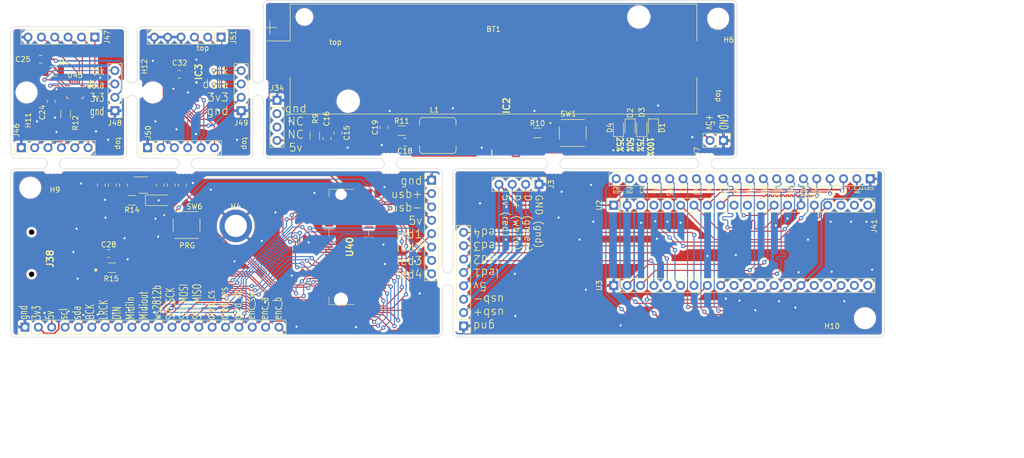
<source format=kicad_pcb>
(kicad_pcb (version 20211014) (generator pcbnew)
  (layers (0 "F.Cu" signal) (31 "B.Cu" signal) (34 "B.Paste" user) (35 "F.Paste" user) (36 "B.SilkS" user "B.Silkscreen") (37 "F.SilkS" user "F.Silkscreen") (38 "B.Mask" user) (39 "F.Mask" user) (44 "Edge.Cuts" user))
  (net 0 "")
  (net 1 "Net-(C24-Pad1)")
  (net 2 "Net-(C15-Pad1)")
  (net 3 "Net-(R10-Pad2)")
  (net 4 "Net-(D1-Pad2)")
  (net 5 "Net-(D3-Pad2)")
  (net 6 "Net-(D1-Pad1)")
  (net 7 "Net-(R4-Pad1)")
  (net 8 "Net-(R12-Pad1)")
  (net 9 "Net-(C18-Pad1)")
  (net 10 "Net-(IC2-Pad5)")
  (net 11 "Net-(IC2-Pad7)")
  (net 12 "/power_battery/5v input")
  (net 16 "/power_battery/charger output +5v")
  (net 22 "Net-(D12-Pad1)")
  (net 37 "/processor_t4/Y0")
  (net 40 "/processor_t4/Y1")
  (net 41 "/processor_t4/Y2")
  (net 42 "/processor_t4/Y3")
  (net 43 "/processor_t4/Y4")
  (net 44 "/processor_mm/5v input")
  (net 45 "/processor_mm/gnd")
  (net 46 "/processor_mm/+3.3v regulator output")
  (net 47 "/processor_t4/gnd")
  (net 48 "/processor_t4/usb data +")
  (net 49 "/processor_t4/usb data -")
  (net 50 "/processor_t4/5v input")
  (net 51 "/processor_mm/SDIO_DAT2")
  (net 52 "/processor_mm/SDIO_CS")
  (net 53 "/processor_mm/SDIO_MOSI")
  (net 54 "/processor_mm/SDIO_CLOCK")
  (net 55 "/processor_mm/SDIO_MISO")
  (net 56 "/processor_mm/sdio_dat1")
  (net 57 "/processor_t4/OLED_RES")
  (net 58 "/processor_t4/OLED_DC")
  (net 59 "/processor_t4/SPI0_SCK")
  (net 60 "/processor_t4/WS2812_DATA")
  (net 61 "/processor_t4/I2C_SDA")
  (net 62 "/processor_t4/I2C_SCL")
  (net 63 "/processor_t4/I2S_LRCK_MM")
  (net 64 "/processor_t4/I2S_BCK_MM")
  (net 65 "/processor_t4/3v3")
  (net 66 "/processor_t4/ENC_B")
  (net 67 "/processor_t4/Y5")
  (net 68 "/processor_t4/SPI0_MISO")
  (net 69 "/processor_t4/SPI0_MOSI")
  (net 70 "/processor_t4/OLED_CS")
  (net 71 "/processor_t4/ENC_A")
  (net 72 "/processor_t4/I2S_DIN_MM")
  (net 73 "/processor_t4/ENC_SWITCH")
  (net 74 "/processor_t4/GEN_LED4")
  (net 75 "/processor_t4/GEN_LED3")
  (net 76 "/processor_t4/GEN_LED2")
  (net 77 "/processor_t4/GEN_LED1")
  (net 78 "/processor_t4/T01=MIDI OUT")
  (net 79 "/processor_t4/T00 MIDI IN")
  (net 80 "/processor_mm/usb data +")
  (net 81 "/processor_mm/usb data -")
  (net 82 "/processor_mm/GEN_LED3")
  (net 83 "/processor_mm/I2C_SDA")
  (net 84 "/processor_mm/I2C_SCL")
  (net 85 "/processor_mm/T01=MIDI OUT")
  (net 86 "/processor_mm/GEN_LED4")
  (net 87 "/processor_mm/T00 MIDI IN")
  (net 88 "/processor_mm/GEN_LED2")
  (net 89 "/processor_mm/WS2812_DATA")
  (net 90 "/processor_mm/OLED_RES")
  (net 91 "/processor_mm/OLED_DC")
  (net 92 "/processor_mm/GEN_LED1")
  (net 93 "/processor_mm/I2S_BCK_MM")
  (net 94 "/processor_mm/I2S_LRCK_MM")
  (net 95 "/processor_t4/Y6")
  (net 96 "/processor_mm/OLED_CS")
  (net 97 "/processor_mm/I2S_DIN_MM")
  (net 98 "/processor_mm/SPI0_SCK")
  (net 99 "/processor_mm/SPI0_MOSI")
  (net 100 "/processor_mm/SPI0_MISO")
  (net 101 "/processor_mm/ENC_B")
  (net 102 "/processor_mm/ENC_A")
  (net 103 "/processor_mm/ENC_SWITCH")
  (net 104 "/power_battery/gnd")
  (net 105 "/captouch_mpr121/i2c_gnd")
  (net 106 "/captouch_mpr121/i2c_3v3")
  (net 107 "Net-(C32-Pad1)")
  (net 108 "/captouch_capsense/i2c_gnd")
  (net 109 "Net-(IC3-Pad1)")
  (net 110 "Net-(IC3-Pad2)")
  (net 111 "/captouch_capsense/i2c_3v3")
  (net 112 "Net-(IC3-Pad8)")
  (net 113 "Net-(IC3-Pad9)")
  (net 114 "Net-(IC3-Pad10)")
  (net 115 "Net-(IC3-Pad11)")
  (net 116 "Net-(IC3-Pad12)")
  (net 117 "Net-(IC3-Pad13)")
  (net 118 "/captouch_capsense/i2c_data")
  (net 119 "/captouch_capsense/i2c_clock")
  (net 120 "Net-(J46-Pad2)")
  (net 121 "Net-(J46-Pad3)")
  (net 122 "Net-(J46-Pad4)")
  (net 123 "Net-(J46-Pad5)")
  (net 124 "Net-(J46-Pad6)")
  (net 125 "Net-(J47-Pad1)")
  (net 126 "Net-(J47-Pad2)")
  (net 127 "Net-(J47-Pad3)")
  (net 128 "Net-(J47-Pad4)")
  (net 129 "Net-(J47-Pad5)")
  (net 130 "/captouch_mpr121/i2c_data")
  (net 131 "/captouch_mpr121/i2c_clock")
  (net 134 "Net-(SW6-Pad1)")
  (net 135 "/power_battery/battery + 5v")
  (net 136 "/processor_t4/Y7")
  (net 137 "/processor_t4/IC_Select")
  (net 138 "/processor_t4/SelectC")
  (net 139 "/processor_t4/SelectB")
  (net 140 "/processor_t4/SelectA")
  (net 141 "/processor_t4/EnableAll")
  (footprint "Diode_SMD:D_MiniMELF" (layer "F.Cu") (at 83.946817 93.300034)
    (fp_text reference "D12" hide)
    (fp_text value "3.3v")
  )
  (footprint "clarinoid2:dev board power board template" (layer "F.Cu") (at 189.219317 58.790034)
    (fp_text reference "U39" hide)
    (fp_text value "power template")
  )
  (footprint "MountingHole:MountingHole_3.2mm_M3" (layer "F.Cu") (at 218.109317 115.700034 180)
    (fp_text reference "H10")
    (fp_text value "MountingHole")
  )
  (footprint "Connector_PinHeader_2.54mm:PinHeader_1x02_P2.54mm_Vertical" (layer "F.Cu") (at 191.219317 81.920034 -90)
    (fp_text reference "J7")
    (fp_text value "header_power tap MANUAL")
  )
  (footprint "Capacitor_SMD:C_0805_2012Metric" (layer "F.Cu") (at 73.009317 90.400034 -90)
    (fp_text reference "C1" hide)
    (fp_text value "10uF")
  )
  (footprint "Resistor_SMD:R_1206_3216Metric" (layer "F.Cu") (at 155.879317 80.500034)
    (fp_text reference "R10")
    (fp_text value "10k")
  )
  (footprint "Capacitor_SMD:C_0805_2012Metric" (layer "F.Cu") (at 84.209317 90.400034 90)
    (fp_text reference "C29" hide)
    (fp_text value "1uF")
  )
  (footprint "Capacitor_SMD:C_0805_2012Metric" (layer "F.Cu") (at 61.481817 66.501034 180)
    (fp_text reference "C25")
    (fp_text value "0.1uF")
  )
  (footprint "Capacitor_SMD:C_0805_2012Metric" (layer "F.Cu") (at 130.700317 82.260034 180)
    (fp_text reference "C18")
    (fp_text value "22uF")
  )
  (footprint "clarinoid2:mouse-bite-2mm-slot" (layer "F.Cu") (at 88.809317 86.300004)
    (fp_text reference "U53" hide)
    (fp_text value "mb1" hide)
  )
  (footprint "Connector_PinSocket_2.54mm:PinSocket_1x20_P2.54mm_Vertical" (layer "F.Cu") (at 170.379317 94.234034 90)
    (fp_text reference "U2")
    (fp_text value "Teensy4.1_RIGHT")
  )
  (footprint "SamacSys_Parts:SOIC127P599X155-9N" (layer "F.Cu") (at 149.809317 81.225034 90)
    (fp_text reference "IC2")
    (fp_text value "Injoinic IP5306 battery charge" hide)
  )
  (footprint "Capacitor_SMD:C_0805_2012Metric" (layer "F.Cu") (at 77.209317 90.400034 -90)
    (fp_text reference "C26" hide)
    (fp_text value "0.1uF")
  )
  (footprint "Battery:BatteryHolder_Keystone_1042_1x18650" (layer "F.Cu") (at 147.534462 66.465736)
    (fp_text reference "BT1")
    (fp_text value "Battery_Cell")
  )
  (footprint "Connector_PinHeader_2.54mm:PinHeader_1x04_P2.54mm_Vertical" (layer "F.Cu") (at 75.589317 76.270034 180)
    (fp_text reference "J48")
    (fp_text value "male 1x4 MANUAL")
  )
  (footprint "Connector_PinHeader_2.54mm:PinHeader_1x04_P2.54mm_Vertical" (layer "F.Cu") (at 156.179317 90.260034 -90)
    (fp_text reference "J3")
    (fp_text value "header_usbfromteensy MANUAL (FP ONLY)")
  )
  (footprint "clarinoid2:Inductor_MCS0630-1R0MN2" (layer "F.Cu") (at 136.915317 77.585034 180)
    (fp_text reference "L1")
    (fp_text value "1uH")
  )
  (footprint "Resistor_SMD:R_1206_3216Metric" (layer "F.Cu") (at 63.881817 68.801034)
    (fp_text reference "R4")
    (fp_text value "10k")
  )
  (footprint "clarinoid2:XKB switch jlcpcb SW_TS-1187A-B-A-B" (layer "F.Cu") (at 89.209317 98.000034)
    (fp_text reference "SW6")
    (fp_text value "SW_Push")
  )
  (footprint "LED_SMD:LED_0805_2012Metric" (layer "F.Cu") (at 177.91615 79.522534 -90)
    (fp_text reference "D1")
    (fp_text value "25%")
  )
  (footprint "clarinoid2:mouse-bite-2mm-slot" (layer "F.Cu") (at 127.809317 86.300034)
    (fp_text reference "U50" hide)
    (fp_text value "mb1" hide)
  )
  (footprint "Capacitor_SMD:C_0805_2012Metric" (layer "F.Cu") (at 117.979317 80.500034 -90)
    (fp_text reference "C15")
    (fp_text value "10uF")
  )
  (footprint "clarinoid2:Teensy_4.0_MicroMod outline fab" (layer "F.Cu") (at 116.056672 99.455034 180)
    (fp_text reference "U41" hide)
    (fp_text value "Micromod outline" hide)
  )
  (footprint "clarinoid2:Sinhoo SMTSO2530CTJ" (layer "F.Cu") (at 98.556672 98.155034)
    (fp_text reference "H4")
    (fp_text value "M.2 riser 2.5mm")
  )
  (footprint "clarinoid2:mouse-bite-2mm-slot" (layer "F.Cu") (at 78.809317 72.300034 90)
    (fp_text reference "U56" hide)
    (fp_text value "mb1" hide)
  )
  (footprint "clarinoid2:mouse-bite-2mm-slot" (layer "F.Cu") (at 138.809317 108.300068 90)
    (fp_text reference "U65" hide)
    (fp_text value "mb1" hide)
  )
  (footprint "clarinoid2:mouse-bite-2mm-slot" (layer "F.Cu") (at 158.889304 86.300034)
    (fp_text reference "U49" hide)
    (fp_text value "mb1" hide)
  )
  (footprint "Connector_PinHeader_2.54mm:PinHeader_1x06_P2.54mm_Vertical" (layer "F.Cu") (at 57.809317 83.300034 90)
    (fp_text reference "J46")
    (fp_text value "male 1x6 MANUAL")
  )
  (footprint "Connector_PinHeader_2.54mm:PinHeader_1x06_P2.54mm_Vertical" (layer "F.Cu") (at 71.779317 62.300034 -90)
    (fp_text reference "J47")
    (fp_text value "male 1x6 MANUAL")
  )
  (footprint "Connector_PinHeader_2.54mm:PinHeader_1x08_P2.54mm_Vertical" (layer "F.Cu") (at 141.849317 117.175034 180)
    (fp_text reference "J42" hide)
    (fp_text value "Conn_01x08 MANUAL")
  )
  (footprint "SamacSys_Parts:QFN50P300X300X60-17N-D" (layer "F.Cu") (at 89.589317 72.800034 -90)
    (fp_text reference "IC3")
    (fp_text value "CY8CMBR3108-LQXIT" hide)
  )
  (footprint "Package_DFN_QFN:UQFN-20_3x3mm_P0.4mm" (layer "F.Cu") (at 68.019317 72.310034)
    (fp_text reference "U45")
    (fp_text value "MPR121, 0x5A")
  )
  (footprint "Connector_PinHeader_2.54mm:PinHeader_1x06_P2.54mm_Vertical" (layer "F.Cu") (at 81.809317 83.300034 90)
    (fp_text reference "J50")
    (fp_text value "male 1x6 MANUAL")
  )
  (footprint "clarinoid2:dev board captouch board template" (layer "F.Cu") (at 82.809317 72.800034 90)
    (fp_text reference "U47" hide)
    (fp_text value "captouch board template")
  )
  (footprint "LED_SMD:LED_0805_2012Metric" (layer "F.Cu") (at 175.700317 79.522534 90)
    (fp_text reference "D2")
    (fp_text value "50%")
  )
  (footprint "Capacitor_SMD:C_0805_2012Metric" (layer "F.Cu") (at 86.309317 90.400034 90)
    (fp_text reference "C30" hide)
    (fp_text value "0.22uF")
  )
  (footprint "MountingHole:MountingHole_3.2mm_M3" (layer "F.Cu") (at 58.809317 72.800034 90)
    (fp_text reference "H11")
    (fp_text value "MountingHole")
  )
  (footprint "Connector_PinSocket_2.54mm:PinSocket_1x20_P2.54mm_Vertical" (layer "F.Cu") (at 170.379317 109.474034 90)
    (fp_text reference "U3")
    (fp_text value "Teensy4.1_LEFT")
  )
  (footprint "Capacitor_SMD:C_0805_2012Metric" (layer "F.Cu") (at 87.839317 69.370034 180)
    (fp_text reference "C32")
    (fp_text value "0.1uF")
  )
  (footprint "Capacitor_SMD:C_0805_2012Metric" (layer "F.Cu") (at 63.509317 74.500034 -90)
    (fp_text reference "C24")
    (fp_text value "0.1uF")
  )
  (footprint "Connector_PinHeader_2.54mm:PinHeader_1x08_P2.54mm_Vertical" (layer "F.Cu") (at 135.769317 89.479332)
    (fp_text reference "J40" hide)
    (fp_text value "Conn_01x08 MANUAL")
  )
  (footprint "MountingHole:MountingHole_3.2mm_M3" (layer "F.Cu") (at 82.809317 72.800034 90)
    (fp_text reference "H12")
    (fp_text value "MountingHole")
  )
  (footprint "Capacitor_SMD:C_0805_2012Metric" (layer "F.Cu") (at 75.109317 90.400034 -90)
    (fp_text reference "C2" hide)
    (fp_text value "0.22uF")
  )
  (footprint "LED_SMD:LED_0805_2012Metric" (layer "F.Cu") (at 171.268651 79.522534 90)
    (fp_text reference "D4")
    (fp_text value "100%")
  )
  (footprint "MountingHole:MountingHole_3.2mm_M3" (layer "F.Cu") (at 59.509317 90.900034)
    (fp_text reference "H9")
    (fp_text value "MountingHole")
  )
  (footprint "clarinoid2:SOFNG TF-15x15 (LCSC C111196)" (layer "F.Cu") (at 63.686566 104.455034 -90)
    (fp_text reference "J38")
    (fp_text value "microSD SOFNG TF-15x15" hide)
  )
  (footprint "Connector_PinHeader_2.54mm:PinHeader_1x04_P2.54mm_Vertical" (layer "F.Cu") (at 106.399317 74.300034)
    (fp_text reference "J34")
    (fp_text value "4p MANUAL")
  )
  (footprint "Resistor_SMD:R_1206_3216Metric" (layer "F.Cu") (at 78.846817 93.300034 180)
    (fp_text reference "R14")
    (fp_text value "100k")
  )
  (footprint "Resistor_SMD:R_1206_3216Metric" (layer "F.Cu") (at 130.100317 80.060034)
    (fp_text reference "R11")
    (fp_text value "0.5R")
  )
  (footprint "clarinoid2:Teensy41_graphic" (layer "F.Cu") (at 202.809317 133.300034)
    (fp_text reference "U6" hide)
    (fp_text value "Placeholder" hide)
  )
  (footprint "clarinoid2:dev board processor subboard template" (layer "F.Cu") (at 143.509317 90.900034)
    (fp_text reference "U42" hide)
    (fp_text value "processor board template")
  )
  (footprint "Resistor_SMD:R_1206_3216Metric" (layer "F.Cu") (at 75.009317 106.100034)
    (fp_text reference "R15")
    (fp_text value "100k")
  )
  (footprint "Connector_PinHeader_2.54mm:PinHeader_1x04_P2.54mm_Vertical" (layer "F.Cu") (at 99.589317 76.270034 180)
    (fp_text reference "J49")
    (fp_text value "male 1x4 MANUAL")
  )
  (footprint "clarinoid2:mouse-bite-2mm-slot" (layer "F.Cu") (at 187.559317 86.300034)
    (fp_text reference "U52" hide)
    (fp_text value "mb1" hide)
  )
  (footprint "clarinoid2:mouse-bite-2mm-slot" (layer "F.Cu") (at 102.809317 72.050034 -90)
    (fp_text reference "U60" hide)
    (fp_text value "mb1" hide)
  )
  (footprint "clarinoid2:dev board captouch board template" (layer "F.Cu") (at 58.809317 72.800034 90)
    (fp_text reference "U46" hide)
    (fp_text value "captouch board template")
  )
  (footprint "clarinoid2:mouse-bite-2mm-slot" (layer "F.Cu") (at 63.809317 86.300034)
    (fp_text reference "U55" hide)
    (fp_text value "mb1" hide)
  )
  (footprint "LED_SMD:LED_0805_2012Metric" (layer "F.Cu") (at 173.484484 79.522534 -90)
    (fp_text reference "D3")
    (fp_text value "75%")
  )
  (footprint "MountingHole:MountingHole_3.2mm_M3" (layer "F.Cu") (at 190.219317 58.790034)
    (fp_text reference "H6")
    (fp_text value "MountingHole")
  )
  (footprint "Capacitor_SMD:C_0805_2012Metric" (layer "F.Cu") (at 74.409317 103.400034)
    (fp_text reference "C28")
    (fp_text value "0.1uF")
  )
  (footprint "Capacitor_SMD:C_0805_2012Metric" (layer "F.Cu") (at 88.409317 90.400034 90)
    (fp_text reference "C31" hide)
    (fp_text value "0.1uF")
  )
  (footprint "Resistor_SMD:R_1206_3216Metric" (layer "F.Cu") (at 113.579317 81.000034 90)
    (fp_text reference "R9")
    (fp_text value "2R")
  )
  (footprint "SamacSys_Parts:21992304" (layer "F.Cu") (at 120.206672 102.155034 -90)
    (fp_text reference "U40")
    (fp_text value "APCI0108-P001A Teensy_4.0_MicroMod" hide)
  )
  (footprint "Resistor_SMD:R_1206_3216Metric" (layer "F.Cu") (at 66.219317 76.910034 90)
    (fp_text reference "R12")
    (fp_text value "75k")
  )
  (footprint "Capacitor_SMD:C_0805_2012Metric" (layer "F.Cu") (at 126.700317 79.460034 90)
    (fp_text reference "C19")
    (fp_text value "22uF")
  )
  (footprint "clarinoid2:dev board processor subboard template" (layer "F.Cu") (at 59.509317 90.900068)
    (fp_text reference "U43" hide)
    (fp_text value "processor board template")
  )
  (footprint "Capacitor_SMD:C_0805_2012Metric" (layer "F.Cu") (at 115.879317 81.550034 90)
    (fp_text reference "C16")
    (fp_text value "10uF")
  )
  (footprint "Connector_PinHeader_2.54mm:PinHeader_1x20_P2.54mm_Vertical" (layer "F.Cu") (at 58.509317 117.400034 90)
    (fp_text reference "J39" hide)
    (fp_text value "Conn_01x20 MANUAL")
  )
  (footprint "Connector_PinHeader_2.54mm:PinHeader_1x06_P2.54mm_Vertical" (layer "F.Cu") (at 95.779317 62.300034 -90)
    (fp_text reference "J51")
    (fp_text value "male 1x6 MANUAL")
  )
  (footprint "clarinoid2:XKB switch jlcpcb SW_TS-1187A-B-A-B" (layer "F.Cu") (at 162.579317 80.500034)
    (fp_text reference "SW1")
    (fp_text value "SW_Push")
  )
  (footprint "Package_TO_SOT_SMD:SOT-23-5" (layer "F.Cu") (at 81.009317 90.400034)
    (fp_text reference "U19" hide)
    (fp_text value "TLV75733PDBV")
  )
  (footprint "Connector_PinHeader_2.54mm:PinHeader_1x20_P2.54mm_Vertical" (layer "F.Cu") (at 219.109317 89.200034 -90)
    (fp_text reference "J41")
    (fp_text value "Conn_01x20 MANUAL")
  )
  (gr_line (start 101.809287 61.300064) (end 101.809317 70.050034) (layer "Edge.Cuts") (width 0.1))
  (gr_arc (start 66.059317 87.300034) (mid 65.059279 86.3) (end 66.059317 85.300034) (layer "Edge.Cuts") (width 0.1))
  (gr_arc (start 79.809317 70.050034) (mid 78.809317 71.050072) (end 77.809317 70.050034) (layer "Edge.Cuts") (width 0.1))
  (gr_line (start 86.809317 87.300034) (end 66.059317 87.300034) (layer "Edge.Cuts") (width 0.1))
  (gr_arc (start 139.809317 88.300034) (mid 140.102234 87.592971) (end 140.809317 87.300034) (layer "Edge.Cuts") (width 0.1))
  (gr_line (start 120.059317 55.300034) (end 179.809317 55.300034) (layer "Edge.Cuts") (width 0.1))
  (gr_line (start 80.809317 85.300034) (end 86.809317 85.300004) (layer "Edge.Cuts") (width 0.1))
  (gr_arc (start 80.809317 85.300034) (mid 80.102226 85.007115) (end 79.809317 84.300034) (layer "Edge.Cuts") (width 0.1))
  (gr_arc (start 156.889304 85.300034) (mid 157.889266 86.3) (end 156.889304 87.300034) (layer "Edge.Cuts") (width 0.1))
  (gr_arc (start 221.809287 118.300004) (mid 221.516391 119.007099) (end 220.809287 119.300004) (layer "Edge.Cuts") (width 0.1))
  (gr_line (start 91.059317 85.300004) (end 100.809287 85.300004) (layer "Edge.Cuts") (width 0.1))
  (gr_line (start 140.809317 119.300034) (end 220.809287 119.300004) (layer "Edge.Cuts") (width 0.1))
  (gr_line (start 193.809317 66.550034) (end 193.809287 56.300064) (layer "Edge.Cuts") (width 0.1))
  (gr_line (start 137.809317 110.300068) (end 137.809317 118.300034) (layer "Edge.Cuts") (width 0.1))
  (gr_arc (start 125.809317 85.300034) (mid 126.809307 86.300066) (end 125.809317 87.300034) (layer "Edge.Cuts") (width 0.1))
  (gr_line (start 193.809257 84.300034) (end 193.809317 66.550034) (layer "Edge.Cuts") (width 0.1))
  (gr_line (start 125.809317 87.300034) (end 91.059317 87.300004) (layer "Edge.Cuts") (width 0.1))
  (gr_line (start 55.809317 88.300034) (end 55.809317 103.300034) (layer "Edge.Cuts") (width 0.1))
  (gr_arc (start 103.809317 56.300034) (mid 104.10217 55.592879) (end 104.809317 55.300034) (layer "Edge.Cuts") (width 0.1))
  (gr_line (start 56.809317 85.300034) (end 61.809317 85.300034) (layer "Edge.Cuts") (width 0.1))
  (gr_arc (start 137.809317 110.300068) (mid 138.809317 109.300106) (end 139.809317 110.300068) (layer "Edge.Cuts") (width 0.1))
  (gr_arc (start 104.809317 85.300034) (mid 104.102226 85.007115) (end 103.809317 84.300034) (layer "Edge.Cuts") (width 0.1))
  (gr_arc (start 100.809287 60.300064) (mid 101.516359 60.592981) (end 101.809287 61.300064) (layer "Edge.Cuts") (width 0.1))
  (gr_arc (start 136.809317 87.300034) (mid 137.516409 87.592931) (end 137.809317 88.300034) (layer "Edge.Cuts") (width 0.1))
  (gr_line (start 185.559317 87.300034) (end 161.139304 87.300034) (layer "Edge.Cuts") (width 0.1))
  (gr_line (start 156.889304 87.300034) (end 140.809317 87.300034) (layer "Edge.Cuts") (width 0.1))
  (gr_arc (start 61.809317 85.300034) (mid 62.809279 86.3) (end 61.809317 87.300034) (layer "Edge.Cuts") (width 0.1))
  (gr_arc (start 185.559317 85.300034) (mid 186.559279 86.3) (end 185.559317 87.300034) (layer "Edge.Cuts") (width 0.1))
  (gr_arc (start 76.809287 60.300064) (mid 77.516359 60.592981) (end 77.809287 61.300064) (layer "Edge.Cuts") (width 0.1))
  (gr_line (start 139.809317 110.300034) (end 139.809317 118.300034) (layer "Edge.Cuts") (width 0.1))
  (gr_line (start 189.809317 87.300034) (end 220.809287 87.300064) (layer "Edge.Cuts") (width 0.1))
  (gr_arc (start 77.809317 74.300034) (mid 78.809317 73.300072) (end 79.809317 74.300034) (layer "Edge.Cuts") (width 0.1))
  (gr_line (start 120.059317 55.300034) (end 104.809317 55.300034) (layer "Edge.Cuts") (width 0.1))
  (gr_arc (start 77.809287 84.300034) (mid 77.51641 85.00714) (end 76.809287 85.300034) (layer "Edge.Cuts") (width 0.1))
  (gr_line (start 136.809317 87.300034) (end 130.059317 87.300034) (layer "Edge.Cuts") (width 0.1))
  (gr_arc (start 55.809317 88.300034) (mid 56.102169 87.592877) (end 56.809317 87.300034) (layer "Edge.Cuts") (width 0.1))
  (gr_line (start 55.809317 69.300034) (end 55.809317 84.300034) (layer "Edge.Cuts") (width 0.1))
  (gr_line (start 221.809287 88.300064) (end 221.809287 118.300004) (layer "Edge.Cuts") (width 0.1))
  (gr_arc (start 130.059317 87.300034) (mid 129.059307 86.300066) (end 130.059317 85.300034) (layer "Edge.Cuts") (width 0.1))
  (gr_line (start 76.809287 60.300064) (end 56.809317 60.300034) (layer "Edge.Cuts") (width 0.1))
  (gr_line (start 136.809317 119.300034) (end 56.809317 119.300034) (layer "Edge.Cuts") (width 0.1))
  (gr_arc (start 86.809317 85.300004) (mid 87.809279 86.29997) (end 86.809317 87.300004) (layer "Edge.Cuts") (width 0.1))
  (gr_line (start 55.809317 103.300034) (end 55.809317 118.300034) (layer "Edge.Cuts") (width 0.1))
  (gr_arc (start 140.809317 119.300034) (mid 140.102231 119.007138) (end 139.809317 118.300034) (layer "Edge.Cuts") (width 0.1))
  (gr_arc (start 139.809317 106.050068) (mid 138.809317 107.050106) (end 137.809317 106.050068) (layer "Edge.Cuts") (width 0.1))
  (gr_arc (start 79.809347 61.300064) (mid 80.102191 60.5929) (end 80.809347 60.300064) (layer "Edge.Cuts") (width 0.1))
  (gr_line (start 137.809317 88.300034) (end 137.809317 106.050068) (layer "Edge.Cuts") (width 0.1))
  (gr_arc (start 189.809317 87.300034) (mid 188.809279 86.3) (end 189.809317 85.300034) (layer "Edge.Cuts") (width 0.1))
  (gr_arc (start 220.809287 87.300064) (mid 221.516388 87.592952) (end 221.809287 88.300064) (layer "Edge.Cuts") (width 0.1))
  (gr_line (start 77.809317 83.300034) (end 77.809287 84.300034) (layer "Edge.Cuts") (width 0.1))
  (gr_arc (start 56.809317 85.300034) (mid 56.102226 85.007115) (end 55.809317 84.300034) (layer "Edge.Cuts") (width 0.1))
  (gr_line (start 94.059317 60.300034) (end 100.809287 60.300064) (layer "Edge.Cuts") (width 0.1))
  (gr_arc (start 56.809317 119.300034) (mid 56.102196 119.007144) (end 55.809317 118.300034) (layer "Edge.Cuts") (width 0.1))
  (gr_line (start 189.809317 85.300034) (end 192.809257 85.300034) (layer "Edge.Cuts") (width 0.1))
  (gr_line (start 139.809317 106.050034) (end 139.809317 88.300034) (layer "Edge.Cuts") (width 0.1))
  (gr_arc (start 103.809317 70.050034) (mid 102.809317 71.050072) (end 101.809317 70.050034) (layer "Edge.Cuts") (width 0.1))
  (gr_arc (start 101.809287 84.300004) (mid 101.516362 85.007071) (end 100.809287 85.300004) (layer "Edge.Cuts") (width 0.1))
  (gr_line (start 125.809317 85.300034) (end 104.809317 85.300034) (layer "Edge.Cuts") (width 0.1))
  (gr_line (start 103.809317 56.300034) (end 103.809317 70.050034) (layer "Edge.Cuts") (width 0.1))
  (gr_arc (start 101.809317 74.300034) (mid 102.809317 73.300072) (end 103.809317 74.300034) (layer "Edge.Cuts") (width 0.1))
  (gr_arc (start 137.809317 118.300034) (mid 137.516441 119.00715) (end 136.809317 119.300034) (layer "Edge.Cuts") (width 0.1))
  (gr_line (start 61.809317 87.300034) (end 56.809317 87.300034) (layer "Edge.Cuts") (width 0.1))
  (gr_line (start 79.809347 61.300064) (end 79.809317 70.050034) (layer "Edge.Cuts") (width 0.1))
  (gr_arc (start 192.809287 55.300064) (mid 193.516359 55.592981) (end 193.809287 56.300064) (layer "Edge.Cuts") (width 0.1))
  (gr_line (start 103.809317 74.300034) (end 103.809317 84.300034) (layer "Edge.Cuts") (width 0.1))
  (gr_line (start 79.809317 74.300034) (end 79.809317 84.300034) (layer "Edge.Cuts") (width 0.1))
  (gr_arc (start 193.809257 84.300034) (mid 193.516414 85.007194) (end 192.809257 85.300034) (layer "Edge.Cuts") (width 0.1))
  (gr_line (start 55.809317 61.300034) (end 55.809317 69.300034) (layer "Edge.Cuts") (width 0.1))
  (gr_line (start 161.139304 85.300034) (end 185.559317 85.300034) (layer "Edge.Cuts") (width 0.1))
  (gr_arc (start 91.059317 87.300004) (mid 90.059279 86.29997) (end 91.059317 85.300004) (layer "Edge.Cuts") (width 0.1))
  (gr_line (start 130.059317 85.300034) (end 156.889304 85.300034) (layer "Edge.Cuts") (width 0.1))
  (gr_arc (start 55.809317 61.300034) (mid 56.10217 60.592879) (end 56.809317 60.300034) (layer "Edge.Cuts") (width 0.1))
  (gr_line (start 77.809317 83.300034) (end 77.809317 74.300034) (layer "Edge.Cuts") (width 0.1))
  (gr_line (start 101.809317 74.300034) (end 101.809287 84.300004) (layer "Edge.Cuts") (width 0.1))
  (gr_line (start 192.809287 55.300064) (end 179.809317 55.300034) (layer "Edge.Cuts") (width 0.1))
  (gr_arc (start 161.139304 87.300034) (mid 160.139266 86.3) (end 161.139304 85.300034) (layer "Edge.Cuts") (width 0.1))
  (gr_line (start 66.059317 85.300034) (end 76.809287 85.300034) (layer "Edge.Cuts") (width 0.1))
  (gr_line (start 77.809317 70.050034) (end 77.809287 61.300064) (layer "Edge.Cuts") (width 0.1))
  (gr_line (start 94.059317 60.300034) (end 80.809347 60.300064) (layer "Edge.Cuts") (width 0.1))
  (gr_text "g\n3v\n5v\nscl\nsda\nbck\nlrk\ndin\nMt\nMr\nws\nCK\nSI\nSO\ncs\nres\ndc\nes\nea\neb" (at 195.196261 90.601024 270) (layer "F.SilkS") (effects (font (size 1.58 0.8) (thickness 0.125)) (justify left)))
  (gr_text "top" (at 76.316817 82.465736 270) (layer "F.SilkS") (effects (font (size 1 1))))
  (gr_text "GND\n+5v\n" (at 189.949317 80.031581 270) (layer "F.SilkS") (effects (font (size 1.6 1)) (justify right)))
  (gr_text "top" (at 190.316817 73.465736 270) (layer "F.SilkS") (effects (font (size 1 1))))
  (gr_text "top" (at 92.286817 64.339702) (layer "F.SilkS") (effects (font (size 1 1))))
  (gr_text "clk\ndata\n3v3\ngnd" (at 73.663625 72.538627) (layer "F.SilkS") (effects (font (size 1.58 1)) (justify right)))
  (gr_text "top" (at 117.486817 63.239736) (layer "F.SilkS") (effects (font (size 1 1))))
  (gr_text "gnd\nusb+\nusb-\n5v\nled1\nled2\nled3\nled4" (at 134.10988 98.433293) (layer "F.SilkS") (effects (font (size 1.58 1.54)) (justify right)))
  (gr_text "GND (gnd)\nD- (green)\nD+ (white)\n5v (red)" (at 153.013791 92.08853 270) (layer "F.SilkS") (effects (font (size 1.3 1.3)) (justify left)))
  (gr_text "gnd\nusb+\nusb-\n5v\nled1\nled2\nled3\nled4" (at 143.53915 108.338988 180) (layer "F.SilkS") (effects (font (size 1.58 1.54)) (justify right)))
  (gr_text "gnd\n3v3\n5v\nscl\nsda\nBCK\nLRCK\nDIN\nMidiIn\nMidiout\nws2812b\nSPI_SCK\nSPI_MOSI\nSPI_MISO\noled_cs\noled_res\noled_dc\nenc_sw\nenc_a\nenc_b" (at 82.309317 116.070034 90) (layer "F.SilkS") (effects (font (size 1.58 1)) (justify left)))
  (gr_text "100%\n75%\n50%\n25%" (at 174.426335 81.207534 270) (layer "F.SilkS") (effects (font (size 1.2 0.9) (thickness 0.225)) (justify left)))
  (gr_text "PRG" (at 89.309317 101.900034) (layer "F.SilkS") (effects (font (size 1 1))))
  (gr_text "top" (at 100.316817 82.465736 270) (layer "F.SilkS") (effects (font (size 1 1))))
  (gr_text "gnd\nNC\nNC\n5v" (at 109.944297 79.55498) (layer "F.SilkS") (effects (font (size 1.54 1.54))))
  (gr_text "clk\ndata\n3v3\ngnd" (at 97.316817 72.465736) (layer "F.SilkS") (effects (font (size 1.58 1.54)) (justify right)))
  (segment (start 63.949317 73.110034) (end 63.509317 73.550034) (width 0.2) (layer "F.Cu") (net 1))
  (segment (start 66.631817 73.110034) (end 63.949317 73.110034) (width 0.2) (layer "F.Cu") (net 1))
  (segment (start 113.591817 79.550034) (end 117.979317 79.550034) (width 0.2) (layer "F.Cu") (net 2))
  (segment (start 157.341817 80.500034) (end 159.216817 82.375034) (width 0.2) (layer "F.Cu") (net 3))
  (segment (start 149.174317 83.870041) (end 149.744324 83.300034) (width 0.2) (layer "F.Cu") (net 4))
  (segment (start 170.587372 77.798014) (end 178.597429 77.798014) (width 0.2) (layer "F.Cu") (net 4))
  (segment (start 165.988657 83.300034) (end 168.809317 80.479374) (width 0.2) (layer "F.Cu") (net 4))
  (segment (start 178.91567 79.460514) (end 177.91615 80.460034) (width 0.2) (layer "F.Cu") (net 4))
  (segment (start 168.809317 80.479374) (end 168.809317 79.576069) (width 0.2) (layer "F.Cu") (net 4))
  (segment (start 149.744324 83.300034) (end 165.988657 83.300034) (width 0.2) (layer "F.Cu") (net 4))
  (segment (start 177.91615 80.460034) (end 175.700317 80.460034) (width 0.2) (layer "F.Cu") (net 4))
  (segment (start 168.809317 79.576069) (end 170.587372 77.798014) (width 0.2) (layer "F.Cu") (net 4))
  (segment (start 178.91567 78.116255) (end 178.91567 79.460514) (width 0.2) (layer "F.Cu") (net 4))
  (segment (start 178.597429 77.798014) (end 178.91567 78.116255) (width 0.2) (layer "F.Cu") (net 4))
  (segment (start 150.444317 84.200034) (end 151.218828 84.974545) (width 0.2) (layer "F.Cu") (net 5))
  (segment (start 170.149317 80.460034) (end 171.268651 80.460034) (width 0.2) (layer "F.Cu") (net 5))
  (segment (start 166.309317 84.300034) (end 170.149317 80.460034) (width 0.2) (layer "F.Cu") (net 5))
  (segment (start 171.268651 80.460034) (end 173.484484 80.460034) (width 0.2) (layer "F.Cu") (net 5))
  (segment (start 153.038339 84.300034) (end 166.309317 84.300034) (width 0.2) (layer "F.Cu") (net 5))
  (segment (start 152.363828 84.974545) (end 153.038339 84.300034) (width 0.2) (layer "F.Cu") (net 5))
  (segment (start 151.218828 84.974545) (end 152.363828 84.974545) (width 0.2) (layer "F.Cu") (net 5))
  (segment (start 173.484484 78.585034) (end 175.700317 78.585034) (width 0.2) (layer "F.Cu") (net 6))
  (segment (start 175.700317 78.585034) (end 177.91615 78.585034) (width 0.2) (layer "F.Cu") (net 6))
  (segment (start 151.714317 84.200034) (end 152.114317 83.800034) (width 0.2) (layer "F.Cu") (net 6))
  (segment (start 173.484484 78.585034) (end 171.268651 78.585034) (width 0.2) (layer "F.Cu") (net 6))
  (segment (start 152.114317 83.800034) (end 166.193332 83.800034) (width 0.2) (layer "F.Cu") (net 6))
  (segment (start 166.193332 83.800034) (end 171.268651 78.724715) (width 0.2) (layer "F.Cu") (net 6))
  (segment (start 63.629679 68.801034) (end 62.419317 68.801034) (width 0.2) (layer "F.Cu") (net 7))
  (segment (start 66.338679 71.510034) (end 63.629679 68.801034) (width 0.2) (layer "F.Cu") (net 7))
  (segment (start 67.619317 76.972534) (end 67.619317 73.697534) (width 0.2) (layer "F.Cu") (net 8))
  (segment (start 66.219317 78.372534) (end 67.619317 76.972534) (width 0.2) (layer "F.Cu") (net 8))
  (segment (start 146.655296 79.424055) (end 149.270296 79.424055) (width 0.2) (layer "F.Cu") (net 9))
  (segment (start 132.879317 84.400034) (end 141.679317 84.400034) (width 0.2) (layer "F.Cu") (net 9))
  (segment (start 131.562817 80.060034) (end 131.562817 82.172534) (width 0.2) (layer "F.Cu") (net 9))
  (segment (start 131.650317 82.260034) (end 131.650317 83.171034) (width 0.2) (layer "F.Cu") (net 9))
  (segment (start 149.270296 79.424055) (end 150.444317 78.250034) (width 0.2) (layer "F.Cu") (net 9))
  (segment (start 131.650317 83.171034) (end 132.879317 84.400034) (width 0.2) (layer "F.Cu") (net 9))
  (segment (start 141.679317 84.400034) (end 146.655296 79.424055) (width 0.2) (layer "F.Cu") (net 9))
  (segment (start 153.116817 80.500034) (end 154.416817 80.500034) (width 0.2) (layer "F.Cu") (net 10))
  (segment (start 151.714317 79.097534) (end 153.116817 80.500034) (width 0.2) (layer "F.Cu") (net 10))
  (segment (start 151.714317 78.250034) (end 151.714317 79.097534) (width 0.2) (layer "F.Cu") (net 10))
  (segment (start 148.524806 79.024545) (end 142.030806 79.024545) (width 0.2) (layer "F.Cu") (net 11))
  (segment (start 142.030806 79.024545) (end 139.715317 81.340034) (width 0.2) (layer "F.Cu") (net 11))
  (segment (start 149.174317 78.375034) (end 148.524806 79.024545) (width 0.2) (layer "F.Cu") (net 11))
  (segment (start 144.789304 84.200034) (end 147.904317 84.200034) (width 0.3) (layer "F.Cu") (net 12))
  (segment (start 106.399317 81.920034) (end 113.036817 81.920034) (width 0.3) (layer "F.Cu") (net 12))
  (segment (start 113.579317 82.462534) (end 115.841817 82.462534) (width 0.3) (layer "F.Cu") (net 12))
  (segment (start 124.588825 84.400513) (end 125.139304 83.850034) (width 0.3) (layer "F.Cu") (net 12))
  (segment (start 131.139304 83.850034) (end 132.139304 84.850034) (width 0.3) (layer "F.Cu") (net 12))
  (segment (start 144.139304 84.850034) (end 144.789304 84.200034) (width 0.3) (layer "F.Cu") (net 12))
  (segment (start 132.139304 84.850034) (end 144.139304 84.850034) (width 0.3) (layer "F.Cu") (net 12))
  (segment (start 118.689783 84.400513) (end 116.789304 82.500034) (width 0.3) (layer "F.Cu") (net 12))
  (segment (start 116.789304 82.500034) (end 115.879317 82.500034) (width 0.3) (layer "F.Cu") (net 12))
  (segment (start 118.689783 84.400513) (end 124.588825 84.400513) (width 0.3) (layer "F.Cu") (net 12))
  (segment (start 125.139304 83.850034) (end 131.139304 83.850034) (width 0.3) (layer "F.Cu") (net 12))
  (segment (start 113.036817 81.920034) (end 113.579317 82.462534) (width 0.3) (layer "F.Cu") (net 12))
  (segment (start 180.059317 73.300034) (end 152.729317 73.300034) (width 0.3) (layer "F.Cu") (net 16))
  (segment (start 188.679317 81.920034) (end 180.059317 73.300034) (width 0.3) (layer "F.Cu") (net 16))
  (segment (start 152.729317 73.300034) (end 147.904317 78.125034) (width 0.3) (layer "F.Cu") (net 16))
  (segment (start 79.871817 91.350034) (end 79.871817 92.862534) (width 0.2) (layer "F.Cu") (net 22))
  (segment (start 80.309317 93.300034) (end 82.196817 93.300034) (width 0.2) (layer "F.Cu") (net 22))
  (segment (start 78.859797 90.043127) (end 79.45289 89.450034) (width 0.3) (layer "F.Cu") (net 44))
  (segment (start 123.832161 94.904545) (end 124.604806 94.904545) (width 0.3) (layer "F.Cu") (net 44))
  (segment (start 63.589317 117.400034) (end 63.589317 98.870034) (width 0.3) (layer "F.Cu") (net 44))
  (segment (start 77.209317 89.450034) (end 79.871817 89.450034) (width 0.3) (layer "F.Cu") (net 44))
  (segment (start 63.589317 98.870034) (end 73.009317 89.450034) (width 0.3) (layer "F.Cu") (net 44))
  (segment (start 121.759797 93.750514) (end 121.759797 93.992899) (width 0.3) (layer "F.Cu") (net 44))
  (segment (start 116.559816 88.550533) (end 121.759797 93.750514) (width 0.3) (layer "F.Cu") (net 44))
  (segment (start 79.871817 89.450034) (end 80.771318 88.550533) (width 0.3) (layer "F.Cu") (net 44))
  (segment (start 75.109317 89.450034) (end 77.209317 89.450034) (width 0.3) (layer "F.Cu") (net 44))
  (segment (start 125.64485 94.904545) (end 126.498862 94.050533) (width 0.3) (layer "F.Cu") (net 44))
  (segment (start 124.604806 94.904545) (end 125.64485 94.904545) (width 0.3) (layer "F.Cu") (net 44))
  (segment (start 121.759797 93.992899) (end 122.671443 94.904545) (width 0.3) (layer "F.Cu") (net 44))
  (segment (start 77.384317 93.300034) (end 78.859797 91.824554) (width 0.3) (layer "F.Cu") (net 44))
  (segment (start 122.671443 94.904545) (end 124.604806 94.904545) (width 0.3) (layer "F.Cu") (net 44))
  (segment (start 126.498862 94.050533) (end 132.720518 94.050533) (width 0.3) (layer "F.Cu") (net 44))
  (segment (start 73.009317 89.450034) (end 75.109317 89.450034) (width 0.3) (layer "F.Cu") (net 44))
  (segment (start 78.859797 91.824554) (end 78.859797 90.043127) (width 0.3) (layer "F.Cu") (net 44))
  (segment (start 80.771318 88.550533) (end 116.559816 88.550533) (width 0.3) (layer "F.Cu") (net 44))
  (segment (start 132.720518 94.050533) (end 135.769317 97.099332) (width 0.3) (layer "F.Cu") (net 44))
  (segment (start 84.209317 89.450034) (end 86.309317 89.450034) (width 0.2) (layer "F.Cu") (net 45))
  (segment (start 84.547306 92.150523) (end 81.649089 92.150523) (width 0.2) (layer "F.Cu") (net 45))
  (segment (start 116.281672 101.655034) (end 112.764317 101.655034) (width 0.2) (layer "F.Cu") (net 45))
  (segment (start 75.109317 91.350034) (end 77.209317 91.350034) (width 0.2) (layer "F.Cu") (net 45))
  (segment (start 124.855694 103.905034) (end 123.831672 103.905034) (width 0.2) (layer "F.Cu") (net 45))
  (segment (start 122.80765 103.905034) (end 122.757161 103.955523) (width 0.2) (layer "F.Cu") (net 45))
  (segment (start 122.80765 94.405034) (end 123.831672 94.405034) (width 0.2) (layer "F.Cu") (net 45))
  (segment (start 124.906183 103.854545) (end 124.855694 103.905034) (width 0.2) (layer "F.Cu") (net 45))
  (segment (start 123.831672 92.905034) (end 124.704317 92.905034) (width 0.2) (layer "F.Cu") (net 45))
  (segment (start 122.209317 93.806701) (end 122.80765 94.405034) (width 0.2) (layer "F.Cu") (net 45))
  (segment (start 122.757161 103.955523) (end 122.757161 111.354545) (width 0.2) (layer "F.Cu") (net 45))
  (segment (start 73.009317 91.350034) (end 75.109317 91.350034) (width 0.2) (layer "F.Cu") (net 45))
  (segment (start 124.855694 102.405034) (end 124.906183 102.455523) (width 0.2) (layer "F.Cu") (net 45))
  (segment (start 75.359317 103.400034) (end 76.909317 103.400034) (width 0.2) (layer "F.Cu") (net 45))
  (segment (start 125.814317 100.905034) (end 126.609317 101.700034) (width 0.2) (layer "F.Cu") (net 45))
  (segment (start 86.309317 89.450034) (end 88.409317 89.450034) (width 0.2) (layer "F.Cu") (net 45))
  (segment (start 122.80765 92.905034) (end 122.209317 93.503367) (width 0.2) (layer "F.Cu") (net 45))
  (segment (start 122.209317 93.503367) (end 122.209317 93.806701) (width 0.2) (layer "F.Cu") (net 45))
  (segment (start 124.906183 102.455523) (end 124.906183 103.854545) (width 0.2) (layer "F.Cu") (net 45))
  (segment (start 124.704317 92.905034) (end 126.809317 90.800034) (width 0.2) (layer "F.Cu") (net 45))
  (segment (start 123.831672 102.405034) (end 124.855694 102.405034) (width 0.2) (layer "F.Cu") (net 45))
  (segment (start 112.764317 101.655034) (end 112.409317 101.300034) (width 0.2) (layer "F.Cu") (net 45))
  (segment (start 76.909317 103.400034) (end 78.009317 104.500034) (width 0.2) (layer "F.Cu") (net 45))
  (segment (start 81.649089 92.150523) (end 80.833837 91.335271) (width 0.2) (layer "F.Cu") (net 45))
  (segment (start 122.80765 111.405034) (end 123.831672 111.405034) (width 0.2) (layer "F.Cu") (net 45))
  (segment (start 122.757161 111.354545) (end 122.80765 111.405034) (width 0.2) (layer "F.Cu") (net 45))
  (segment (start 125.904317 102.405034) (end 126.609317 101.700034) (width 0.2) (layer "F.Cu") (net 45))
  (segment (start 85.696817 93.300034) (end 84.547306 92.150523) (width 0.2) (layer "F.Cu") (net 45))
  (segment (start 116.281672 101.655034) (end 120.55765 101.655034) (width 0.2) (layer "F.Cu") (net 45))
  (segment (start 123.831672 103.905034) (end 122.80765 103.905034) (width 0.2) (layer "F.Cu") (net 45))
  (segment (start 80.833837 91.013837) (end 80.220034 90.400034) (width 0.2) (layer "F.Cu") (net 45))
  (segment (start 123.831672 100.905034) (end 125.814317 100.905034) (width 0.2) (layer "F.Cu") (net 45))
  (segment (start 123.831672 92.905034) (end 122.80765 92.905034) (width 0.2) (layer "F.Cu") (net 45))
  (segment (start 80.833837 91.335271) (end 80.833837 91.013837) (width 0.2) (layer "F.Cu") (net 45))
  (segment (start 123.831672 102.405034) (end 125.904317 102.405034) (width 0.2) (layer "F.Cu") (net 45))
  (segment (start 120.55765 101.655034) (end 122.80765 103.905034) (width 0.2) (layer "F.Cu") (net 45))
  (via (at 73.709317 93.200034) (size 0.8) (drill 0.4) (layers "F.Cu" "B.Cu") (net 45))
  (via (at 104.109317 112.700034) (size 0.8) (drill 0.4) (layers "F.Cu" "B.Cu") (net 45))
  (via (at 83.309317 96.800034) (size 0.8) (drill 0.4) (layers "F.Cu" "B.Cu") (net 45))
  (via (at 68.309317 98.700034) (size 0.8) (drill 0.4) (layers "F.Cu" "B.Cu") (net 45))
  (via (at 132.609317 104.900034) (size 0.8) (drill 0.4) (layers "F.Cu" "B.Cu") (net 45))
  (via (at 93.809317 91.300034) (size 0.8) (drill 0.4) (layers "F.Cu" "B.Cu") (net 45))
  (via (at 86.309317 113.800034) (size 0.8) (drill 0.4) (layers "F.Cu" "B.Cu") (net 45))
  (via (at 83.809317 100.200034) (size 0.8) (drill 0.4) (layers "F.Cu" "B.Cu") (net 45))
  (via (at 113.509317 91.900034) (size 0.8) (drill 0.4) (layers "F.Cu" "B.Cu") (net 45))
  (via (at 126.809317 90.800034) (size 0.8) (drill 0.4) (layers "F.Cu" "B.Cu") (net 45))
  (via (at 133.509317 111.000034) (size 0.8) (drill 0.4) (layers "F.Cu" "B.Cu") (net 45))
  (via (at 110.109317 117.300034) (size 0.8) (drill 0.4) (layers "F.Cu" "B.Cu") (net 45))
  (via (at 103.509317 101.000034) (size 0.8) (drill 0.4) (layers "F.Cu" "B.Cu") (net 45))
  (via (at 69.109317 90.100034) (size 0.8) (drill 0.4) (layers "F.Cu" "B.Cu") (net 45))
  (via (at 112.409317 101.300034) (size 0.8) (drill 0.4) (layers "F.Cu" "B.Cu") (net 45))
  (via (at 126.909317 105.400034) (size 0.8) (drill 0.4) (layers "F.Cu" "B.Cu") (net 45))
  (via (at 98.309317 104.900034) (size 0.8) (drill 0.4) (layers "F.Cu" "B.Cu") (net 45))
  (via (at 109.209317 107.600034) (size 0.8) (drill 0.4) (layers "F.Cu" "B.Cu") (net 45))
  (via (at 69.609317 115.100034) (size 0.8) (drill 0.4) (layers "F.Cu" "B.Cu") (net 45))
  (via (at 73.809317 96.600034) (size 0.8) (drill 0.4) (layers "F.Cu" "B.Cu") (net 45))
  (via (at 62.209317 114.700034) (size 0.8) (drill 0.4) (layers "F.Cu" "B.Cu") (net 45))
  (via (at 126.609317 101.700034) (size 0.8) (drill 0.4) (layers "F.Cu" "B.Cu") (net 45))
  (via (at 66.809317 114.400034) (size 0.8) (drill 0.4) (layers "F.Cu" "B.Cu") (net 45))
  (via (at 72.309317 115.000034) (size 0.8) (drill 0.4) (layers "F.Cu" "B.Cu") (net 45))
  (via (at 83.009317 114.600034) (size 0.8) (drill 0.4) (layers "F.Cu" "B.Cu") (net 45))
  (via (at 67.709317 103.100034) (size 0.8) (drill 0.4) (layers "F.Cu" "B.Cu") (net 45))
  (via (at 90.409317 90.000034) (size 0.8) (drill 0.4) (layers "F.Cu" "B.Cu") (net 45))
  (via (at 83.909317 93.300034) (size 0.8) (drill 0.4) (layers "F.Cu" "B.Cu") (net 45))
  (via (at 78.309317 114.200034) (size 0.8) (drill 0.4) (layers "F.Cu" "B.Cu") (net 45))
  (via (at 106.109317 95.600034) (size 0.8) (drill 0.4) (layers "F.Cu" "B.Cu") (net 45))
  (via (at 87.909317 112.000034) (size 0.8) (drill 0.4) (layers "F.Cu" "B.Cu") (net 45))
  (via (at 68.509317 108.200034) (size 0.8) (drill 0.4) (layers "F.Cu" "B.Cu") (net 45))
  (via (at 75.209317 114.800034) (size 0.8) (drill 0.4) (layers "F.Cu" "B.Cu") (net 45))
  (via (at 77.409317 100.500034) (size 0.8) (drill 0.4) (layers "F.Cu" "B.Cu") (net 45))
  (via (at 121.409317 117.400034) (size 0.8) (drill 0.4) (layers "F.Cu" "B.Cu") (net 45))
  (via (at 81.409317 113.700034) (size 0.8) (drill 0.4) (layers "F.Cu" "B.Cu") (net 45))
  (via (at 78.009317 104.500034) (size 0.8) (drill 0.4) (layers "F.Cu" "B.Cu") (net 45))
  (segment (start 64.929806 117.755911) (end 64.929806 107.981794) (width 0.3) (layer "F.Cu") (net 46))
  (segment (start 90.214317 93.155034) (end 88.409317 91.350034) (width 0.3) (layer "F.Cu") (net 46))
  (segment (start 88.409317 91.350034) (end 88.409317 92.786556) (width 0.3) (layer "F.Cu") (net 46))
  (segment (start 64.086172 118.599545) (end 64.929806 117.755911) (width 0.3) (layer "F.Cu") (net 46))
  (segment (start 82.309317 89.450034) (end 84.209317 91.350034) (width 0.3) (layer "F.Cu") (net 46))
  (segment (start 88.409317 92.786556) (end 86.395839 94.800034) (width 0.3) (layer "F.Cu") (net 46))
  (segment (start 70.761566 103.250034) (end 73.309317 103.250034) (width 0.3) (layer "F.Cu") (net 46))
  (segment (start 66.909317 97.353261) (end 66.909317 100.497785) (width 0.3) (layer "F.Cu") (net 46))
  (segment (start 69.462544 94.800034) (end 66.909317 97.353261) (width 0.3) (layer "F.Cu") (net 46))
  (segment (start 61.049317 117.400034) (end 62.248828 118.599545) (width 0.3) (layer "F.Cu") (net 46))
  (segment (start 86.309317 91.350034) (end 88.409317 91.350034) (width 0.3) (layer "F.Cu") (net 46))
  (segment (start 64.929806 107.981794) (end 69.661566 103.250034) (width 0.3) (layer "F.Cu") (net 46))
  (segment (start 69.661566 103.250034) (end 70.761566 103.250034) (width 0.3) (layer "F.Cu") (net 46))
  (segment (start 73.771817 103.400034) (end 76.471817 106.100034) (width 0.3) (layer "F.Cu") (net 46))
  (segment (start 86.395839 94.800034) (end 69.462544 94.800034) (width 0.3) (layer "F.Cu") (net 46))
  (segment (start 66.909317 100.497785) (end 69.661566 103.250034) (width 0.3) (layer "F.Cu") (net 46))
  (segment (start 84.209317 91.350034) (end 86.309317 91.350034) (width 0.3) (layer "F.Cu") (net 46))
  (segment (start 62.248828 118.599545) (end 64.086172 118.599545) (width 0.3) (layer "F.Cu") (net 46))
  (segment (start 116.281672 93.155034) (end 90.214317 93.155034) (width 0.3) (layer "F.Cu") (net 46))
  (segment (start 203.379317 96.774034) (end 203.399317 96.774034) (width 0.2) (layer "F.Cu") (net 47))
  (segment (start 203.399317 96.774034) (end 205.939317 94.234034) (width 0.2) (layer "F.Cu") (net 47))
  (via (at 160.479317 91.674034) (size 0.8) (drill 0.4) (layers "F.Cu" "B.Cu") (net 47))
  (via (at 183.079317 97.574034) (size 0.8) (drill 0.4) (layers "F.Cu" "B.Cu") (net 47))
  (via (at 203.379317 96.774034) (size 0.8) (drill 0.4) (layers "F.Cu" "B.Cu") (net 47))
  (via (at 197.279317 114.174034) (size 0.8) (drill 0.4) (layers "F.Cu" "B.Cu") (net 47))
  (via (at 166.479317 97.374034) (size 0.8) (drill 0.4) (layers "F.Cu" "B.Cu") (net 47))
  (via (at 191.679317 111.974034) (size 0.8) (drill 0.4) (layers "F.Cu" "B.Cu") (net 47))
  (via (at 165.079317 110.274034) (size 0.8) (drill 0.4) (layers "F.Cu" "B.Cu") (net 47))
  (via (at 211.579317 97.374034) (size 0.8) (drill 0.4) (layers "F.Cu" "B.Cu") (net 47))
  (via (at 214.179317 112.474034) (size 0.8) (drill 0.4) (layers "F.Cu" "B.Cu") (net 47))
  (via (at 171.679317 117.074034) (size 0.8) (drill 0.4) (layers "F.Cu" "B.Cu") (net 47))
  (via (at 207.279317 100.774034) (size 0.8) (drill 0.4) (layers "F.Cu" "B.Cu") (net 47))
  (via (at 218.379317 97.374034) (size 0.8) (drill 0.4) (layers "F.Cu" "B.Cu") (net 47))
  (via (at 175.579317 97.574034) (size 0.8) (drill 0.4) (layers "F.Cu" "B.Cu") (net 47))
  (via (at 178.579317 100.574034) (size 0.8) (drill 0.4) (layers "F.Cu" "B.Cu") (net 47))
  (via (at 163.879317 100.774034) (size 0.8) (drill 0.4) (layers "F.Cu" "B.Cu") (net 47))
  (via (at 180.579317 97.374034) (size 0.8) (drill 0.4) (layers "F.Cu" "B.Cu") (net 47))
  (via (at 205.479317 106.974034) (size 0.8) (drill 0.4) (layers "F.Cu" "B.Cu") (net 47))
  (via (at 188.179317 103.874034) (size 0.8) (drill 0.4) (layers "F.Cu" "B.Cu") (net 47))
  (via (at 219.479317 106.474034) (size 0.8) (drill 0.4) (layers "F.Cu" "B.Cu") (net 47))
  (via (at 193.579317 103.674034) (size 0.8) (drill 0.4) (layers "F.Cu" "B.Cu") (net 47))
  (via (at 159.879317 96.574034) (size 0.8) (drill 0.4) (layers "F.Cu" "B.Cu") (net 47))
  (via (at 152.479317 100.674034) (size 0.8) (drill 0.4) (layers "F.Cu" "B.Cu") (net 47))
  (via (at 151.579317 107.274034) (size 0.8) (drill 0.4) (layers "F.Cu" "B.Cu") (net 47))
  (via (at 151.679317 115.274034) (size 0.8) (drill 0.4) (layers "F.Cu" "B.Cu") (net 47))
  (via (at 144.979317 93.874034) (size 0.8) (drill 0.4) (layers "F.Cu" "B.Cu") (net 47))
  (via (at 201.179317 98.074034) (size 0.8) (drill 0.4) (layers "F.Cu" "B.Cu") (net 47))
  (via (at 215.479317 97.374034) (size 0.8) (drill 0.4) (layers "F.Cu" "B.Cu") (net 47))
  (via (at 166.079317 90.374034) (size 0.8) (drill 0.4) (layers "F.Cu" "B.Cu") (net 47))
  (via (at 149.879317 100.774034) (size 0.8) (drill 0.4) (layers "F.Cu" "B.Cu") (net 47))
  (via (at 201.779317 112.474034) (size 0.8) (drill 0.4) (layers "F.Cu" "B.Cu") (net 47))
  (via (at 178.279317 97.274034) (size 0.8) (drill 0.4) (layers "F.Cu" "B.Cu") (net 47))
  (via (at 211.779317 106.874034) (size 0.8) (drill 0.4) (layers "F.Cu" "B.Cu") (net 47))
  (via (at 194.279317 112.374034) (size 0.8) (drill 0.4) (layers "F.Cu" "B.Cu") (net 47))
  (via (at 149.979317 94.574034) (size 0.8) (drill 0.4) (layers "F.Cu" "B.Cu") (net 47))
  (via (at 204.879317 113.674034) (size 0.8) (drill 0.4) (layers "F.Cu" "B.Cu") (net 47))
  (segment (start 153.639317 96.934034) (end 153.639317 102.845034) (width 0.2) (layer "B.Cu") (net 48))
  (segment (start 153.639317 90.260034) (end 153.639317 95.734034) (width 0.2) (layer "B.Cu") (net 48))
  (segment (start 153.967606 96.634034) (end 153.939317 96.634034) (width 0.2) (layer "B.Cu") (net 48))
  (segment (start 153.639317 102.845034) (end 141.849317 114.635034) (width 0.2) (layer "B.Cu") (net 48))
  (segment (start 153.939317 96.034034) (end 153.967606 96.034034) (width 0.2) (layer "B.Cu") (net 48))
  (arc (start 153.639317 95.734034) (mid 153.727185 95.946166) (end 153.939317 96.034034) (width 0.2) (layer "B.Cu") (net 48))
  (arc (start 154.267606 96.334034) (mid 154.179738 96.546166) (end 153.967606 96.634034) (width 0.2) (layer "B.Cu") (net 48))
  (arc (start 153.967606 96.034034) (mid 154.179738 96.121902) (end 154.267606 96.334034) (width 0.2) (layer "B.Cu") (net 48))
  (arc (start 153.939317 96.634034) (mid 153.727185 96.721902) (end 153.639317 96.934034) (width 0.2) (layer "B.Cu") (net 48))
  (segment (start 151.693289 97.894034) (end 151.399317 97.894034) (width 0.2) (layer "B.Cu") (net 49))
  (segment (start 150.505345 96.694034) (end 151.693289 96.694034) (width 0.2) (layer "B.Cu") (net 49))
  (segment (start 150.505345 97.294034) (end 151.693289 97.294034) (width 0.2) (layer "B.Cu") (net 49))
  (segment (start 151.099317 102.845034) (end 141.849317 112.095034) (width 0.2) (layer "B.Cu") (net 49))
  (segment (start 151.399317 96.094034) (end 151.693289 96.094034) (width 0.2) (layer "B.Cu") (net 49))
  (segment (start 151.099317 98.194034) (end 151.099317 102.845034) (width 0.2) (layer "B.Cu") (net 49))
  (segment (start 151.099317 90.260034) (end 151.099317 95.794034) (width 0.2) (layer "B.Cu") (net 49))
  (arc (start 150.505345 96.694034) (mid 150.293213 96.781902) (end 150.205345 96.994034) (width 0.2) (layer "B.Cu") (net 49))
  (arc (start 151.693289 96.094034) (mid 151.905421 96.181902) (end 151.993289 96.394034) (width 0.2) (layer "B.Cu") (net 49))
  (arc (start 151.993289 97.594034) (mid 151.905421 97.806166) (end 151.693289 97.894034) (width 0.2) (layer "B.Cu") (net 49))
  (arc (start 150.205345 96.994034) (mid 150.293213 97.206166) (end 150.505345 97.294034) (width 0.2) (layer "B.Cu") (net 49))
  (arc (start 151.099317 95.794034) (mid 151.187185 96.006166) (end 151.399317 96.094034) (width 0.2) (layer "B.Cu") (net 49))
  (arc (start 151.993289 96.394034) (mid 151.905421 96.606166) (end 151.693289 96.694034) (width 0.2) (layer "B.Cu") (net 49))
  (arc (start 151.693289 97.294034) (mid 151.905421 97.381902) (end 151.993289 97.594034) (width 0.2) (layer "B.Cu") (net 49))
  (arc (start 151.399317 97.894034) (mid 151.187185 97.981902) (end 151.099317 98.194034) (width 0.2) (layer "B.Cu") (net 49))
  (segment (start 152.533317 94.234034) (end 148.559317 90.260034) (width 0.3) (layer "F.Cu") (net 50))
  (segment (start 170.379317 94.234034) (end 173.339317 91.274034) (width 0.3) (layer "F.Cu") (net 50))
  (segment (start 170.379317 94.234034) (end 152.533317 94.234034) (width 0.3) (layer "F.Cu") (net 50))
  (segment (start 213.579317 91.274034) (end 213.779317 91.474034) (width 0.3) (layer "F.Cu") (net 50))
  (segment (start 173.339317 91.274034) (end 213.579317 91.274034) (width 0.3) (layer "F.Cu") (net 50))
  (via (at 213.779317 91.474034) (size 0.8) (drill 0.4) (layers "F.Cu" "B.Cu") (net 50))
  (segment (start 214.029317 89.200034) (end 214.029317 91.224034) (width 0.3) (layer "B.Cu") (net 50))
  (segment (start 214.029317 91.224034) (end 213.779317 91.474034) (width 0.3) (layer "B.Cu") (net 50))
  (segment (start 148.559317 102.845034) (end 148.559317 90.260034) (width 0.3) (layer "B.Cu") (net 50))
  (segment (start 141.849317 109.555034) (end 148.559317 102.845034) (width 0.3) (layer "B.Cu") (net 50))
  (segment (start 75.992185 107.900034) (end 72.561566 107.900034) (width 0.2) (layer "F.Cu") (net 51))
  (segment (start 112.71265 112.200034) (end 106.063555 112.200034) (width 0.2) (layer "F.Cu") (net 51))
  (segment (start 86.808827 107.699544) (end 86.808827 107.661157) (width 0.2) (layer "F.Cu") (net 51))
  (segment (start 88.008827 107.699544) (end 88.008827 107.661157) (width 0.2) (layer "F.Cu") (net 51))
  (segment (start 72.561566 107.900034) (end 71.211566 106.550034) (width 0.2) (layer "F.Cu") (net 51))
  (segment (start 80.808827 107.699544) (end 80.808827 107.661157) (width 0.2) (layer "F.Cu") (net 51))
  (segment (start 76.091697 107.999545) (end 78.708827 107.999544) (width 0.2) (layer "F.Cu") (net 51))
  (segment (start 85.608827 107.699544) (end 85.608827 107.661157) (width 0.2) (layer "F.Cu") (net 51))
  (segment (start 101.163557 107.300035) (end 90.459316 107.300035) (width 0.2) (layer "F.Cu") (net 51))
  (segment (start 89.759807 107.999544) (end 89.508827 107.999544) (width 0.2) (layer "F.Cu") (net 51))
  (segment (start 86.208827 107.661157) (end 86.208827 107.699544) (width 0.2) (layer "F.Cu") (net 51))
  (segment (start 90.459316 107.300035) (end 89.759807 107.999544) (width 0.2) (layer "F.Cu") (net 51))
  (segment (start 85.008827 107.661157) (end 85.008827 107.699544) (width 0.2) (layer "F.Cu") (net 51))
  (segment (start 88.608827 107.661157) (end 88.608827 107.699544) (width 0.2) (layer "F.Cu") (net 51))
  (segment (start 106.063555 112.200034) (end 101.163557 107.300035) (width 0.2) (layer "F.Cu") (net 51))
  (segment (start 84.408827 107.699544) (end 84.408827 107.661157) (width 0.2) (layer "F.Cu") (net 51))
  (segment (start 83.808827 107.661157) (end 83.808827 107.699544) (width 0.2) (layer "F.Cu") (net 51))
  (segment (start 79.008827 107.611157) (end 79.008827 107.699544) (width 0.2) (layer "F.Cu") (net 51))
  (segment (start 116.281672 109.655034) (end 115.25765 109.655034) (width 0.2) (layer "F.Cu") (net 51))
  (segment (start 79.608827 107.699544) (end 79.608827 107.611157) (width 0.2) (layer "F.Cu") (net 51))
  (segment (start 76.091697 107.999545) (end 75.992185 107.900034) (width 0.2) (layer "F.Cu") (net 51))
  (segment (start 82.008827 107.699544) (end 82.008827 107.661157) (width 0.2) (layer "F.Cu") (net 51))
  (segment (start 83.208827 107.699544) (end 83.208827 107.661157) (width 0.2) (layer "F.Cu") (net 51))
  (segment (start 80.208827 107.661157) (end 80.208827 107.699544) (width 0.2) (layer "F.Cu") (net 51))
  (segment (start 82.608827 107.661157) (end 82.608827 107.699544) (width 0.2) (layer "F.Cu") (net 51))
  (segment (start 115.25765 109.655034) (end 112.71265 112.200034) (width 0.2) (layer "F.Cu") (net 51))
  (segment (start 89.208827 107.699544) (end 89.208827 107.661157) (width 0.2) (layer "F.Cu") (net 51))
  (segment (start 81.408827 107.661157) (end 81.408827 107.699544) (width 0.2) (layer "F.Cu") (net 51))
  (segment (start 87.408827 107.661157) (end 87.408827 107.699544) (width 0.2) (layer "F.Cu") (net 51))
  (arc (start 84.708827 107.999544) (mid 84.496695 107.911676) (end 84.408827 107.699544) (width 0.2) (layer "F.Cu") (net 51))
  (arc (start 85.308827 107.361157) (mid 85.096695 107.449025) (end 85.008827 107.661157) (width 0.2) (layer "F.Cu") (net 51))
  (arc (start 81.108827 107.999544) (mid 80.896695 107.911676) (end 80.808827 107.699544) (width 0.2) (layer "F.Cu") (net 51))
  (arc (start 86.208827 107.699544) (mid 86.120959 107.911676) (end 85.908827 107.999544) (width 0.2) (layer "F.Cu") (net 51))
  (arc (start 82.308827 107.999544) (mid 82.096695 107.911676) (end 82.008827 107.699544) (width 0.2) (layer "F.Cu") (net 51))
  (arc (start 80.808827 107.661157) (mid 80.720959 107.449025) (end 80.508827 107.361157) (width 0.2) (layer "F.Cu") (net 51))
  (arc (start 85.908827 107.999544) (mid 85.696695 107.911676) (end 85.608827 107.699544) (width 0.2) (layer "F.Cu") (net 51))
  (arc (start 79.008827 107.699544) (mid 78.920959 107.911676) (end 78.708827 107.999544) (width 0.2) (layer "F.Cu") (net 51))
  (arc (start 82.008827 107.661157) (mid 81.920959 107.449025) (end 81.708827 107.361157) (width 0.2) (layer "F.Cu") (net 51))
  (arc (start 81.408827 107.699544) (mid 81.320959 107.911676) (end 81.108827 107.999544) (width 0.2) (layer "F.Cu") (net 51))
  (arc (start 84.408827 107.661157) (mid 84.320959 107.449025) (end 84.108827 107.361157) (width 0.2) (layer "F.Cu") (net 51))
  (arc (start 88.308827 107.999544) (mid 88.096695 107.911676) (end 88.008827 107.699544) (width 0.2) (layer "F.Cu") (net 51))
  (arc (start 82.908827 107.361157) (mid 82.696695 107.449025) (end 82.608827 107.661157) (width 0.2) (layer "F.Cu") (net 51))
  (arc (start 79.608827 107.611157) (mid 79.520959 107.399025) (end 79.308827 107.311157) (width 0.2) (layer "F.Cu") (net 51))
  (arc (start 81.708827 107.361157) (mid 81.496695 107.449025) (end 81.408827 107.661157) (width 0.2) (layer "F.Cu") (net 51))
  (arc (start 87.108827 107.999544) (mid 86.896695 107.911676) (end 86.808827 107.699544) (width 0.2) (layer "F.Cu") (net 51))
  (arc (start 88.908827 107.361157) (mid 88.696695 107.449025) (end 88.608827 107.661157) (width 0.2) (layer "F.Cu") (net 51))
  (arc (start 80.508827 107.361157) (mid 80.296695 107.449025) (end 80.208827 107.661157) (width 0.2) (layer "F.Cu") (net 51))
  (arc (start 85.608827 107.661157) (mid 85.520959 107.449025) (end 85.308827 107.361157) (width 0.2) (layer "F.Cu") (net 51))
  (arc (start 86.808827 107.661157) (mid 86.720959 107.449025) (end 86.508827 107.361157) (width 0.2) (layer "F.Cu") (net 51))
  (arc (start 80.208827 107.699544) (mid 80.120959 107.911676) (end 79.908827 107.999544) (width 0.2) (layer "F.Cu") (net 51))
  (arc (start 89.208827 107.661157) (mid 89.120959 107.449025) (end 88.908827 107.361157) (width 0.2) (layer "F.Cu") (net 51))
  (arc (start 82.608827 107.699544) (mid 82.520959 107.911676) (end 82.308827 107.999544) (width 0.2) (layer "F.Cu") (net 51))
  (arc (start 79.908827 107.999544) (mid 79.696695 107.911676) (end 79.608827 107.699544) (width 0.2) (layer "F.Cu") (net 51))
  (arc (start 83.208827 107.661157) (mid 83.120959 107.449025) (end 82.908827 107.361157) (width 0.2) (layer "F.Cu") (net 51))
  (arc (start 86.508827 107.361157) (mid 86.296695 107.449025) (end 86.208827 107.661157) (width 0.2) (layer "F.Cu") (net 51))
  (arc (start 83.808827 107.699544) (mid 83.720959 107.911676) (end 83.508827 107.999544) (width 0.2) (layer "F.Cu") (net 51))
  (arc (start 83.508827 107.999544) (mid 83.296695 107.911676) (end 83.208827 107.699544) (width 0.2) (layer "F.Cu") (net 51))
  (arc (start 88.008827 107.661157) (mid 87.920959 107.449025) (end 87.708827 107.361157) (width 0.2) (layer "F.Cu") (net 51))
  (arc (start 87.408827 107.699544) (mid 87.320959 107.911676) (end 87.108827 107.999544) (width 0.2) (layer "F.Cu") (net 51))
  (arc (start 89.508827 107.999544) (mid 89.296695 107.911676) (end 89.208827 107.699544) (width 0.2) (layer "F.Cu") (net 51))
  (arc (start 85.008827 107.699544) (mid 84.920959 107.911676) (end 84.708827 107.999544) (width 0.2) (layer "F.Cu") (net 51))
  (arc (start 79.308827 107.311157) (mid 79.096695 107.399025) (end 79.008827 107.611157) (width 0.2) (layer "F.Cu") (net 51))
  (arc (start 88.608827 107.699544) (mid 88.520959 107.911676) (end 88.308827 107.999544) (width 0.2) (layer "F.Cu") (net 51))
  (arc (start 84.108827 107.361157) (mid 83.896695 107.449025) (end 83.808827 107.661157) (width 0.2) (layer "F.Cu") (net 51))
  (arc (start 87.708827 107.361157) (mid 87.496695 107.449025) (end 87.408827 107.661157) (width 0.2) (layer "F.Cu") (net 51))
  (segment (start 95.802017 107.699546) (end 95.809805 107.699546) (width 0.2) (layer "F.Cu") (net 52))
  (segment (start 105.998562 112.700034) (end 112.777644 112.700034) (width 0.2) (layer "F.Cu") (net 52))
  (segment (start 92.505911 107.995652) (end 92.505911 107.995653) (width 0.2) (layer "F.Cu") (net 52))
  (segment (start 94.905911 107.995652) (end 94.905911 107.995653) (width 0.2) (layer "F.Cu") (net 52))
  (segment (start 70.761566 105.450034) (end 69.761566 105.450034) (width 0.2) (layer "F.Cu") (net 52))
  (segment (start 92.802017 108.291759) (end 92.809805 108.291759) (width 0.2) (layer "F.Cu") (net 52))
  (segment (start 95.809805 107.699546) (end 100.998074 107.699546) (width 0.2) (layer "F.Cu") (net 52))
  (segment (start 70.762544 108.300034) (end 75.827192 108.300034) (width 0.2) (layer "F.Cu") (net 52))
  (segment (start 75.926215 108.399056) (end 89.925289 108.399056) (width 0.2) (layer "F.Cu") (net 52))
  (segment (start 93.402017 107.699546) (end 93.409805 107.699546) (width 0.2) (layer "F.Cu") (net 52))
  (segment (start 91.305911 107.995652) (end 91.305911 107.995653) (width 0.2) (layer "F.Cu") (net 52))
  (segment (start 94.002017 108.291759) (end 94.009805 108.291759) (width 0.2) (layer "F.Cu") (net 52))
  (segment (start 115.322644 110.155034) (end 116.281672 110.155034) (width 0.2) (layer "F.Cu") (net 52))
  (segment (start 100.998074 107.699546) (end 105.998562 112.700034) (width 0.2) (layer "F.Cu") (net 52))
  (segment (start 70.761566 105.450034) (end 72.896817 105.450034) (width 0.2) (layer "F.Cu") (net 52))
  (segment (start 69.761566 105.450034) (end 69.662055 105.549545) (width 0.2) (layer "F.Cu") (net 52))
  (segment (start 90.624799 107.699546) (end 91.009805 107.699546) (width 0.2) (layer "F.Cu") (net 52))
  (segment (start 72.896817 105.450034) (end 73.546817 106.100034) (width 0.2) (layer "F.Cu") (net 52))
  (segment (start 75.827192 108.300034) (end 75.926215 108.399056) (width 0.2) (layer "F.Cu") (net 52))
  (segment (start 95.505911 107.995653) (end 95.505911 107.995652) (width 0.2) (layer "F.Cu") (net 52))
  (segment (start 94.602017 107.699546) (end 94.609805 107.699546) (width 0.2) (layer "F.Cu") (net 52))
  (segment (start 69.662055 107.199545) (end 70.762544 108.300034) (width 0.2) (layer "F.Cu") (net 52))
  (segment (start 94.305911 107.995653) (end 94.305911 107.995652) (width 0.2) (layer "F.Cu") (net 52))
  (segment (start 95.202017 108.291759) (end 95.209805 108.291759) (width 0.2) (layer "F.Cu") (net 52))
  (segment (start 92.202017 107.699546) (end 92.209805 107.699546) (width 0.2) (layer "F.Cu") (net 52))
  (segment (start 93.105911 107.995653) (end 93.105911 107.995652) (width 0.2) (layer "F.Cu") (net 52))
  (segment (start 91.905911 107.995653) (end 91.905911 107.995652) (width 0.2) (layer "F.Cu") (net 52))
  (segment (start 93.705911 107.995652) (end 93.705911 107.995653) (width 0.2) (layer "F.Cu") (net 52))
  (segment (start 89.925289 108.399056) (end 90.624799 107.699546) (width 0.2) (layer "F.Cu") (net 52))
  (segment (start 91.602017 108.291759) (end 91.609805 108.291759) (width 0.2) (layer "F.Cu") (net 52))
  (segment (start 69.662055 105.549545) (end 69.662055 107.199545) (width 0.2) (layer "F.Cu") (net 52))
  (segment (start 112.777644 112.700034) (end 115.322644 110.155034) (width 0.2) (layer "F.Cu") (net 52))
  (arc (start 94.009805 108.291759) (mid 94.219184 108.205032) (end 94.305911 107.995653) (width 0.2) (layer "F.Cu") (net 52))
  (arc (start 92.809805 108.291759) (mid 93.019184 108.205032) (end 93.105911 107.995653) (width 0.2) (layer "F.Cu") (net 52))
  (arc (start 91.009805 107.699546) (mid 91.219184 107.786273) (end 91.305911 107.995652) (width 0.2) (layer "F.Cu") (net 52))
  (arc (start 94.305911 107.995652) (mid 94.392638 107.786273) (end 94.602017 107.699546) (width 0.2) (layer "F.Cu") (net 52))
  (arc (start 93.409805 107.699546) (mid 93.619184 107.786273) (end 93.705911 107.995652) (width 0.2) (layer "F.Cu") (net 52))
  (arc (start 91.609805 108.291759) (mid 91.819184 108.205032) (end 91.905911 107.995653) (width 0.2) (layer "F.Cu") (net 52))
  (arc (start 93.705911 107.995653) (mid 93.792638 108.205032) (end 94.002017 108.291759) (width 0.2) (layer "F.Cu") (net 52))
  (arc (start 95.505911 107.995652) (mid 95.592638 107.786273) (end 95.802017 107.699546) (width 0.2) (layer "F.Cu") (net 52))
  (arc (start 93.105911 107.995652) (mid 93.192638 107.786273) (end 93.402017 107.699546) (width 0.2) (layer "F.Cu") (net 52))
  (arc (start 92.209805 107.699546) (mid 92.419184 107.786273) (end 92.505911 107.995652) (width 0.2) (layer "F.Cu") (net 52))
  (arc (start 94.609805 107.699546) (mid 94.819184 107.786273) (end 94.905911 107.995652) (width 0.2) (layer "F.Cu") (net 52))
  (arc (start 92.505911 107.995653) (mid 92.592638 108.205032) (end 92.802017 108.291759) (width 0.2) (layer "F.Cu") (net 52))
  (arc (start 91.905911 107.995652) (mid 91.992638 107.786273) (end 92.202017 107.699546) (width 0.2) (layer "F.Cu") (net 52))
  (arc (start 91.305911 107.995653) (mid 91.392638 108.205032) (end 91.602017 108.291759) (width 0.2) (layer "F.Cu") (net 52))
  (arc (start 94.905911 107.995653) (mid 94.992638 108.205032) (end 95.202017 108.291759) (width 0.2) (layer "F.Cu") (net 52))
  (arc (start 95.209805 108.291759) (mid 95.419184 108.205032) (end 95.505911 107.995653) (width 0.2) (layer "F.Cu") (net 52))
  (segment (start 70.761566 104.350034) (end 71.761566 104.350034) (width 0.2) (layer "F.Cu") (net 53))
  (segment (start 76.257179 107.600034) (end 77.509317 107.600034) (width 0.2) (layer "F.Cu") (net 53))
  (segment (start 79.508828 106.600523) (end 79.508828 106.571459) (width 0.2) (layer "F.Cu") (net 53))
  (segment (start 102.274799 106.900523) (end 107.108881 111.734605) (width 0.2) (layer "F.Cu") (net 53))
  (segment (start 112.697798 108.155034) (end 112.381057 108.471775) (width 0.2) (layer "F.Cu") (net 53))
  (segment (start 72.337046 104.925514) (end 74.086935 104.925514) (width 0.2) (layer "F.Cu") (net 53))
  (segment (start 116.281672 108.155034) (end 112.697798 108.155034) (width 0.2) (layer "F.Cu") (net 53))
  (segment (start 77.509317 107.600034) (end 78.208828 106.900523) (width 0.2) (layer "F.Cu") (net 53))
  (segment (start 74.408837 105.247416) (end 74.408837 105.751692) (width 0.2) (layer "F.Cu") (net 53))
  (segment (start 107.108881 111.734605) (end 111.218778 111.734605) (width 0.2) (layer "F.Cu") (net 53))
  (segment (start 71.761566 104.350034) (end 72.337046 104.925514) (width 0.2) (layer "F.Cu") (net 53))
  (segment (start 74.408837 105.751692) (end 76.257179 107.600034) (width 0.2) (layer "F.Cu") (net 53))
  (segment (start 80.108828 106.571459) (end 80.108828 106.600523) (width 0.2) (layer "F.Cu") (net 53))
  (segment (start 111.218778 111.734605) (end 111.452849 111.500534) (width 0.2) (layer "F.Cu") (net 53))
  (segment (start 78.208828 106.900523) (end 79.208828 106.900523) (width 0.2) (layer "F.Cu") (net 53))
  (segment (start 74.086935 104.925514) (end 74.408837 105.247416) (width 0.2) (layer "F.Cu") (net 53))
  (segment (start 80.408828 106.900523) (end 102.274799 106.900523) (width 0.2) (layer "F.Cu") (net 53))
  (via (at 111.452849 111.500534) (size 0.8) (drill 0.4) (layers "F.Cu" "B.Cu") (net 53))
  (via (at 112.381057 108.471775) (size 0.8) (drill 0.4) (layers "F.Cu" "B.Cu") (net 53))
  (arc (start 79.508828 106.571459) (mid 79.596696 106.359327) (end 79.808828 106.271459) (width 0.2) (layer "F.Cu") (net 53))
  (arc (start 80.108828 106.600523) (mid 80.196696 106.812655) (end 80.408828 106.900523) (width 0.2) (layer "F.Cu") (net 53))
  (arc (start 79.208828 106.900523) (mid 79.42096 106.812655) (end 79.508828 106.600523) (width 0.2) (layer "F.Cu") (net 53))
  (arc (start 79.808828 106.271459) (mid 80.02096 106.359327) (end 80.108828 106.571459) (width 0.2) (layer "F.Cu") (net 53))
  (segment (start 111.454786 109.398046) (end 111.454786 111.498597) (width 0.2) (layer "B.Cu") (net 53))
  (segment (start 112.381057 108.471775) (end 111.454786 109.398046) (width 0.2) (layer "B.Cu") (net 53))
  (segment (start 111.454786 111.498597) (end 111.452849 111.500534) (width 0.2) (layer "B.Cu") (net 53))
  (segment (start 82.509317 103.200034) (end 82.509317 103.268845) (width 0.2) (layer "F.Cu") (net 54))
  (segment (start 98.839303 102.900034) (end 106.140281 110.201012) (width 0.2) (layer "F.Cu") (net 54))
  (segment (start 83.709317 103.200034) (end 83.709317 103.268845) (width 0.2) (layer "F.Cu") (net 54))
  (segment (start 84.309317 103.268845) (end 84.309317 103.200034) (width 0.2) (layer "F.Cu") (net 54))
  (segment (start 76.361455 102.900034) (end 82.209317 102.900034) (width 0.2) (layer "F.Cu") (net 54))
  (segment (start 75.611455 102.150034) (end 76.361455 102.900034) (width 0.2) (layer "F.Cu") (net 54))
  (segment (start 112.170546 107.655034) (end 111.127034 108.698546) (width 0.2) (layer "F.Cu") (net 54))
  (segment (start 109.210295 110.201012) (end 110.009317 111.000034) (width 0.2) (layer "F.Cu") (net 54))
  (segment (start 106.140281 110.201012) (end 109.210295 110.201012) (width 0.2) (layer "F.Cu") (net 54))
  (segment (start 116.281672 107.655034) (end 112.170546 107.655034) (width 0.2) (layer "F.Cu") (net 54))
  (segment (start 84.609317 102.900034) (end 98.839303 102.900034) (width 0.2) (layer "F.Cu") (net 54))
  (segment (start 70.761566 102.150034) (end 75.611455 102.150034) (width 0.2) (layer "F.Cu") (net 54))
  (segment (start 83.109317 103.268845) (end 83.109317 103.200034) (width 0.2) (layer "F.Cu") (net 54))
  (via (at 111.127034 108.698546) (size 0.8) (drill 0.4) (layers "F.Cu" "B.Cu") (net 54))
  (via (at 110.009317 111.000034) (size 0.8) (drill 0.4) (layers "F.Cu" "B.Cu") (net 54))
  (arc (start 83.709317 103.268845) (mid 83.797185 103.480977) (end 84.009317 103.568845) (width 0.2) (layer "F.Cu") (net 54))
  (arc (start 83.409317 102.900034) (mid 83.621449 102.987902) (end 83.709317 103.200034) (width 0.2) (layer "F.Cu") (net 54))
  (arc (start 84.009317 103.568845) (mid 84.221449 103.480977) (end 84.309317 103.268845) (width 0.2) (layer "F.Cu") (net 54))
  (arc (start 82.209317 102.900034) (mid 82.421449 102.987902) (end 82.509317 103.200034) (width 0.2) (layer "F.Cu") (net 54))
  (arc (start 82.809317 103.568845) (mid 83.021449 103.480977) (end 83.109317 103.268845) (width 0.2) (layer "F.Cu") (net 54))
  (arc (start 84.309317 103.200034) (mid 84.397185 102.987902) (end 84.609317 102.900034) (width 0.2) (layer "F.Cu") (net 54))
  (arc (start 82.509317 103.268845) (mid 82.597185 103.480977) (end 82.809317 103.568845) (width 0.2) (layer "F.Cu") (net 54))
  (arc (start 83.109317 103.200034) (mid 83.197185 102.987902) (end 83.409317 102.900034) (width 0.2) (layer "F.Cu") (net 54))
  (segment (start 110.009317 109.816263) (end 111.127034 108.698546) (width 0.2) (layer "B.Cu") (net 54))
  (segment (start 110.009317 111.000034) (end 110.009317 109.816263) (width 0.2) (layer "B.Cu") (net 54))
  (segment (start 76.526938 102.500523) (end 73.976449 99.950034) (width 0.2) (layer "F.Cu") (net 55))
  (segment (start 112.35105 109.958301) (end 112.19425 109.801501) (width 0.2) (layer "F.Cu") (net 55))
  (segment (start 82.408826 102.200538) (end 82.408826 101.886383) (width 0.2) (layer "F.Cu") (net 55))
  (segment (start 80.308828 102.500523) (end 76.526938 102.500523) (width 0.2) (layer "F.Cu") (net 55))
  (segment (start 81.508828 102.500523) (end 81.508826 102.500523) (width 0.2) (layer "F.Cu") (net 55))
  (segment (start 80.608826 101.886383) (end 80.608827 102.200522) (width 0.2) (layer "F.Cu") (net 55))
  (segment (start 116.281672 108.655034) (end 113.52096 108.655034) (width 0.2) (layer "F.Cu") (net 55))
  (segment (start 81.208826 102.200523) (end 81.208826 101.886383) (width 0.2) (layer "F.Cu") (net 55))
  (segment (start 82.508322 102.300034) (end 82.408826 102.200538) (width 0.2) (layer "F.Cu") (net 55))
  (segment (start 106.305764 109.801501) (end 98.804297 102.300034) (width 0.2) (layer "F.Cu") (net 55))
  (segment (start 81.808826 101.886383) (end 81.808827 102.200522) (width 0.2) (layer "F.Cu") (net 55))
  (segment (start 112.19425 109.801501) (end 106.305764 109.801501) (width 0.2) (layer "F.Cu") (net 55))
  (segment (start 73.976449 99.950034) (end 70.761566 99.950034) (width 0.2) (layer "F.Cu") (net 55))
  (segment (start 113.52096 108.655034) (end 113.29126 108.884734) (width 0.2) (layer "F.Cu") (net 55))
  (segment (start 98.804297 102.300034) (end 82.508322 102.300034) (width 0.2) (layer "F.Cu") (net 55))
  (via (at 113.29126 108.884734) (size 0.8) (drill 0.4) (layers "F.Cu" "B.Cu") (net 55))
  (via (at 112.35105 109.958301) (size 0.8) (drill 0.4) (layers "F.Cu" "B.Cu") (net 55))
  (arc (start 81.808827 102.200522) (mid 81.72096 102.412654) (end 81.508828 102.500523) (width 0.2) (layer "F.Cu") (net 55))
  (arc (start 82.108826 101.586383) (mid 81.896694 101.674251) (end 81.808826 101.886383) (width 0.2) (layer "F.Cu") (net 55))
  (arc (start 82.408826 101.886383) (mid 82.320958 101.674251) (end 82.108826 101.586383) (width 0.2) (layer "F.Cu") (net 55))
  (arc (start 81.208826 101.886383) (mid 81.120958 101.674251) (end 80.908826 101.586383) (width 0.2) (layer "F.Cu") (net 55))
  (arc (start 80.608827 102.200522) (mid 80.52096 102.412654) (end 80.308828 102.500523) (width 0.2) (layer "F.Cu") (net 55))
  (arc (start 81.508826 102.500523) (mid 81.296694 102.412655) (end 81.208826 102.200523) (width 0.2) (layer "F.Cu") (net 55))
  (arc (start 80.908826 101.586383) (mid 80.696694 101.674251) (end 80.608826 101.886383) (width 0.2) (layer "F.Cu") (net 55))
  (segment (start 112.35105 109.958301) (end 112.35105 109.824944) (width 0.2) (layer "B.Cu") (net 55))
  (segment (start 112.35105 109.824944) (end 113.29126 108.884734) (width 0.2) (layer "B.Cu") (net 55))
  (segment (start 73.759317 99.197424) (end 73.759317 98.202644) (width 0.2) (layer "F.Cu") (net 56))
  (segment (start 75.589805 98.68735) (end 75.645435 98.763906) (width 0.2) (layer "F.Cu") (net 56))
  (segment (start 74.389802 99.634743) (end 74.445431 99.711302) (width 0.2) (layer "F.Cu") (net 56))
  (segment (start 74.329054 98.065196) (end 74.358313 98.155284) (width 0.2) (layer "F.Cu") (net 56))
  (segment (start 74.059317 97.902644) (end 74.106677 97.903607) (width 0.2) (layer "F.Cu") (net 56))
  (segment (start 75.812 98.848766) (end 75.859317 98.850034) (width 0.2) (layer "F.Cu") (net 56))
  (segment (start 73.158322 99.102673) (end 73.159317 99.150034) (width 0.2) (layer "F.Cu") (net 56))
  (segment (start 74.959317 98.202644) (end 74.960273 98.155277) (width 0.2) (layer "F.Cu") (net 56))
  (segment (start 73.72885 99.334754) (end 73.758102 99.244745) (width 0.2) (layer "F.Cu") (net 56))
  (segment (start 73.159317 99.150034) (end 73.159317 99.197424) (width 0.2) (layer "F.Cu") (net 56))
  (segment (start 70.761566 98.850034) (end 72.905683 98.850034) (width 0.2) (layer "F.Cu") (net 56))
  (segment (start 75.21195 97.903566) (end 75.259317 97.902644) (width 0.2) (layer "F.Cu") (net 56))
  (segment (start 72.905683 98.850034) (end 73.158322 99.102673) (width 0.2) (layer "F.Cu") (net 56))
  (segment (start 73.758102 99.244745) (end 73.759317 99.197424) (width 0.2) (layer "F.Cu") (net 56))
  (segment (start 74.92885 99.634754) (end 74.958102 99.544745) (width 0.2) (layer "F.Cu") (net 56))
  (segment (start 73.160552 99.244742) (end 73.189802 99.334743) (width 0.2) (layer "F.Cu") (net 56))
  (segment (start 73.459317 99.497424) (end 73.506638 99.496192) (width 0.2) (layer "F.Cu") (net 56))
  (segment (start 74.706638 99.796192) (end 74.796649 99.766947) (width 0.2) (layer "F.Cu") (net 56))
  (segment (start 74.659317 99.797424) (end 74.706638 99.796192) (width 0.2) (layer "F.Cu") (net 56))
  (segment (start 74.106677 97.903607) (end 74.19676 97.932881) (width 0.2) (layer "F.Cu") (net 56))
  (segment (start 74.445431 99.711302) (end 74.521995 99.766924) (width 0.2) (layer "F.Cu") (net 56))
  (segment (start 75.259317 97.902644) (end 75.306677 97.903607) (width 0.2) (layer "F.Cu") (net 56))
  (segment (start 73.411999 99.496166) (end 73.459317 99.497424) (width 0.2) (layer "F.Cu") (net 56))
  (segment (start 75.721998 98.819526) (end 75.812 98.848766) (width 0.2) (layer "F.Cu") (net 56))
  (segment (start 75.559317 98.550034) (end 75.560553 98.597351) (width 0.2) (layer "F.Cu") (net 56))
  (segment (start 75.045214 97.98853) (end 75.121853 97.932842) (width 0.2) (layer "F.Cu") (net 56))
  (segment (start 113.001516 109.584235) (end 113.581004 109.584235) (width 0.2) (layer "F.Cu") (net 56))
  (segment (start 75.558313 98.155284) (end 75.559317 98.202644) (width 0.2) (layer "F.Cu") (net 56))
  (segment (start 74.19676 97.932881) (end 74.273386 97.988561) (width 0.2) (layer "F.Cu") (net 56))
  (segment (start 75.39676 97.932881) (end 75.473386 97.988561) (width 0.2) (layer "F.Cu") (net 56))
  (segment (start 73.673218 99.411319) (end 73.72885 99.334754) (width 0.2) (layer "F.Cu") (net 56))
  (segment (start 74.873218 99.711319) (end 74.92885 99.634754) (width 0.2) (layer "F.Cu") (net 56))
  (segment (start 74.796649 99.766947) (end 74.873218 99.711319) (width 0.2) (layer "F.Cu") (net 56))
  (segment (start 73.789537 98.065176) (end 73.845214 97.98853) (width 0.2) (layer "F.Cu") (net 56))
  (segment (start 73.760273 98.155277) (end 73.789537 98.065176) (width 0.2) (layer "F.Cu") (net 56))
  (segment (start 74.273386 97.988561) (end 74.329054 98.065196) (width 0.2) (layer "F.Cu") (net 56))
  (segment (start 74.359317 99.497424) (end 74.360552 99.544742) (width 0.2) (layer "F.Cu") (net 56))
  (segment (start 75.559317 98.202644) (end 75.559317 98.550034) (width 0.2) (layer "F.Cu") (net 56))
  (segment (start 75.473386 97.988561) (end 75.529054 98.065196) (width 0.2) (layer "F.Cu") (net 56))
  (segment (start 106.467302 109.398046) (end 111.416778 109.398046) (width 0.2) (layer "F.Cu") (net 56))
  (segment (start 74.358313 98.155284) (end 74.359317 98.202644) (width 0.2) (layer "F.Cu") (net 56))
  (segment (start 75.529054 98.065196) (end 75.558313 98.155284) (width 0.2) (layer "F.Cu") (net 56))
  (segment (start 111.615289 109.199535) (end 112.616816 109.199535) (width 0.2) (layer "F.Cu") (net 56))
  (segment (start 73.596649 99.466947) (end 73.673218 99.411319) (width 0.2) (layer "F.Cu") (net 56))
  (segment (start 75.560553 98.597351) (end 75.589805 98.68735) (width 0.2) (layer "F.Cu") (net 56))
  (segment (start 74.611999 99.796166) (end 74.659317 99.797424) (width 0.2) (layer "F.Cu") (net 56))
  (segment (start 75.859317 98.850034) (end 94.419291 98.850034) (width 0.2) (layer "F.Cu") (net 56))
  (segment (start 73.506638 99.496192) (end 73.596649 99.466947) (width 0.2) (layer "F.Cu") (net 56))
  (segment (start 94.419291 98.850034) (end 97.46978 101.900523) (width 0.2) (layer "F.Cu") (net 56))
  (segment (start 75.306677 97.903607) (end 75.39676 97.932881) (width 0.2) (layer "F.Cu") (net 56))
  (segment (start 74.521995 99.766924) (end 74.611999 99.796166) (width 0.2) (layer "F.Cu") (net 56))
  (segment (start 114.010205 109.155034) (end 116.281672 109.155034) (width 0.2) (layer "F.Cu") (net 56))
  (segment (start 74.359317 98.202644) (end 74.359317 99.497424) (width 0.2) (layer "F.Cu") (net 56))
  (segment (start 111.416778 109.398046) (end 111.615289 109.199535) (width 0.2) (layer "F.Cu") (net 56))
  (segment (start 73.845214 97.98853) (end 73.921853 97.932842) (width 0.2) (layer "F.Cu") (net 56))
  (segment (start 74.01195 97.903566) (end 74.059317 97.902644) (width 0.2) (layer "F.Cu") (net 56))
  (segment (start 113.581004 109.584235) (end 114.010205 109.155034) (width 0.2) (layer "F.Cu") (net 56))
  (segment (start 112.616816 109.199535) (end 113.001516 109.584235) (width 0.2) (layer "F.Cu") (net 56))
  (segment (start 73.189802 99.334743) (end 73.245431 99.411302) (width 0.2) (layer "F.Cu") (net 56))
  (segment (start 74.960273 98.155277) (end 74.989537 98.065176) (width 0.2) (layer "F.Cu") (net 56))
  (segment (start 73.245431 99.411302) (end 73.321995 99.466924) (width 0.2) (layer "F.Cu") (net 56))
  (segment (start 74.959317 99.497424) (end 74.959317 98.202644) (width 0.2) (layer "F.Cu") (net 56))
  (segment (start 73.921853 97.932842) (end 74.01195 97.903566) (width 0.2) (layer "F.Cu") (net 56))
  (segment (start 74.989537 98.065176) (end 75.045214 97.98853) (width 0.2) (layer "F.Cu") (net 56))
  (segment (start 75.645435 98.763906) (end 75.721998 98.819526) (width 0.2) (layer "F.Cu") (net 56))
  (segment (start 74.360552 99.544742) (end 74.389802 99.634743) (width 0.2) (layer "F.Cu") (net 56))
  (segment (start 97.46978 101.900523) (end 98.969781 101.900524) (width 0.2) (layer "F.Cu") (net 56))
  (segment (start 73.159317 99.197424) (end 73.160552 99.244742) (width 0.2) (layer "F.Cu") (net 56))
  (segment (start 73.759317 98.202644) (end 73.760273 98.155277) (width 0.2) (layer "F.Cu") (net 56))
  (segment (start 98.969781 101.900524) (end 106.467302 109.398046) (width 0.2) (layer "F.Cu") (net 56))
  (segment (start 74.958102 99.544745) (end 74.959317 99.497424) (width 0.2) (layer "F.Cu") (net 56))
  (segment (start 73.321995 99.466924) (end 73.411999 99.496166) (width 0.2) (layer "F.Cu") (net 56))
  (segment (start 75.121853 97.932842) (end 75.21195 97.903566) (width 0.2) (layer "F.Cu") (net 56))
  (segment (start 211.019317 94.234034) (end 209.479317 95.774034) (width 0.2) (layer "F.Cu") (net 57))
  (segment (start 208.630788 96.622564) (end 203.279317 101.974034) (width 0.2) (layer "F.Cu") (net 57))
  (segment (start 203.279317 101.974034) (end 183.579317 101.974034) (width 0.2) (layer "F.Cu") (net 57))
  (segment (start 208.706647 96.546707) (end 208.630788 96.622564) (width 0.2) (layer "F.Cu") (net 57))
  (segment (start 209.479317 96.12244) (end 209.479318 96.122441) (width 0.2) (layer "F.Cu") (net 57))
  (segment (start 209.479318 96.470847) (end 209.403459 96.546707) (width 0.2) (layer "F.Cu") (net 57))
  (via (at 183.579317 101.974034) (size 0.8) (drill 0.4) (layers "F.Cu" "B.Cu") (net 57))
  (arc (start 209.055053 96.546707) (mid 208.88085 96.47455) (end 208.706647 96.546707) (width 0.2) (layer "F.Cu") (net 57))
  (arc (start 209.479318 96.122441) (mid 209.551475 96.296644) (end 209.479318 96.470847) (width 0.2) (layer "F.Cu") (net 57))
  (arc (start 209.403459 96.546707) (mid 209.229256 96.618864) (end 209.055053 96.546707) (width 0.2) (layer "F.Cu") (net 57))
  (arc (start 209.479317 95.774034) (mid 209.40716 95.948237) (end 209.479317 96.12244) (width 0.2) (layer "F.Cu") (net 57))
  (segment (start 181.859317 100.254034) (end 183.579317 101.974034) (width 0.2) (layer "B.Cu") (net 57))
  (segment (start 181.009317 89.200034) (end 181.859317 90.050034) (width 0.2) (layer "B.Cu") (net 57))
  (segment (start 181.859317 90.050034) (end 181.859317 100.254034) (width 0.2) (layer "B.Cu") (net 57))
  (segment (start 203.818488 100.199859) (end 203.830531 100.187813) (width 0.2) (layer "F.Cu") (net 58))
  (segment (start 204.401847 99.910601) (end 204.401848 99.910601) (width 0.2) (layer "F.Cu") (net 58))
  (segment (start 204.271691 100.334866) (end 204.401848 100.204708) (width 0.2) (layer "F.Cu") (net 58))
  (segment (start 181.840817 101.235534) (end 202.78281 101.235534) (width 0.2) (layer "F.Cu") (net 58))
  (segment (start 204.401847 99.616494) (end 204.401848 99.616494) (width 0.2) (layer "F.Cu") (net 58))
  (segment (start 202.78281 101.235534) (end 203.211813 100.806531) (width 0.2) (layer "F.Cu") (net 58))
  (segment (start 180.979317 100.374034) (end 181.840817 101.235534) (width 0.2) (layer "F.Cu") (net 58))
  (segment (start 203.830531 100.187813) (end 203.977584 100.334866) (width 0.2) (layer "F.Cu") (net 58))
  (segment (start 204.27169 100.334866) (end 204.271691 100.334866) (width 0.2) (layer "F.Cu") (net 58))
  (segment (start 203.211815 100.076896) (end 203.211813 100.076897) (width 0.2) (layer "F.Cu") (net 58))
  (segment (start 204.401848 99.616494) (end 208.479317 95.539027) (width 0.2) (layer "F.Cu") (net 58))
  (segment (start 203.211813 100.441715) (end 203.211814 100.441713) (width 0.2) (layer "F.Cu") (net 58))
  (segment (start 203.636079 100.01745) (end 203.818488 100.199859) (width 0.2) (layer "F.Cu") (net 58))
  (segment (start 203.211813 100.076897) (end 203.271261 100.01745) (width 0.2) (layer "F.Cu") (net 58))
  (segment (start 208.479317 95.539027) (end 208.479317 94.234034) (width 0.2) (layer "F.Cu") (net 58))
  (via (at 180.979317 100.374034) (size 0.8) (drill 0.4) (layers "F.Cu" "B.Cu") (net 58))
  (arc (start 203.977584 100.334866) (mid 204.124637 100.395777) (end 204.27169 100.334866) (width 0.2) (layer "F.Cu") (net 58))
  (arc (start 203.211814 100.441713) (mid 203.136257 100.259305) (end 203.211815 100.076896) (width 0.2) (layer "F.Cu") (net 58))
  (arc (start 204.401848 99.910601) (mid 204.340936 99.763548) (end 204.401847 99.616494) (width 0.2) (layer "F.Cu") (net 58))
  (arc (start 204.401848 100.204708) (mid 204.462759 100.057654) (end 204.401847 99.910601) (width 0.2) (layer "F.Cu") (net 58))
  (arc (start 203.211813 100.806531) (mid 203.287369 100.624123) (end 203.211813 100.441715) (width 0.2) (layer "F.Cu") (net 58))
  (arc (start 203.271261 100.01745) (mid 203.453669 99.941895) (end 203.636079 100.01745) (width 0.2) (layer "F.Cu") (net 58))
  (segment (start 179.373939 98.768656) (end 180.979317 100.374034) (width 0.2) (layer "B.Cu") (net 58))
  (segment (start 178.469317 89.200034) (end 179.373939 90.104656) (width 0.2) (layer "B.Cu") (net 58))
  (segment (start 179.373939 90.104656) (end 179.373939 98.768656) (width 0.2) (layer "B.Cu") (net 58))
  (segment (start 194.779817 98.474534) (end 194.779817 98.612881) (width 0.2) (layer "F.Cu") (net 59))
  (segment (start 193.579817 97.39784) (end 193.579817 98.612881) (width 0.2) (layer "F.Cu") (net 59))
  (segment (start 195.379817 98.474534) (end 195.379817 97.39784) (width 0.2) (layer "F.Cu") (net 59))
  (segment (start 194.179817 98.474534) (end 194.179817 97.39784) (width 0.2) (layer "F.Cu") (net 59))
  (segment (start 195.979817 97.39784) (end 195.979817 98.474534) (width 0.2) (layer "F.Cu") (net 59))
  (segment (start 192.979817 98.174534) (end 192.979817 97.39784) (width 0.2) (layer "F.Cu") (net 59))
  (segment (start 197.318164 98.751228) (end 197.64147 98.751228) (width 0.2) (layer "F.Cu") (net 59))
  (segment (start 194.918164 98.751228) (end 195.24147 98.751228) (width 0.2) (layer "F.Cu") (net 59))
  (segment (start 196.118164 98.751228) (end 196.44147 98.751228) (width 0.2) (layer "F.Cu") (net 59))
  (segment (start 197.179817 98.474534) (end 197.179817 98.612881) (width 0.2) (layer "F.Cu") (net 59))
  (segment (start 198.379817 97.39784) (end 198.379817 98.174534) (width 0.2) (layer "F.Cu") (net 59))
  (segment (start 197.779817 98.474534) (end 197.779817 97.39784) (width 0.2) (layer "F.Cu") (net 59))
  (segment (start 196.579817 98.474534) (end 196.579817 97.39784) (width 0.2) (layer "F.Cu") (net 59))
  (segment (start 199.158817 98.474534) (end 203.399317 94.234034) (width 0.2) (layer "F.Cu") (net 59))
  (segment (start 194.179817 98.612881) (end 194.179817 98.474534) (width 0.2) (layer "F.Cu") (net 59))
  (segment (start 198.679817 98.474534) (end 199.158817 98.474534) (width 0.2) (layer "F.Cu") (net 59))
  (segment (start 196.579817 98.612881) (end 196.579817 98.474534) (width 0.2) (layer "F.Cu") (net 59))
  (segment (start 195.379817 98.612881) (end 195.379817 98.474534) (width 0.2) (layer "F.Cu") (net 59))
  (segment (start 197.179817 97.39784) (end 197.179817 98.474534) (width 0.2) (layer "F.Cu") (net 59))
  (segment (start 191.98009 98.474534) (end 192.679817 98.474534) (width 0.2) (layer "F.Cu") (net 59))
  (segment (start 194.779817 97.39784) (end 194.779817 98.474534) (width 0.2) (layer "F.Cu") (net 59))
  (segment (start 193.718164 98.751228) (end 194.04147 98.751228) (width 0.2) (layer "F.Cu") (net 59))
  (segment (start 197.779817 98.612881) (end 197.779817 98.474534) (width 0.2) (layer "F.Cu") (net 59))
  (segment (start 195.979817 98.474534) (end 195.979817 98.612881) (width 0.2) (layer "F.Cu") (net 59))
  (via (at 191.98009 98.474534) (size 0.8) (drill 0.4) (layers "F.Cu" "B.Cu") (net 59))
  (arc (start 198.079817 97.09784) (mid 198.291949 97.185708) (end 198.379817 97.39784) (width 0.2) (layer "F.Cu") (net 59))
  (arc (start 193.579817 98.612881) (mid 193.620338 98.710707) (end 193.718164 98.751228) (width 0.2) (layer "F.Cu") (net 59))
  (arc (start 194.04147 98.751228) (mid 194.139296 98.710707) (end 194.179817 98.612881) (width 0.2) (layer "F.Cu") (net 59))
  (arc (start 198.379817 98.174534) (mid 198.467685 98.386666) (end 198.679817 98.474534) (width 0.2) (layer "F.Cu") (net 59))
  (arc (start 197.779817 97.39784) (mid 197.867685 97.185708) (end 198.079817 97.09784) (width 0.2) (layer "F.Cu") (net 59))
  (arc (start 197.179817 98.612881) (mid 197.220338 98.710707) (end 197.318164 98.751228) (width 0.2) (layer "F.Cu") (net 59))
  (arc (start 194.779817 98.612881) (mid 194.820338 98.710707) (end 194.918164 98.751228) (width 0.2) (layer "F.Cu") (net 59))
  (arc (start 196.44147 98.751228) (mid 196.539296 98.710707) (end 196.579817 98.612881) (width 0.2) (layer "F.Cu") (net 59))
  (arc (start 195.379817 97.39784) (mid 195.467685 97.185708) (end 195.679817 97.09784) (width 0.2) (layer "F.Cu") (net 59))
  (arc (start 195.24147 98.751228) (mid 195.339296 98.710707) (end 195.379817 98.612881) (width 0.2) (layer "F.Cu") (net 59))
  (arc (start 197.64147 98.751228) (mid 197.739296 98.710707) (end 197.779817 98.612881) (width 0.2) (layer "F.Cu") (net 59))
  (arc (start 192.979817 97.39784) (mid 193.067685 97.185708) (end 193.279817 97.09784) (width 0.2) (layer "F.Cu") (net 59))
  (arc (start 194.179817 97.39784) (mid 194.267685 97.185708) (end 194.479817 97.09784) (width 0.2) (layer "F.Cu") (net 59))
  (arc (start 195.979817 98.612881) (mid 196.020338 98.710707) (end 196.118164 98.751228) (width 0.2) (layer "F.Cu") (net 59))
  (arc (start 196.879817 97.09784) (mid 197.091949 97.185708) (end 197.179817 97.39784) (width 0.2) (layer "F.Cu") (net 59))
  (arc (start 193.279817 97.09784) (mid 193.491949 97.185708) (end 193.579817 97.39784) (width 0.2) (layer "F.Cu") (net 59))
  (arc (start 194.479817 97.09784) (mid 194.691949 97.185708) (end 194.779817 97.39784) (width 0.2) (layer "F.Cu") (net 59))
  (arc (start 196.579817 97.39784) (mid 196.667685 97.185708) (end 196.879817 97.09784) (width 0.2) (layer "F.Cu") (net 59))
  (arc (start 195.679817 97.09784) (mid 195.891949 97.185708) (end 195.979817 97.39784) (width 0.2) (layer "F.Cu") (net 59))
  (arc (start 192.679817 98.474534) (mid 192.891949 98.386666) (end 192.979817 98.174534) (width 0.2) (layer "F.Cu") (net 59))
  (segment (start 192.042343 98.412281) (end 191.98009 98.474534) (width 0.2) (layer "B.Cu") (net 59))
  (segment (start 192.042343 97.311008) (end 192.042343 98.065233) (width 0.2) (layer "B.Cu") (net 59))
  (segment (start 192.742343 92.43706) (end 192.342343 92.43706) (width 0.2) (layer "B.Cu") (net 59))
  (segment (start 192.042343 92.73706) (end 192.042343 95.511008) (width 0.2) (layer "B.Cu") (net 59))
  (segment (start 191.342343 96.411008) (end 192.742343 96.411008) (width 0.2) (layer "B.Cu") (net 59))
  (segment (start 192.042343 98.065233) (end 192.042343 98.412281) (width 0.2) (layer "B.Cu") (net 59))
  (segment (start 191.169317 89.200034) (end 192.042343 90.07306) (width 0.2) (layer "B.Cu") (net 59))
  (segment (start 191.342343 97.011008) (end 191.742343 97.011008) (width 0.2) (layer "B.Cu") (net 59))
  (segment (start 192.342343 95.811008) (end 192.742343 95.811008) (width 0.2) (layer "B.Cu") (net 59))
  (segment (start 192.042343 90.07306) (end 192.042343 90.33706) (width 0.2) (layer "B.Cu") (net 59))
  (segment (start 191.342343 91.23706) (end 192.742343 91.23706) (width 0.2) (layer "B.Cu") (net 59))
  (segment (start 192.342343 90.63706) (end 192.742343 90.63706) (width 0.2) (layer "B.Cu") (net 59))
  (segment (start 191.342343 91.83706) (end 192.742343 91.83706) (width 0.2) (layer "B.Cu") (net 59))
  (arc (start 192.742343 90.63706) (mid 192.954475 90.724928) (end 193.042343 90.93706) (width 0.2) (layer "B.Cu") (net 59))
  (arc (start 191.042343 96.711008) (mid 191.130211 96.92314) (end 191.342343 97.011008) (width 0.2) (layer "B.Cu") (net 59))
  (arc (start 191.342343 96.411008) (mid 191.130211 96.498876) (end 191.042343 96.711008) (width 0.2) (layer "B.Cu") (net 59))
  (arc (start 191.042343 91.53706) (mid 191.130211 91.749192) (end 191.342343 91.83706) (width 0.2) (layer "B.Cu") (net 59))
  (arc (start 192.742343 95.811008) (mid 192.954475 95.898876) (end 193.042343 96.111008) (width 0.2) (layer "B.Cu") (net 59))
  (arc (start 192.042343 90.33706) (mid 192.130211 90.549192) (end 192.342343 90.63706) (width 0.2) (layer "B.Cu") (net 59))
  (arc (start 191.342343 91.23706) (mid 191.130211 91.324928) (end 191.042343 91.53706) (width 0.2) (layer "B.Cu") (net 59))
  (arc (start 191.742343 97.011008) (mid 191.954475 97.098876) (end 192.042343 97.311008) (width 0.2) (layer "B.Cu") (net 59))
  (arc (start 193.042343 90.93706) (mid 192.954475 91.149192) (end 192.742343 91.23706) (width 0.2) (layer "B.Cu") (net 59))
  (arc (start 192.342343 92.43706) (mid 192.130211 92.524928) (end 192.042343 92.73706) (width 0.2) (layer "B.Cu") (net 59))
  (arc (start 193.042343 92.13706) (mid 192.954475 92.349192) (end 192.742343 92.43706) (width 0.2) (layer "B.Cu") (net 59))
  (arc (start 193.042343 96.111008) (mid 192.954475 96.32314) (end 192.742343 96.411008) (width 0.2) (layer "B.Cu") (net 59))
  (arc (start 192.042343 95.511008) (mid 192.130211 95.72314) (end 192.342343 95.811008) (width 0.2) (layer "B.Cu") (net 59))
  (arc (start 192.742343 91.83706) (mid 192.954475 91.924928) (end 193.042343 92.13706) (width 0.2) (layer "B.Cu") (net 59))
  (segment (start 200.859317 94.234034) (end 198.919317 96.174034) (width 0.2) (layer "F.Cu") (net 60))
  (segment (start 198.919317 96.174034) (end 195.079317 96.174034) (width 0.2) (layer "F.Cu") (net 60))
  (via (at 195.079317 96.174034) (size 0.8) (drill 0.4) (layers "F.Cu" "B.Cu") (net 60))
  (segment (start 194.559317 95.654034) (end 195.079317 96.174034) (width 0.2) (layer "B.Cu") (net 60))
  (segment (start 193.709317 89.200034) (end 194.559317 90.050034) (width 0.2) (layer "B.Cu") (net 60))
  (segment (start 194.559317 90.050034) (end 194.559317 95.654034) (width 0.2) (layer "B.Cu") (net 60))
  (segment (start 204.753328 92.423045) (end 204.753328 92.496241) (width 0.2) (layer "F.Cu") (net 61))
  (segment (start 203.153328 92.423045) (end 203.153328 92.496241) (width 0.2) (layer "F.Cu") (net 61))
  (segment (start 207.153328 92.349849) (end 207.153328 92.423045) (width 0.2) (layer "F.Cu") (net 61))
  (segment (start 203.153328 92.349849) (end 203.153328 92.423045) (width 0.2) (layer "F.Cu") (net 61))
  (segment (start 207.553328 92.423045) (end 207.553328 92.349849) (width 0.2) (layer "F.Cu") (net 61))
  (segment (start 204.753328 92.349849) (end 204.753328 92.423045) (width 0.2) (layer "F.Cu") (net 61))
  (segment (start 199.953328 92.349849) (end 199.953328 92.423045) (width 0.2) (layer "F.Cu") (net 61))
  (segment (start 202.753328 92.496241) (end 202.753328 92.423045) (width 0.2) (layer "F.Cu") (net 61))
  (segment (start 206.353328 92.349849) (end 206.353328 92.423045) (width 0.2) (layer "F.Cu") (net 61))
  (segment (start 205.953328 92.423045) (end 205.953328 92.349849) (width 0.2) (layer "F.Cu") (net 61))
  (segment (start 207.555132 92.496241) (end 207.555132 92.423045) (width 0.2) (layer "F.Cu") (net 61))
  (segment (start 203.880132 92.569437) (end 203.626524 92.569437) (width 0.2) (layer "F.Cu") (net 61))
  (segment (start 199.880132 92.569437) (end 199.626524 92.569437) (width 0.2) (layer "F.Cu") (net 61))
  (segment (start 205.153328 92.496241) (end 205.153328 92.423045) (width 0.2) (layer "F.Cu") (net 61))
  (segment (start 199.953328 92.423045) (end 199.953328 92.496241) (width 0.2) (layer "F.Cu") (net 61))
  (segment (start 203.553328 92.423045) (end 203.553328 92.349849) (width 0.2) (layer "F.Cu") (net 61))
  (segment (start 205.553328 92.349849) (end 205.553328 92.423045) (width 0.2) (layer "F.Cu") (net 61))
  (segment (start 203.480132 92.276653) (end 203.226524 92.276653) (width 0.2) (layer "F.Cu") (net 61))
  (segment (start 200.680132 92.569437) (end 200.426524 92.569437) (width 0.2) (layer "F.Cu") (net 61))
  (segment (start 206.680132 92.276653) (end 206.426524 92.276653) (width 0.2) (layer "F.Cu") (net 61))
  (segment (start 198.680132 92.423045) (end 192.510306 92.423045) (width 0.2) (layer "F.Cu") (net 61))
  (segment (start 200.353328 92.496241) (end 200.353328 92.423045) (width 0.2) (layer "F.Cu") (net 61))
  (segment (start 205.153328 92.423045) (end 205.153328 92.349849) (width 0.2) (layer "F.Cu") (net 61))
  (segment (start 204.353328 92.423045) (end 204.353328 92.349849) (width 0.2) (layer "F.Cu") (net 61))
  (segment (start 203.080132 92.569437) (end 202.826524 92.569437) (width 0.2) (layer "F.Cu") (net 61))
  (segment (start 201.153328 92.496241) (end 201.153328 92.423045) (width 0.2) (layer "F.Cu") (net 61))
  (segment (start 201.153328 92.423045) (end 201.153328 92.349849) (width 0.2) (layer "F.Cu") (net 61))
  (segment (start 208.979317 92.423045) (end 208.028328 92.423045) (width 0.2) (layer "F.Cu") (net 61))
  (segment (start 201.480132 92.569437) (end 201.226524 92.569437) (width 0.2) (layer "F.Cu") (net 61))
  (segment (start 207.153328 92.423045) (end 207.153328 92.496241) (width 0.2) (layer "F.Cu") (net 61))
  (segment (start 199.080132 92.569437) (end 198.826524 92.569437) (width 0.2) (layer "F.Cu") (net 61))
  (segment (start 204.280132 92.276653) (end 204.026524 92.276653) (width 0.2) (layer "F.Cu") (net 61))
  (segment (start 206.753328 92.423045) (end 206.753328 92.349849) (width 0.2) (layer "F.Cu") (net 61))
  (segment (start 205.080132 92.276653) (end 204.826524 92.276653) (width 0.2) (layer "F.Cu") (net 61))
  (segment (start 200.753328 92.423045) (end 200.753328 92.496241) (width 0.2) (layer "F.Cu") (net 61))
  (segment (start 201.880132 92.276653) (end 201.626524 92.276653) (width 0.2) (layer "F.Cu") (net 61))
  (segment (start 203.553328 92.496241) (end 203.553328 92.423045) (width 0.2) (layer "F.Cu") (net 61))
  (segment (start 200.753328 92.349849) (end 200.753328 92.423045) (width 0.2) (layer "F.Cu") (net 61))
  (segment (start 201.953328 92.423045) (end 201.953328 92.349849) (width 0.2) (layer "F.Cu") (net 61))
  (segment (start 205.553328 92.423045) (end 205.553328 92.496241) (width 0.2) (layer "F.Cu") (net 61))
  (segment (start 199.153328 92.349849) (end 199.153328 92.423045) (width 0.2) (layer "F.Cu") (net 61))
  (segment (start 205.880132 92.276653) (end 205.626524 92.276653) (width 0.2) (layer "F.Cu") (net 61))
  (segment (start 201.080132 92.276653) (end 200.826524 92.276653) (width 0.2) (layer "F.Cu") (net 61))
  (segment (start 199.480132 92.276653) (end 199.226524 92.276653) (width 0.2) (layer "F.Cu") (net 61))
  (segment (start 203.953328 92.423045) (end 203.953328 92.496241) (width 0.2) (layer "F.Cu") (net 61))
  (segment (start 202.680132 92.276653) (end 202.426524 92.276653) (width 0.2) (layer "F.Cu") (net 61))
  (segment (start 192.510306 92.423045) (end 190.699317 94.234034) (width 0.2) (layer "F.Cu") (net 61))
  (segment (start 202.353328 92.423045) (end 202.353328 92.496241) (width 0.2) (layer "F.Cu") (net 61))
  (segment (start 202.280132 92.569437) (end 202.026524 92.569437) (width 0.2) (layer "F.Cu") (net 61))
  (segment (start 202.353328 92.349849) (end 202.353328 92.423045) (width 0.2) (layer "F.Cu") (net 61))
  (segment (start 207.881936 92.569437) (end 207.628328 92.569437) (width 0.2) (layer "F.Cu") (net 61))
  (segment (start 201.953328 92.496241) (end 201.953328 92.423045) (width 0.2) (layer "F.Cu") (net 61))
  (segment (start 203.953328 92.349849) (end 203.953328 92.423045) (width 0.2) (layer "F.Cu") (net 61))
  (segment (start 206.353328 92.423045) (end 206.353328 92.496241) (width 0.2) (layer "F.Cu") (net 61))
  (segment (start 201.553328 92.423045) (end 201.553328 92.496241) (width 0.2) (layer "F.Cu") (net 61))
  (segment (start 199.553328 92.423045) (end 199.553328 92.349849) (width 0.2) (layer "F.Cu") (net 61))
  (segment (start 199.153328 92.423045) (end 199.153328 92.496241) (width 0.2) (layer "F.Cu") (net 61))
  (segment (start 200.280132 92.276653) (end 200.026524 92.276653) (width 0.2) (layer "F.Cu") (net 61))
  (segment (start 201.553328 92.349849) (end 201.553328 92.423045) (width 0.2) (layer "F.Cu") (net 61))
  (segment (start 206.753328 92.496241) (end 206.753328 92.423045) (width 0.2) (layer "F.Cu") (net 61))
  (segment (start 207.080132 92.569437) (end 206.826524 92.569437) (width 0.2) (layer "F.Cu") (net 61))
  (segment (start 206.280132 92.569437) (end 206.026524 92.569437) (width 0.2) (layer "F.Cu") (net 61))
  (segment (start 207.555132 92.423045) (end 207.553328 92.423045) (width 0.2) (layer "F.Cu") (net 61))
  (segment (start 204.680132 92.569437) (end 204.426524 92.569437) (width 0.2) (layer "F.Cu") (net 61))
  (segment (start 200.353328 92.423045) (end 200.353328 92.349849) (width 0.2) (layer "F.Cu") (net 61))
  (segment (start 205.480132 92.569437) (end 205.226524 92.569437) (width 0.2) (layer "F.Cu") (net 61))
  (segment (start 205.953328 92.496241) (end 205.953328 92.423045) (width 0.2) (layer "F.Cu") (net 61))
  (segment (start 199.553328 92.496241) (end 199.553328 92.423045) (width 0.2) (layer "F.Cu") (net 61))
  (segment (start 202.753328 92.423045) (end 202.753328 92.349849) (width 0.2) (layer "F.Cu") (net 61))
  (segment (start 207.480132 92.276653) (end 207.226524 92.276653) (width 0.2) (layer "F.Cu") (net 61))
  (segment (start 204.353328 92.496241) (end 204.353328 92.423045) (width 0.2) (layer "F.Cu") (net 61))
  (via (at 208.979317 92.423045) (size 0.8) (drill 0.4) (layers "F.Cu" "B.Cu") (net 61))
  (arc (start 205.626524 92.276653) (mid 205.574767 92.298092) (end 205.553328 92.349849) (width 0.2) (layer "F.Cu") (net 61))
  (arc (start 207.153328 92.496241) (mid 207.131889 92.547998) (end 207.080132 92.569437) (width 0.2) (layer "F.Cu") (net 61))
  (arc (start 207.955132 92.496241) (mid 207.933693 92.547998) (end 207.881936 92.569437) (width 0.2) (layer "F.Cu") (net 61))
  (arc (start 206.026524 92.569437) (mid 205.974767 92.547998) (end 205.953328 92.496241) (width 0.2) (layer "F.Cu") (net 61))
  (arc (start 205.553328 92.496241) (mid 205.531889 92.547998) (end 205.480132 92.569437) (width 0.2) (layer "F.Cu") (net 61))
  (arc (start 201.626524 92.276653) (mid 201.574767 92.298092) (end 201.553328 92.349849) (width 0.2) (layer "F.Cu") (net 61))
  (arc (start 200.753328 92.496241) (mid 200.731889 92.547998) (end 200.680132 92.569437) (width 0.2) (layer "F.Cu") (net 61))
  (arc (start 198.753328 92.496241) (mid 198.731889 92.444484) (end 198.680132 92.423045) (width 0.2) (layer "F.Cu") (net 61))
  (arc (start 206.426524 92.276653) (mid 206.374767 92.298092) (end 206.353328 92.349849) (width 0.2) (layer "F.Cu") (net 61))
  (arc (start 200.826524 92.276653) (mid 200.774767 92.298092) (end 200.753328 92.349849) (width 0.2) (layer "F.Cu") (net 61))
  (arc (start 202.353328 92.496241) (mid 202.331889 92.547998) (end 202.280132 92.569437) (width 0.2) (layer "F.Cu") (net 61))
  (arc (start 205.153328 92.349849) (mid 205.131889 92.298092) (end 205.080132 92.276653) (width 0.2) (layer "F.Cu") (net 61))
  (arc (start 204.426524 92.569437) (mid 204.374767 92.547998) (end 204.353328 92.496241) (width 0.2) (layer "F.Cu") (net 61))
  (arc (start 207.628328 92.569437) (mid 207.576571 92.547998) (end 207.555132 92.496241) (width 0.2) (layer "F.Cu") (net 61))
  (arc (start 204.753328 92.496241) (mid 204.731889 92.547998) (end 204.680132 92.569437) (width 0.2) (layer "F.Cu") (net 61))
  (arc (start 200.353328 92.349849) (mid 200.331889 92.298092) (end 200.280132 92.276653) (width 0.2) (layer "F.Cu") (net 61))
  (arc (start 199.953328 92.496241) (mid 199.931889 92.547998) (end 199.880132 92.569437) (width 0.2) (layer "F.Cu") (net 61))
  (arc (start 203.226524 92.276653) (mid 203.174767 92.298092) (end 203.153328 92.349849) (width 0.2) (layer "F.Cu") (net 61))
  (arc (start 204.353328 92.349849) (mid 204.331889 92.298092) (end 204.280132 92.276653) (width 0.2) (layer "F.Cu") (net 61))
  (arc (start 202.753328 92.349849) (mid 202.731889 92.298092) (end 202.680132 92.276653) (width 0.2) (layer "F.Cu") (net 61))
  (arc (start 202.826524 92.569437) (mid 202.774767 92.547998) (end 202.753328 92.496241) (width 0.2) (layer "F.Cu") (net 61))
  (arc (start 207.553328 92.349849) (mid 207.531889 92.298092) (end 207.480132 92.276653) (width 0.2) (layer "F.Cu") (net 61))
  (arc (start 208.028328 92.423045) (mid 207.976571 92.444484) (end 207.955132 92.496241) (width 0.2) (layer "F.Cu") (net 61))
  (arc (start 198.826524 92.569437) (mid 198.774767 92.547998) (end 198.753328 92.496241) (width 0.2) (layer "F.Cu") (net 61))
  (arc (start 201.153328 92.349849) (mid 201.131889 92.298092) (end 201.080132 92.276653) (width 0.2) (layer "F.Cu") (net 61))
  (arc (start 206.753328 92.349849) (mid 206.731889 92.298092) (end 206.680132 92.276653) (width 0.2) (layer "F.Cu") (net 61))
  (arc (start 204.826524 92.276653) (mid 204.774767 92.298092) (end 204.753328 92.349849) (width 0.2) (layer "F.Cu") (net 61))
  (arc (start 203.153328 92.496241) (mid 203.131889 92.547998) (end 203.080132 92.569437) (width 0.2) (layer "F.Cu") (net 61))
  (arc (start 205.953328 92.349849) (mid 205.931889 92.298092) (end 205.880132 92.276653) (width 0.2) (layer "F.Cu") (net 61))
  (arc (start 199.226524 92.276653) (mid 199.174767 92.298092) (end 199.153328 92.349849) (width 0.2) (layer "F.Cu") (net 61))
  (arc (start 207.226524 92.276653) (mid 207.174767 92.298092) (end 207.153328 92.349849) (width 0.2) (layer "F.Cu") (net 61))
  (arc (start 203.553328 92.349849) (mid 203.531889 92.298092) (end 203.480132 92.276653) (width 0.2) (layer "F.Cu") (net 61))
  (arc (start 205.226524 92.569437) (mid 205.174767 92.547998) (end 205.153328 92.496241) (width 0.2) (layer "F.Cu") (net 61))
  (arc (start 206.826524 92.569437) (mid 206.774767 92.547998) (end 206.753328 92.496241) (width 0.2) (layer "F.Cu") (net 61))
  (arc (start 201.953328 92.349849) (mid 201.931889 92.298092) (end 201.880132 92.276653) (width 0.2) (layer "F.Cu") (net 61))
  (arc (start 200.426524 92.569437) (mid 200.374767 92.547998) (end 200.353328 92.496241) (width 0.2) (layer "F.Cu") (net 61))
  (arc (start 206.353328 92.496241) (mid 206.331889 92.547998) (end 206.280132 92.569437) (width 0.2) (layer "F.Cu") (net 61))
  (arc (start 199.153328 92.496241) (mid 199.131889 92.547998) (end 199.080132 92.569437) (width 0.2) (layer "F.Cu") (net 61))
  (arc (start 202.426524 92.276653) (mid 202.374767 92.298092) (end 202.353328 92.349849) (width 0.2) (layer "F.Cu") (net 61))
  (arc (start 203.953328 92.496241) (mid 203.931889 92.547998) (end 203.880132 92.569437) (width 0.2) (layer "F.Cu") (net 61))
  (arc (start 202.026524 92.569437) (mid 201.974767 92.547998) (end 201.953328 92.496241) (width 0.2) (layer "F.Cu") (net 61))
  (arc (start 204.026524 92.276653) (mid 203.974767 92.298092) (end 203.953328 92.349849) (width 0.2) (layer "F.Cu") (net 61))
  (arc (start 199.553328 92.349849) (mid 199.531889 92.298092) (end 199.480132 92.276653) (width 0.2) (layer "F.Cu") (net 61))
  (arc (start 201.553328 92.496241) (mid 201.531889 92.547998) (end 201.480132 92.569437) (width 0.2) (layer "F.Cu") (net 61))
  (arc (start 200.026524 92.276653) (mid 199.974767 92.298092) (end 199.953328 92.349849) (width 0.2) (layer "F.Cu") (net 61))
  (arc (start 201.226524 92.569437) (mid 201.174767 92.547998) (end 201.153328 92.496241) (width 0.2) (layer "F.Cu") (net 61))
  (arc (start 203.626524 92.569437) (mid 203.574767 92.547998) (end 203.553328 92.496241) (width 0.2) (layer "F.Cu") (net 61))
  (arc (start 199.626524 92.569437) (mid 199.574767 92.547998) (end 199.553328 92.496241) (width 0.2) (layer "F.Cu") (net 61))
  (segment (start 208.949317 92.393045) (end 208.979317 92.423045) (width 0.2) (layer "B.Cu") (net 61))
  (segment (start 208.949317 89.200034) (end 208.949317 92.393045) (width 0.2) (layer "B.Cu") (net 61))
  (segment (start 211.179328 91.723545) (end 211.479317 92.023534) (width 0.2) (layer "F.Cu") (net 62))
  (segment (start 188.159317 94.234034) (end 190.669806 91.723545) (width 0.2) (layer "F.Cu") (net 62))
  (segment (start 190.669806 91.723545) (end 211.179328 91.723545) (width 0.2) (layer "F.Cu") (net 62))
  (via (at 211.479317 92.023534) (size 0.8) (drill 0.4) (layers "F.Cu" "B.Cu") (net 62))
  (segment (start 211.818505 90.613222) (end 211.818505 90.884034) (width 0.2) (layer "B.Cu") (net 62))
  (segment (start 211.489317 92.013534) (end 211.479317 92.023534) (width 0.2) (layer "B.Cu") (net 62))
  (segment (start 211.489317 89.200034) (end 211.489317 90.284034) (width 0.2) (layer "B.Cu") (net 62))
  (segment (start 211.489317 91.213222) (end 211.489317 92.013534) (width 0.2) (layer "B.Cu") (net 62))
  (arc (start 211.818505 90.884034) (mid 211.770297 91.00042) (end 211.653911 91.048628) (width 0.2) (layer "B.Cu") (net 62))
  (arc (start 211.653911 90.448628) (mid 211.770297 90.496836) (end 211.818505 90.613222) (width 0.2) (layer "B.Cu") (net 62))
  (arc (start 211.653911 91.048628) (mid 211.537525 91.096836) (end 211.489317 91.213222) (width 0.2) (layer "B.Cu") (net 62))
  (arc (start 211.489317 90.284034) (mid 211.537525 90.40042) (end 211.653911 90.448628) (width 0.2) (layer "B.Cu") (net 62))
  (segment (start 192.379317 99.807028) (end 192.379317 99.124034) (width 0.2) (layer "F.Cu") (net 63))
  (segment (start 193.879317 99.174034) (end 202.490073 99.174034) (width 0.2) (layer "F.Cu") (net 63))
  (segment (start 192.979317 99.174034) (end 192.979317 99.807028) (width 0.2) (layer "F.Cu") (net 63))
  (segment (start 193.579317 99.807028) (end 193.579317 99.474034) (width 0.2) (layer "F.Cu") (net 63))
  (segment (start 185.619317 94.234034) (end 190.559317 99.174034) (width 0.2) (layer "F.Cu") (net 63))
  (segment (start 190.559317 99.174034) (end 191.479317 99.174034) (width 0.2) (layer "F.Cu") (net 63))
  (segment (start 192.979317 99.124034) (end 192.979317 99.174034) (width 0.2) (layer "F.Cu") (net 63))
  (segment (start 192.429317 99.074034) (end 192.929317 99.074034) (width 0.2) (layer "F.Cu") (net 63))
  (segment (start 191.779317 99.474034) (end 191.779317 99.807028) (width 0.2) (layer "F.Cu") (net 63))
  (segment (start 202.490073 99.174034) (end 202.884695 98.779412) (width 0.2) (layer "F.Cu") (net 63))
  (via (at 202.884695 98.779412) (size 0.8) (drill 0.4) (layers "F.Cu" "B.Cu") (net 63))
  (arc (start 192.379317 99.124034) (mid 192.393962 99.088679) (end 192.429317 99.074034) (width 0.2) (layer "F.Cu") (net 63))
  (arc (start 193.579317 99.474034) (mid 193.667185 99.261902) (end 193.879317 99.174034) (width 0.2) (layer "F.Cu") (net 63))
  (arc (start 192.929317 99.074034) (mid 192.964672 99.088679) (end 192.979317 99.124034) (width 0.2) (layer "F.Cu") (net 63))
  (arc (start 193.279317 100.107028) (mid 193.491449 100.01916) (end 193.579317 99.807028) (width 0.2) (layer "F.Cu") (net 63))
  (arc (start 191.479317 99.174034) (mid 191.691449 99.261902) (end 191.779317 99.474034) (width 0.2) (layer "F.Cu") (net 63))
  (arc (start 192.979317 99.807028) (mid 193.067185 100.01916) (end 193.279317 100.107028) (width 0.2) (layer "F.Cu") (net 63))
  (arc (start 191.779317 99.807028) (mid 191.867185 100.01916) (end 192.079317 100.107028) (width 0.2) (layer "F.Cu") (net 63))
  (arc (start 192.079317 100.107028) (mid 192.291449 100.01916) (end 192.379317 99.807028) (width 0.2) (layer "F.Cu") (net 63))
  (segment (start 204.019317 91.314034) (end 205.419317 91.314034) (width 0.2) (layer "B.Cu") (net 63))
  (segment (start 204.419317 90.714034) (end 204.019317 90.714034) (width 0.2) (layer "B.Cu") (net 63))
  (segment (start 204.719317 96.94479) (end 202.884695 98.779412) (width 0.2) (layer "B.Cu") (net 63))
  (segment (start 204.719317 92.214034) (end 204.719317 96.94479) (width 0.2) (layer "B.Cu") (net 63))
  (segment (start 205.419317 91.914034) (end 205.019317 91.914034) (width 0.2) (layer "B.Cu") (net 63))
  (segment (start 204.719317 90.050034) (end 204.719317 90.414034) (width 0.2) (layer "B.Cu") (net 63))
  (segment (start 203.869317 89.200034) (end 204.719317 90.050034) (width 0.2) (layer "B.Cu") (net 63))
  (arc (start 204.019317 90.714034) (mid 203.807185 90.801902) (end 203.719317 91.014034) (width 0.2) (layer "B.Cu") (net 63))
  (arc (start 204.719317 90.414034) (mid 204.631449 90.626166) (end 204.419317 90.714034) (width 0.2) (layer "B.Cu") (net 63))
  (arc (start 205.019317 91.914034) (mid 204.807185 92.001902) (end 204.719317 92.214034) (width 0.2) (layer "B.Cu") (net 63))
  (arc (start 205.419317 91.314034) (mid 205.631449 91.401902) (end 205.719317 91.614034) (width 0.2) (layer "B.Cu") (net 63))
  (arc (start 205.719317 91.614034) (mid 205.631449 91.826166) (end 205.419317 91.914034) (width 0.2) (layer "B.Cu") (net 63))
  (arc (start 203.719317 91.014034) (mid 203.807185 91.226166) (end 204.019317 91.314034) (width 0.2) (layer "B.Cu") (net 63))
  (segment (start 205.979317 96.674034) (end 201.879317 100.774034) (width 0.2) (layer "F.Cu") (net 64))
  (segment (start 201.879317 100.774034) (end 189.619317 100.774034) (width 0.2) (layer "F.Cu") (net 64))
  (segment (start 189.619317 100.774034) (end 183.079317 94.234034) (width 0.2) (layer "F.Cu") (net 64))
  (via (at 205.979317 96.674034) (size 0.8) (drill 0.4) (layers "F.Cu" "B.Cu") (net 64))
  (segment (start 207.612642 91.494034) (end 207.559317 91.494034) (width 0.2) (layer "B.Cu") (net 64))
  (segment (start 207.259317 91.794034) (end 207.259317 95.394034) (width 0.2) (layer "B.Cu") (net 64))
  (segment (start 207.259317 90.050034) (end 207.259317 90.594034) (width 0.2) (layer "B.Cu") (net 64))
  (segment (start 207.559317 90.894034) (end 207.612642 90.894034) (width 0.2) (layer "B.Cu") (net 64))
  (segment (start 206.409317 89.200034) (end 207.259317 90.050034) (width 0.2) (layer "B.Cu") (net 64))
  (segment (start 207.259317 95.394034) (end 205.979317 96.674034) (width 0.2) (layer "B.Cu") (net 64))
  (arc (start 207.612642 90.894034) (mid 207.824774 90.981902) (end 207.912642 91.194034) (width 0.2) (layer "B.Cu") (net 64))
  (arc (start 207.259317 90.594034) (mid 207.347185 90.806166) (end 207.559317 90.894034) (width 0.2) (layer "B.Cu") (net 64))
  (arc (start 207.559317 91.494034) (mid 207.347185 91.581902) (end 207.259317 91.794034) (width 0.2) (layer "B.Cu") (net 64))
  (arc (start 207.912642 91.194034) (mid 207.824774 91.406166) (end 207.612642 91.494034) (width 0.2) (layer "B.Cu") (net 64))
  (segment (start 199.839317 115.574034) (end 205.939317 109.474034) (width 0.3) (layer "F.Cu") (net 65))
  (segment (start 178.079317 114.774034) (end 178.879317 115.574034) (width 0.3) (layer "F.Cu") (net 65))
  (segment (start 178.879317 115.574034) (end 199.839317 115.574034) (width 0.3) (layer "F.Cu") (net 65))
  (via (at 178.079317 114.774034) (size 0.8) (drill 0.4) (layers "F.Cu" "B.Cu") (net 65))
  (segment (start 216.569317 90.402115) (end 213.936909 93.034523) (width 0.3) (layer "B.Cu") (net 65))
  (segment (start 175.459317 94.234034) (end 174.259806 95.433545) (width 0.3) (layer "B.Cu") (net 65))
  (segment (start 210.522462 93.034523) (end 209.819806 93.737179) (width 0.3) (layer "B.Cu") (net 65))
  (segment (start 174.259806 110.954523) (end 178.079317 114.774034) (width 0.3) (layer "B.Cu") (net 65))
  (segment (start 213.936909 93.034523) (end 210.522462 93.034523) (width 0.3) (layer "B.Cu") (net 65))
  (segment (start 209.819806 93.737179) (end 209.819806 105.593545) (width 0.3) (layer "B.Cu") (net 65))
  (segment (start 174.259806 95.433545) (end 174.259806 110.954523) (width 0.3) (layer "B.Cu") (net 65))
  (segment (start 209.819806 105.593545) (end 205.939317 109.474034) (width 0.3) (layer "B.Cu") (net 65))
  (segment (start 216.569317 89.200034) (end 216.569317 90.402115) (width 0.3) (layer "B.Cu") (net 65))
  (segment (start 173.928827 116.023544) (end 207.009807 116.023544) (width 0.2) (layer "F.Cu") (net 66))
  (segment (start 207.009807 116.023544) (end 213.559317 109.474034) (width 0.2) (layer "F.Cu") (net 66))
  (segment (start 171.879317 113.974034) (end 173.928827 116.023544) (width 0.2) (layer "F.Cu") (net 66))
  (via (at 171.879317 113.974034) (size 0.8) (drill 0.4) (layers "F.Cu" "B.Cu") (net 66))
  (segment (start 170.849317 89.200034) (end 168.879317 91.170034) (width 0.2) (layer "B.Cu") (net 66))
  (segment (start 168.879317 110.974034) (end 171.879317 113.974034) (width 0.2) (layer "B.Cu") (net 66))
  (segment (start 168.879317 91.170034) (end 168.879317 110.974034) (width 0.2) (layer "B.Cu") (net 66))
  (segment (start 200.664593 111.732103) (end 200.690787 111.758297) (width 0.2) (layer "F.Cu") (net 68))
  (segment (start 203.399317 109.474034) (end 201.539317 111.334034) (width 0.2) (layer "F.Cu") (net 68))
  (segment (start 200.690787 112.182561) (end 200.690788 112.182562) (width 0.2) (layer "F.Cu") (net 68))
  (segment (start 197.899816 114.973535) (end 188.078818 114.973535) (width 0.2) (layer "F.Cu") (net 68))
  (segment (start 201.115052 111.334034) (end 201.088857 111.307839) (width 0.2) (layer "F.Cu") (net 68))
  (segment (start 188.078818 114.973535) (end 187.579317 114.474034) (width 0.2) (layer "F.Cu") (net 68))
  (segment (start 201.115051 111.334034) (end 201.115052 111.334034) (width 0.2) (layer "F.Cu") (net 68))
  (segment (start 200.690788 112.182562) (end 197.899816 114.973535) (width 0.2) (layer "F.Cu") (net 68))
  (via (at 187.579317 114.474034) (size 0.8) (drill 0.4) (layers "F.Cu" "B.Cu") (net 68))
  (arc (start 200.690787 111.758297) (mid 200.778655 111.970429) (end 200.690787 112.182561) (width 0.2) (layer "F.Cu") (net 68))
  (arc (start 200.664593 111.307839) (mid 200.576725 111.519971) (end 200.664593 111.732103) (width 0.2) (layer "F.Cu") (net 68))
  (arc (start 201.088857 111.307839) (mid 200.876725 111.219971) (end 200.664593 111.307839) (width 0.2) (layer "F.Cu") (net 68))
  (arc (start 201.539317 111.334034) (mid 201.327184 111.421902) (end 201.115051 111.334034) (width 0.2) (layer "F.Cu") (net 68))
  (segment (start 186.939317 113.834034) (end 187.579317 114.474034) (width 0.2) (layer "B.Cu") (net 68))
  (segment (start 186.939317 90.050034) (end 186.939317 113.834034) (width 0.2) (layer "B.Cu") (net 68))
  (segment (start 186.089317 89.200034) (end 186.939317 90.050034) (width 0.2) (layer "B.Cu") (net 68))
  (segment (start 198.053893 111.321403) (end 199.011947 112.279458) (width 0.2) (layer "F.Cu") (net 69))
  (segment (start 198.745052 111.164034) (end 198.478157 110.897139) (width 0.2) (layer "F.Cu") (net 69))
  (segment (start 197.480233 112.444801) (end 197.68439 112.648958) (width 0.2) (layer "F.Cu") (net 69))
  (segment (start 196.059317 114.274034) (end 190.279317 114.274034) (width 0.2) (layer "F.Cu") (net 69))
  (segment (start 197.05597 112.869065) (end 197.739155 113.55225) (width 0.2) (layer "F.Cu") (net 69))
  (segment (start 198.745051 111.164034) (end 198.745052 111.164034) (width 0.2) (layer "F.Cu") (net 69))
  (segment (start 196.647654 112.869065) (end 196.631705 112.885013) (width 0.2) (layer "F.Cu") (net 69))
  (segment (start 196.631704 113.701644) (end 196.631705 113.701644) (width 0.2) (layer "F.Cu") (net 69))
  (segment (start 197.904498 112.020537) (end 198.587683 112.703722) (width 0.2) (layer "F.Cu") (net 69))
  (segment (start 197.68439 112.648958) (end 197.684392 112.648959) (width 0.2) (layer "F.Cu") (net 69))
  (segment (start 200.859317 109.474034) (end 199.169317 111.164034) (width 0.2) (layer "F.Cu") (net 69))
  (segment (start 197.496182 112.020537) (end 197.480233 112.036485) (width 0.2) (layer "F.Cu") (net 69))
  (segment (start 196.631705 113.701644) (end 196.059317 114.274034) (width 0.2) (layer "F.Cu") (net 69))
  (segment (start 197.684392 112.648959) (end 198.163419 113.127986) (width 0.2) (layer "F.Cu") (net 69))
  (via (at 190.279317 114.274034) (size 0.8) (drill 0.4) (layers "F.Cu" "B.Cu") (net 69))
  (arc (start 198.163419 113.127986) (mid 198.251287 113.340118) (end 198.163419 113.55225) (width 0.2) (layer "F.Cu") (net 69))
  (arc (start 197.904498 112.020537) (mid 197.70034 111.935972) (end 197.496182 112.020537) (width 0.2) (layer "F.Cu") (net 69))
  (arc (start 197.05597 112.869065) (mid 196.851812 112.7845) (end 196.647654 112.869065) (width 0.2) (layer "F.Cu") (net 69))
  (arc (start 196.631705 112.885013) (mid 196.54714 113.089171) (end 196.631705 113.293329) (width 0.2) (layer "F.Cu") (net 69))
  (arc (start 198.163419 113.55225) (mid 197.951287 113.640118) (end 197.739155 113.55225) (width 0.2) (layer "F.Cu") (net 69))
  (arc (start 198.053893 110.897139) (mid 197.966025 111.109271) (end 198.053893 111.321403) (width 0.2) (layer "F.Cu") (net 69))
  (arc (start 199.011947 112.703722) (mid 198.799815 112.79159) (end 198.587683 112.703722) (width 0.2) (layer "F.Cu") (net 69))
  (arc (start 199.169317 111.164034) (mid 198.957184 111.251902) (end 198.745051 111.164034) (width 0.2) (layer "F.Cu") (net 69))
  (arc (start 197.480233 112.036485) (mid 197.395668 112.240643) (end 197.480233 112.444801) (width 0.2) (layer "F.Cu") (net 69))
  (arc (start 199.011947 112.279458) (mid 199.099815 112.49159) (end 199.011947 112.703722) (width 0.2) (layer "F.Cu") (net 69))
  (arc (start 196.631705 113.293329) (mid 196.716269 113.497487) (end 196.631704 113.701644) (width 0.2) (layer "F.Cu") (net 69))
  (arc (start 198.478157 110.897139) (mid 198.266025 110.809271) (end 198.053893 110.897139) (width 0.2) (layer "F.Cu") (net 69))
  (segment (start 189.479317 113.474034) (end 190.279317 114.274034) (width 0.2) (layer "B.Cu") (net 69))
  (segment (start 188.629317 89.200034) (end 189.479317 90.050034) (width 0.2) (layer "B.Cu") (net 69))
  (segment (start 189.479317 90.050034) (end 189.479317 113.474034) (width 0.2) (layer "B.Cu") (net 69))
  (segment (start 195.389049 111.653616) (end 196.139735 112.404302) (width 0.2) (layer "F.Cu") (net 70))
  (segment (start 196.485066 110.968297) (end 196.485065 110.968297) (width 0.2) (layer "F.Cu") (net 70))
  (segment (start 195.715471 112.828566) (end 195.552261 112.665356) (width 0.2) (layer "F.Cu") (net 70))
  (segment (start 194.220316 113.573035) (end 184.479317 113.573035) (width 0.2) (layer "F.Cu") (net 70))
  (segment (start 195.813313 111.229352) (end 196.563999 111.980038) (width 0.2) (layer "F.Cu") (net 70))
  (segment (start 196.909329 110.544034) (end 196.90933 110.544033) (width 0.2) (layer "F.Cu") (net 70))
  (segment (start 196.569343 110.544032) (end 196.569343 110.544033) (width 0.2) (layer "F.Cu") (net 70))
  (segment (start 194.220316 113.573035) (end 195.127997 112.665356) (width 0.2) (layer "F.Cu") (net 70))
  (segment (start 196.655058 111.13829) (end 196.61292 111.180431) (width 0.2) (layer "F.Cu") (net 70))
  (segment (start 196.485065 110.968297) (end 196.655058 111.13829) (width 0.2) (layer "F.Cu") (net 70))
  (segment (start 196.61292 111.180431) (end 196.988263 111.555774) (width 0.2) (layer "F.Cu") (net 70))
  (segment (start 198.319317 109.474034) (end 197.249317 110.544034) (width 0.2) (layer "F.Cu") (net 70))
  (segment (start 196.569343 110.544033) (end 196.485065 110.62831) (width 0.2) (layer "F.Cu") (net 70))
  (via (at 184.479317 113.573035) (size 0.8) (drill 0.4) (layers "F.Cu" "B.Cu") (net 70))
  (arc (start 195.389049 111.229352) (mid 195.301181 111.441484) (end 195.389049 111.653616) (width 0.2) (layer "F.Cu") (net 70))
  (arc (start 197.249317 110.544034) (mid 197.079323 110.614448) (end 196.909329 110.544034) (width 0.2) (layer "F.Cu") (net 70))
  (arc (start 196.485065 110.62831) (mid 196.414652 110.798304) (end 196.485066 110.968297) (width 0.2) (layer "F.Cu") (net 70))
  (arc (start 196.988263 111.980038) (mid 196.776131 112.067906) (end 196.563999 111.980038) (width 0.2) (layer "F.Cu") (net 70))
  (arc (start 196.988263 111.555774) (mid 197.076131 111.767906) (end 196.988263 111.980038) (width 0.2) (layer "F.Cu") (net 70))
  (arc (start 196.90933 110.544033) (mid 196.739337 110.473619) (end 196.569343 110.544032) (width 0.2) (layer "F.Cu") (net 70))
  (arc (start 196.139735 112.828566) (mid 195.927603 112.916434) (end 195.715471 112.828566) (width 0.2) (layer "F.Cu") (net 70))
  (arc (start 195.552261 112.665356) (mid 195.340129 112.577488) (end 195.127997 112.665356) (width 0.2) (layer "F.Cu") (net 70))
  (arc (start 195.813313 111.229352) (mid 195.601181 111.141484) (end 195.389049 111.229352) (width 0.2) (layer "F.Cu") (net 70))
  (arc (start 196.139735 112.404302) (mid 196.227603 112.616434) (end 196.139735 112.828566) (width 0.2) (layer "F.Cu") (net 70))
  (segment (start 184.399317 113.493035) (end 184.479317 113.573035) (width 0.2) (layer "B.Cu") (net 70))
  (segment (start 184.399317 90.050034) (end 184.399317 113.493035) (width 0.2) (layer "B.Cu") (net 70))
  (segment (start 183.549317 89.200034) (end 184.399317 90.050034) (width 0.2) (layer "B.Cu") (net 70))
  (segment (start 174.778818 112.873535) (end 192.379816 112.873535) (width 0.2) (layer "F.Cu") (net 71))
  (segment (start 174.479317 112.574034) (end 174.778818 112.873535) (width 0.2) (layer "F.Cu") (net 71))
  (segment (start 192.379816 112.873535) (end 195.779317 109.474034) (width 0.2) (layer "F.Cu") (net 71))
  (via (at 174.479317 112.574034) (size 0.8) (drill 0.4) (layers "F.Cu" "B.Cu") (net 71))
  (segment (start 173.389317 89.200034) (end 171.579317 91.010034) (width 0.2) (layer "B.Cu") (net 71))
  (segment (start 171.579317 109.759689) (end 174.393662 112.574034) (width 0.2) (layer "B.Cu") (net 71))
  (segment (start 174.393662 112.574034) (end 174.479317 112.574034) (width 0.2) (layer "B.Cu") (net 71))
  (segment (start 171.579317 91.010034) (end 171.579317 109.759689) (width 0.2) (layer "B.Cu") (net 71))
  (segment (start 201.379317 107.274034) (end 192.899317 107.274034) (width 0.2) (layer "F.Cu") (net 72))
  (segment (start 192.899317 107.274034) (end 190.699317 109.474034) (width 0.2) (layer "F.Cu") (net 72))
  (via (at 201.379317 107.274034) (size 0.8) (drill 0.4) (layers "F.Cu" "B.Cu") (net 72))
  (segment (start 202.179317 106.474034) (end 201.379317 107.274034) (width 0.2) (layer "B.Cu") (net 72))
  (segment (start 201.566381 104.574034) (end 201.879317 104.574034) (width 0.2) (layer "B.Cu") (net 72))
  (segment (start 202.179317 104.874034) (end 202.179317 106.474034) (width 0.2) (layer "B.Cu") (net 72))
  (segment (start 201.879317 90.574034) (end 201.479317 90.574034) (width 0.2) (layer "B.Cu") (net 72))
  (segment (start 201.479317 91.174034) (end 202.879317 91.174034) (width 0.2) (layer "B.Cu") (net 72))
  (segment (start 201.566381 103.974034) (end 202.792253 103.974034) (width 0.2) (layer "B.Cu") (net 72))
  (segment (start 202.179317 92.074034) (end 202.179317 103.074034) (width 0.2) (layer "B.Cu") (net 72))
  (segment (start 202.479317 103.374034) (end 202.792253 103.374034) (width 0.2) (layer "B.Cu") (net 72))
  (segment (start 202.179317 90.050034) (end 202.179317 90.274034) (width 0.2) (layer "B.Cu") (net 72))
  (segment (start 201.329317 89.200034) (end 202.179317 90.050034) (width 0.2) (layer "B.Cu") (net 72))
  (segment (start 202.879317 91.774034) (end 202.479317 91.774034) (width 0.2) (layer "B.Cu") (net 72))
  (arc (start 201.879317 104.574034) (mid 202.091449 104.661902) (end 202.179317 104.874034) (width 0.2) (layer "B.Cu") (net 72))
  (arc (start 202.879317 91.174034) (mid 203.091449 91.261902) (end 203.179317 91.474034) (width 0.2) (layer "B.Cu") (net 72))
  (arc (start 203.092253 103.674034) (mid 203.004385 103.886166) (end 202.792253 103.974034) (width 0.2) (layer "B.Cu") (net 72))
  (arc (start 202.792253 103.374034) (mid 203.004385 103.461902) (end 203.092253 103.674034) (width 0.2) (layer "B.Cu") (net 72))
  (arc (start 202.479317 91.774034) (mid 202.267185 91.861902) (end 202.179317 92.074034) (width 0.2) (layer "B.Cu") (net 72))
  (arc (start 202.179317 103.074034) (mid 202.267185 103.286166) (end 202.479317 103.374034) (width 0.2) (layer "B.Cu") (net 72))
  (arc (start 201.566381 103.974034) (mid 201.354249 104.061902) (end 201.266381 104.274034) (width 0.2) (layer "B.Cu") (net 72))
  (arc (start 201.266381 104.274034) (mid 201.354249 104.486166) (end 201.566381 104.574034) (width 0.2) (layer "B.Cu") (net 72))
  (arc (start 202.179317 90.274034) (mid 202.091449 90.486166) (end 201.879317 90.574034) (width 0.2) (layer "B.Cu") (net 72))
  (arc (start 201.179317 90.874034) (mid 201.267185 91.086166) (end 201.479317 91.174034) (width 0.2) (layer "B.Cu") (net 72))
  (arc (start 201.479317 90.574034) (mid 201.267185 90.661902) (end 201.179317 90.874034) (width 0.2) (layer "B.Cu") (net 72))
  (arc (start 203.179317 91.474034) (mid 203.091449 91.686166) (end 202.879317 91.774034) (width 0.2) (layer "B.Cu") (net 72))
  (segment (start 188.159317 109.474034) (end 185.459317 112.174034) (width 0.2) (layer "F.Cu") (net 73))
  (segment (start 185.459317 112.174034) (end 176.679317 112.174034) (width 0.2) (layer "F.Cu") (net 73))
  (via (at 176.679317 112.174034) (size 0.8) (drill 0.4) (layers "F.Cu" "B.Cu") (net 73))
  (segment (start 176.779317 90.050034) (end 176.779317 112.074034) (width 0.2) (layer "B.Cu") (net 73))
  (segment (start 176.779317 112.074034) (end 176.679317 112.174034) (width 0.2) (layer "B.Cu") (net 73))
  (segment (start 175.929317 89.200034) (end 176.779317 90.050034) (width 0.2) (layer "B.Cu") (net 73))
  (segment (start 185.200317 99.395034) (end 185.679317 99.874034) (width 0.2) (layer "F.Cu") (net 74))
  (segment (start 141.849317 99.395034) (end 185.200317 99.395034) (width 0.2) (layer "F.Cu") (net 74))
  (via (at 185.679317 99.874034) (size 0.8) (drill 0.4) (layers "F.Cu" "B.Cu") (net 74))
  (segment (start 185.619317 99.934034) (end 185.619317 109.474034) (width 0.2) (layer "B.Cu") (net 74))
  (segment (start 185.679317 99.874034) (end 185.619317 99.934034) (width 0.2) (layer "B.Cu") (net 74))
  (segment (start 181.192911 101.935034) (end 182.010235 102.752358) (width 0.2) (layer "F.Cu") (net 75))
  (segment (start 141.849317 101.935034) (end 181.192911 101.935034) (width 0.2) (layer "F.Cu") (net 75))
  (via (at 182.010235 102.752358) (size 0.8) (drill 0.4) (layers "F.Cu" "B.Cu") (net 75))
  (segment (start 182.010235 108.404952) (end 182.010235 102.752358) (width 0.2) (layer "B.Cu") (net 75))
  (segment (start 183.079317 109.474034) (end 182.010235 108.404952) (width 0.2) (layer "B.Cu") (net 75))
  (segment (start 179.379816 103.274533) (end 180.479317 104.374034) (width 0.2) (layer "F.Cu") (net 76))
  (segment (start 141.849317 104.475034) (end 143.049818 103.274533) (width 0.2) (layer "F.Cu") (net 76))
  (segment (start 143.049818 103.274533) (end 179.379816 103.274533) (width 0.2) (layer "F.Cu") (net 76))
  (via (at 180.479317 104.374034) (size 0.8) (drill 0.4) (layers "F.Cu" "B.Cu") (net 76))
  (segment (start 180.539317 104.434034) (end 180.539317 109.474034) (width 0.2) (layer "B.Cu") (net 76))
  (segment (start 180.479317 104.374034) (end 180.539317 104.434034) (width 0.2) (layer "B.Cu") (net 76))
  (segment (start 141.849317 107.015034) (end 144.090317 104.774034) (width 0.2) (layer "F.Cu") (net 77))
  (segment (start 144.090317 104.774034) (end 177.479317 104.774034) (width 0.2) (layer "F.Cu") (net 77))
  (via (at 177.479317 104.774034) (size 0.8) (drill 0.4) (layers "F.Cu" "B.Cu") (net 77))
  (segment (start 177.999317 105.294034) (end 177.479317 104.774034) (width 0.2) (layer "B.Cu") (net 77))
  (segment (start 177.999317 109.474034) (end 177.999317 105.294034) (width 0.2) (layer "B.Cu") (net 77))
  (segment (start 175.459317 109.474034) (end 178.306627 106.626724) (width 0.2) (layer "F.Cu") (net 78))
  (segment (start 178.306627 106.626724) (end 196.157107 106.626724) (width 0.2) (layer "F.Cu") (net 78))
  (segment (start 196.157107 106.626724) (end 196.209297 106.574534) (width 0.2) (layer "F.Cu") (net 78))
  (via (at 196.209297 106.574534) (size 0.8) (drill 0.4) (layers "F.Cu" "B.Cu") (net 78))
  (segment (start 196.249317 89.200034) (end 197.099317 90.050034) (width 0.2) (layer "B.Cu") (net 78))
  (segment (start 197.099317 90.050034) (end 197.099317 105.684514) (width 0.2) (layer "B.Cu") (net 78))
  (segment (start 197.099317 105.684514) (end 196.209297 106.574534) (width 0.2) (layer "B.Cu") (net 78))
  (segment (start 176.919816 105.473535) (end 198.579816 105.473535) (width 0.2) (layer "F.Cu") (net 79))
  (segment (start 198.579816 105.473535) (end 198.979317 105.074034) (width 0.2) (layer "F.Cu") (net 79))
  (segment (start 172.919317 109.474034) (end 176.919816 105.473535) (width 0.2) (layer "F.Cu") (net 79))
  (via (at 198.979317 105.074034) (size 0.8) (drill 0.4) (layers "F.Cu" "B.Cu") (net 79))
  (segment (start 199.639317 104.414034) (end 198.979317 105.074034) (width 0.2) (layer "B.Cu") (net 79))
  (segment (start 199.639317 90.050034) (end 199.639317 104.414034) (width 0.2) (layer "B.Cu") (net 79))
  (segment (start 198.789317 89.200034) (end 199.639317 90.050034) (width 0.2) (layer "B.Cu") (net 79))
  (segment (start 130.691741 92.019332) (end 130.790019 92.019332) (width 0.2) (layer "F.Cu") (net 80))
  (segment (start 127.329365 92.019332) (end 129.590019 92.019332) (width 0.2) (layer "F.Cu") (net 80))
  (segment (start 123.831672 93.405034) (end 125.943663 93.405034) (width 0.2) (layer "F.Cu") (net 80))
  (segment (start 130.790019 92.019332) (end 135.769317 92.019332) (width 0.2) (layer "F.Cu") (net 80))
  (segment (start 130.091741 92.521054) (end 130.190019 92.521054) (width 0.2) (layer "F.Cu") (net 80))
  (segment (start 125.943663 93.405034) (end 127.329365 92.019332) (width 0.2) (layer "F.Cu") (net 80))
  (arc (start 129.590019 92.019332) (mid 129.767405 92.092807) (end 129.84088 92.270193) (width 0.2) (layer "F.Cu") (net 80))
  (arc (start 130.190019 92.521054) (mid 130.367405 92.447579) (end 130.44088 92.270193) (width 0.2) (layer "F.Cu") (net 80))
  (arc (start 129.84088 92.270193) (mid 129.914355 92.447579) (end 130.091741 92.521054) (width 0.2) (layer "F.Cu") (net 80))
  (arc (start 130.44088 92.270193) (mid 130.514355 92.092807) (end 130.691741 92.019332) (width 0.2) (layer "F.Cu") (net 80))
  (segment (start 126.008657 93.905034) (end 126.312669 93.601022) (width 0.2) (layer "F.Cu") (net 81))
  (segment (start 130.737559 93.601022) (end 130.810305 93.601022) (width 0.2) (layer "F.Cu") (net 81))
  (segment (start 123.831672 93.905034) (end 126.008657 93.905034) (width 0.2) (layer "F.Cu") (net 81))
  (segment (start 130.810305 93.601022) (end 134.811007 93.601022) (width 0.2) (layer "F.Cu") (net 81))
  (segment (start 126.312669 93.601022) (end 129.610305 93.601022) (width 0.2) (layer "F.Cu") (net 81))
  (segment (start 134.811007 93.601022) (end 135.769317 94.559332) (width 0.2) (layer "F.Cu") (net 81))
  (segment (start 130.137559 93.073768) (end 130.210305 93.073768) (width 0.2) (layer "F.Cu") (net 81))
  (arc (start 130.473932 93.337395) (mid 130.551147 93.523807) (end 130.737559 93.601022) (width 0.2) (layer "F.Cu") (net 81))
  (arc (start 129.873932 93.337395) (mid 129.951147 93.150983) (end 130.137559 93.073768) (width 0.2) (layer "F.Cu") (net 81))
  (arc (start 130.210305 93.073768) (mid 130.396717 93.150983) (end 130.473932 93.337395) (width 0.2) (layer "F.Cu") (net 81))
  (arc (start 129.610305 93.601022) (mid 129.796717 93.523807) (end 129.873932 93.337395) (width 0.2) (layer "F.Cu") (net 81))
  (segment (start 107.509317 96.100034) (end 107.509317 99.800034) (width 0.2) (layer "F.Cu") (net 82))
  (segment (start 107.509317 99.800034) (end 108.909317 101.200034) (width 0.2) (layer "F.Cu") (net 82))
  (segment (start 116.281672 95.155034) (end 108.454317 95.155034) (width 0.2) (layer "F.Cu") (net 82))
  (segment (start 108.454317 95.155034) (end 107.509317 96.100034) (width 0.2) (layer "F.Cu") (net 82))
  (via (at 108.909317 101.200034) (size 0.8) (drill 0.4) (layers "F.Cu" "B.Cu") (net 82))
  (segment (start 130.428551 99.300034) (end 112.109317 99.300034) (width 0.2) (layer "B.Cu") (net 82))
  (segment (start 112.109317 99.300034) (end 110.209317 101.200034) (width 0.2) (layer "B.Cu") (net 82))
  (segment (start 135.769317 104.6408) (end 130.428551 99.300034) (width 0.2) (layer "B.Cu") (net 82))
  (segment (start 110.209317 101.200034) (end 108.909317 101.200034) (width 0.2) (layer "B.Cu") (net 82))
  (segment (start 76.820566 109.248785) (end 98.517138 109.248785) (width 0.2) (layer "F.Cu") (net 83))
  (segment (start 109.654317 95.655034) (end 109.209317 96.100034) (width 0.2) (layer "F.Cu") (net 83))
  (segment (start 98.517138 109.248785) (end 98.83471 108.931213) (width 0.2) (layer "F.Cu") (net 83))
  (segment (start 116.281672 95.655034) (end 109.654317 95.655034) (width 0.2) (layer "F.Cu") (net 83))
  (segment (start 68.669317 117.400034) (end 76.820566 109.248785) (width 0.2) (layer "F.Cu") (net 83))
  (via (at 109.209317 96.100034) (size 0.8) (drill 0.4) (layers "F.Cu" "B.Cu") (net 83))
  (via (at 98.83471 108.931213) (size 0.8) (drill 0.4) (layers "F.Cu" "B.Cu") (net 83))
  (segment (start 109.209317 96.100034) (end 109.209317 98.015814) (width 0.2) (layer "B.Cu") (net 83))
  (segment (start 109.209317 98.015814) (end 98.83471 108.390421) (width 0.2) (layer "B.Cu") (net 83))
  (segment (start 98.83471 108.390421) (end 98.83471 108.931213) (width 0.2) (layer "B.Cu") (net 83))
  (segment (start 66.129317 117.400034) (end 74.730786 108.798565) (width 0.2) (layer "F.Cu") (net 84))
  (segment (start 116.281672 96.155034) (end 110.143562 96.155034) (width 0.2) (layer "F.Cu") (net 84))
  (segment (start 74.730786 108.798565) (end 97.627873 108.798565) (width 0.2) (layer "F.Cu") (net 84))
  (segment (start 110.143562 96.155034) (end 109.398562 96.900034) (width 0.2) (layer "F.Cu") (net 84))
  (segment (start 109.398562 96.900034) (end 108.209317 96.900034) (width 0.2) (layer "F.Cu") (net 84))
  (segment (start 97.627873 108.798565) (end 97.939252 108.487186) (width 0.2) (layer "F.Cu") (net 84))
  (via (at 97.939252 108.487186) (size 0.8) (drill 0.4) (layers "F.Cu" "B.Cu") (net 84))
  (via (at 108.209317 96.900034) (size 0.8) (drill 0.4) (layers "F.Cu" "B.Cu") (net 84))
  (segment (start 108.209317 98.28319) (end 98.005321 108.487186) (width 0.2) (layer "B.Cu") (net 84))
  (segment (start 108.209317 96.900034) (end 108.209317 98.28319) (width 0.2) (layer "B.Cu") (net 84))
  (segment (start 98.005321 108.487186) (end 97.939252 108.487186) (width 0.2) (layer "B.Cu") (net 84))
  (segment (start 128.305295 113.804056) (end 130.909317 111.200034) (width 0.2) (layer "F.Cu") (net 85))
  (segment (start 99.904855 111.246348) (end 102.462563 113.804056) (width 0.2) (layer "F.Cu") (net 85))
  (segment (start 81.369317 117.400034) (end 87.523003 111.246348) (width 0.2) (layer "F.Cu") (net 85))
  (segment (start 123.831672 96.905034) (end 129.214317 96.905034) (width 0.2) (layer "F.Cu") (net 85))
  (segment (start 130.909317 98.600034) (end 130.909317 102.000034) (width 0.2) (layer "F.Cu") (net 85))
  (segment (start 102.462563 113.804056) (end 128.305295 113.804056) (width 0.2) (layer "F.Cu") (net 85))
  (segment (start 87.523003 111.246348) (end 99.904855 111.246348) (width 0.2) (layer "F.Cu") (net 85))
  (segment (start 129.214317 96.905034) (end 130.909317 98.600034) (width 0.2) (layer "F.Cu") (net 85))
  (via (at 130.909317 111.200034) (size 0.8) (drill 0.4) (layers "F.Cu" "B.Cu") (net 85))
  (via (at 130.909317 102.000034) (size 0.8) (drill 0.4) (layers "F.Cu" "B.Cu") (net 85))
  (segment (start 130.909317 102.000034) (end 130.909317 111.200034) (width 0.2) (layer "B.Cu") (net 85))
  (segment (start 111.465072 97.155034) (end 109.199061 99.421045) (width 0.2) (layer "F.Cu") (net 86))
  (segment (start 109.910293 101.211765) (end 109.910293 105.70151) (width 0.2) (layer "F.Cu") (net 86))
  (segment (start 109.199061 100.500533) (end 109.910293 101.211765) (width 0.2) (layer "F.Cu") (net 86))
  (segment (start 109.910293 105.70151) (end 110.209317 106.000534) (width 0.2) (layer "F.Cu") (net 86))
  (segment (start 109.199061 99.421045) (end 109.199061 100.500533) (width 0.2) (layer "F.Cu") (net 86))
  (segment (start 116.281672 97.155034) (end 111.465072 97.155034) (width 0.2) (layer "F.Cu") (net 86))
  (via (at 110.209317 106.000534) (size 0.8) (drill 0.4) (layers "F.Cu" "B.Cu") (net 86))
  (segment (start 135.769317 107.259332) (end 134.209317 105.699332) (width 0.2) (layer "B.Cu") (net 86))
  (segment (start 130.264044 99.700523) (end 118.943834 99.700523) (width 0.2) (layer "B.Cu") (net 86))
  (segment (start 134.209317 105.699332) (end 134.209317 103.645796) (width 0.2) (layer "B.Cu") (net 86))
  (segment (start 118.943834 99.700523) (end 112.643823 106.000534) (width 0.2) (layer "B.Cu") (net 86))
  (segment (start 134.209317 103.645796) (end 130.264044 99.700523) (width 0.2) (layer "B.Cu") (net 86))
  (segment (start 112.643823 106.000534) (end 110.209317 106.000534) (width 0.2) (layer "B.Cu") (net 86))
  (segment (start 100.07033 110.846837) (end 102.628038 113.404545) (width 0.2) (layer "F.Cu") (net 87))
  (segment (start 78.829317 117.400034) (end 85.382514 110.846837) (width 0.2) (layer "F.Cu") (net 87))
  (segment (start 130.109317 110.300034) (end 130.109317 109.800034) (width 0.2) (layer "F.Cu") (net 87))
  (segment (start 129.114317 97.405034) (end 130.109317 98.400034) (width 0.2) (layer "F.Cu") (net 87))
  (segment (start 85.382514 110.846837) (end 100.07033 110.846837) (width 0.2) (layer "F.Cu") (net 87))
  (segment (start 130.109317 98.400034) (end 130.109317 101.100034) (width 0.2) (layer "F.Cu") (net 87))
  (segment (start 123.831672 97.405034) (end 129.114317 97.405034) (width 0.2) (layer "F.Cu") (net 87))
  (segment (start 127.004806 113.404545) (end 130.109317 110.300034) (width 0.2) (layer "F.Cu") (net 87))
  (segment (start 102.628038 113.404545) (end 127.004806 113.404545) (width 0.2) (layer "F.Cu") (net 87))
  (via (at 130.109317 109.800034) (size 0.8) (drill 0.4) (layers "F.Cu" "B.Cu") (net 87))
  (via (at 130.109317 101.100034) (size 0.8) (drill 0.4) (layers "F.Cu" "B.Cu") (net 87))
  (segment (start 130.109317 101.100034) (end 130.109317 109.800034) (width 0.2) (layer "B.Cu") (net 87))
  (segment (start 114.664317 100.655034) (end 112.609317 98.600034) (width 0.2) (layer "F.Cu") (net 88))
  (segment (start 116.281672 100.655034) (end 114.664317 100.655034) (width 0.2) (layer "F.Cu") (net 88))
  (via (at 112.609317 98.600034) (size 0.8) (drill 0.4) (layers "F.Cu" "B.Cu") (net 88))
  (segment (start 132.190019 98.600034) (end 112.609317 98.600034) (width 0.2) (layer "B.Cu") (net 88))
  (segment (start 135.769317 102.179332) (end 132.190019 98.600034) (width 0.2) (layer "B.Cu") (net 88))
  (segment (start 116.281672 101.155034) (end 113.964317 101.155034) (width 0.2) (layer "F.Cu") (net 89))
  (segment (start 89.363502 111.945849) (end 96.809317 111.945849) (width 0.2) (layer "F.Cu") (net 89))
  (segment (start 83.909317 117.400034) (end 89.363502 111.945849) (width 0.2) (layer "F.Cu") (net 89))
  (segment (start 113.964317 101.155034) (end 111.209317 98.400034) (width 0.2) (layer "F.Cu") (net 89))
  (via (at 96.809317 111.945849) (size 0.8) (drill 0.4) (layers "F.Cu" "B.Cu") (net 89))
  (via (at 111.209317 98.400034) (size 0.8) (drill 0.4) (layers "F.Cu" "B.Cu") (net 89))
  (segment (start 99.609317 108.180805) (end 99.609317 109.145849) (width 0.2) (layer "B.Cu") (net 89))
  (segment (start 111.209317 98.400034) (end 109.390088 98.400034) (width 0.2) (layer "B.Cu") (net 89))
  (segment (start 109.390088 98.400034) (end 99.609317 108.180805) (width 0.2) (layer "B.Cu") (net 89))
  (segment (start 99.609317 109.145849) (end 96.809317 111.945849) (width 0.2) (layer "B.Cu") (net 89))
  (segment (start 110.709317 101.300034) (end 110.709317 99.500034) (width 0.2) (layer "F.Cu") (net 90))
  (segment (start 96.609317 117.400034) (end 98.409317 115.600034) (width 0.2) (layer "F.Cu") (net 90))
  (segment (start 116.281672 102.655034) (end 112.064317 102.655034) (width 0.2) (layer "F.Cu") (net 90))
  (segment (start 112.064317 102.655034) (end 110.709317 101.300034) (width 0.2) (layer "F.Cu") (net 90))
  (segment (start 98.409317 115.600034) (end 98.409317 114.600034) (width 0.2) (layer "F.Cu") (net 90))
  (via (at 98.409317 114.600034) (size 0.8) (drill 0.4) (layers "F.Cu" "B.Cu") (net 90))
  (via (at 110.709317 99.500034) (size 0.8) (drill 0.4) (layers "F.Cu" "B.Cu") (net 90))
  (segment (start 100.009317 110.000034) (end 96.959317 113.050034) (width 0.2) (layer "B.Cu") (net 90))
  (segment (start 108.855079 99.500034) (end 100.009317 108.345796) (width 0.2) (layer "B.Cu") (net 90))
  (segment (start 85.459317 113.050034) (end 96.959317 113.050034) (width 0.2) (layer "B.Cu") (net 90))
  (segment (start 98.409317 114.600034) (end 85.409317 114.600034) (width 0.2) (layer "B.Cu") (net 90))
  (segment (start 100.009317 108.345796) (end 100.009317 110.000034) (width 0.2) (layer "B.Cu") (net 90))
  (segment (start 85.409317 114.600034) (end 84.659317 113.850034) (width 0.2) (layer "B.Cu") (net 90))
  (segment (start 84.659317 113.850034) (end 85.459317 113.050034) (width 0.2) (layer "B.Cu") (net 90))
  (segment (start 110.709317 99.500034) (end 108.855079 99.500034) (width 0.2) (layer "B.Cu") (net 90))
  (segment (start 100.209317 116.340034) (end 100.209317 114.800034) (width 0.2) (layer "F.Cu") (net 91))
  (segment (start 99.149317 117.400034) (end 100.209317 116.340034) (width 0.2) (layer "F.Cu") (net 91))
  (segment (start 111.999324 103.155034) (end 110.309806 101.465516) (width 0.2) (layer "F.Cu") (net 91))
  (segment (start 110.309806 101.465516) (end 110.309806 100.622035) (width 0.2) (layer "F.Cu") (net 91))
  (segment (start 110.309806 100.622035) (end 109.900682 100.212911) (width 0.2) (layer "F.Cu") (net 91))
  (segment (start 116.281672 103.155034) (end 111.999324 103.155034) (width 0.2) (layer "F.Cu") (net 91))
  (via (at 109.900682 100.212911) (size 0.8) (drill 0.4) (layers "F.Cu" "B.Cu") (net 91))
  (via (at 100.209317 114.800034) (size 0.8) (drill 0.4) (layers "F.Cu" "B.Cu") (net 91))
  (segment (start 105.899264 105.208557) (end 104.964507 104.2738) (width 0.2) (layer "B.Cu") (net 91))
  (segment (start 103.353672 107.754149) (end 102.418915 106.819392) (width 0.2) (layer "B.Cu") (net 91))
  (segment (start 108.444856 102.662965) (end 107.510099 101.728208) (width 0.2) (layer "B.Cu") (net 91))
  (segment (start 104.646309 104.2738) (end 104.646308 104.273799) (width 0.2) (layer "B.Cu") (net 91))
  (segment (start 109.900682 100.212911) (end 108.707195 100.212911) (width 0.2) (layer "B.Cu") (net 91))
  (segment (start 102.100717 106.819392) (end 102.100716 106.819391) (width 0.2) (layer "B.Cu") (net 91))
  (segment (start 107.191898 102.046407) (end 108.126656 102.981165) (width 0.2) (layer "B.Cu") (net 91))
  (segment (start 104.009908 105.228397) (end 104.944666 106.163155) (width 0.2) (layer "B.Cu") (net 91))
  (segment (start 105.919102 103.319203) (end 106.85386 104.253961) (width 0.2) (layer "B.Cu") (net 91))
  (segment (start 103.99007 107.117751) (end 103.055313 106.182994) (width 0.2) (layer "B.Cu") (net 91))
  (segment (start 102.737115 106.182994) (end 102.737114 106.182993) (width 0.2) (layer "B.Cu") (net 91))
  (segment (start 104.626468 106.481353) (end 103.691711 105.546596) (width 0.2) (layer "B.Cu") (net 91))
  (segment (start 108.075786 100.844322) (end 108.075787 100.844321) (width 0.2) (layer "B.Cu") (net 91))
  (segment (start 107.191901 101.728208) (end 107.1919 101.728207) (width 0.2) (layer "B.Cu") (net 91))
  (segment (start 107.828297 101.410009) (end 107.828296 101.410009) (width 0.2) (layer "B.Cu") (net 91))
  (segment (start 104.646308 104.273799) (end 104.646307 104.273799) (width 0.2) (layer "B.Cu") (net 91))
  (segment (start 106.555502 102.364605) (end 106.555501 102.364605) (width 0.2) (layer "B.Cu") (net 91))
  (segment (start 102.100716 106.819391) (end 100.509317 108.410789) (width 0.2) (layer "B.Cu") (net 91))
  (segment (start 105.282705 103.955601) (end 105.282704 103.955601) (width 0.2) (layer "B.Cu") (net 91))
  (segment (start 106.5555 102.682805) (end 107.490258 103.617563) (width 0.2) (layer "B.Cu") (net 91))
  (segment (start 103.373513 105.546596) (end 103.373512 105.546595) (width 0.2) (layer "B.Cu") (net 91))
  (segment (start 107.828296 101.410009) (end 108.763054 102.344767) (width 0.2) (layer "B.Cu") (net 91))
  (segment (start 106.535662 104.572159) (end 105.600905 103.637402) (width 0.2) (layer "B.Cu") (net 91))
  (segment (start 108.707195 100.212911) (end 108.464695 100.455411) (width 0.2) (layer "B.Cu") (net 91))
  (segment (start 108.464695 100.596834) (end 108.464695 100.596833) (width 0.2) (layer "B.Cu") (net 91))
  (segment (start 107.191899 102.046407) (end 107.191898 102.046407) (width 0.2) (layer "B.Cu") (net 91))
  (segment (start 104.00991 104.910197) (end 104.009909 104.910197) (width 0.2) (layer "B.Cu") (net 91))
  (segment (start 104.009911 104.910198) (end 104.00991 104.910197) (width 0.2) (layer "B.Cu") (net 91))
  (segment (start 107.17206 103.935761) (end 106.237303 103.001004) (width 0.2) (layer "B.Cu") (net 91))
  (segment (start 105.282707 103.637402) (end 105.282706 103.637401) (width 0.2) (layer "B.Cu") (net 91))
  (segment (start 108.146497 100.844322) (end 108.146497 100.844321) (width 0.2) (layer "B.Cu") (net 91))
  (segment (start 105.262866 105.844955) (end 104.328109 104.910198) (width 0.2) (layer "B.Cu") (net 91))
  (segment (start 106.555503 102.364606) (end 106.555502 102.364605) (width 0.2) (layer "B.Cu") (net 91))
  (segment (start 100.509317 114.500034) (end 100.209317 114.800034) (width 0.2) (layer "B.Cu") (net 91))
  (segment (start 105.282704 103.955601) (end 106.217462 104.890359) (width 0.2) (layer "B.Cu") (net 91))
  (segment (start 103.373511 105.864795) (end 103.37351 105.864795) (width 0.2) (layer "B.Cu") (net 91))
  (segment (start 104.646306 104.591999) (end 105.581064 105.526757) (width 0.2) (layer "B.Cu") (net 91))
  (segment (start 100.509317 108.410789) (end 100.509317 114.500034) (width 0.2) (layer "B.Cu") (net 91))
  (segment (start 105.919104 103.001003) (end 105.919103 103.001003) (width 0.2) (layer "B.Cu") (net 91))
  (segment (start 105.919105 103.001004) (end 105.919104 103.001003) (width 0.2) (layer "B.Cu") (net 91))
  (segment (start 108.464695 100.596833) (end 108.217207 100.844322) (width 0.2) (layer "B.Cu") (net 91))
  (segment (start 103.37351 105.864795) (end 104.308268 106.799553) (width 0.2) (layer "B.Cu") (net 91))
  (segment (start 105.919103 103.319203) (end 105.919102 103.319203) (width 0.2) (layer "B.Cu") (net 91))
  (segment (start 102.737114 106.182993) (end 102.737113 106.182993) (width 0.2) (layer "B.Cu") (net 91))
  (segment (start 104.646307 104.591999) (end 104.646306 104.591999) (width 0.2) (layer "B.Cu") (net 91))
  (segment (start 102.737112 106.501193) (end 103.67187 107.435951) (width 0.2) (layer "B.Cu") (net 91))
  (segment (start 108.464695 100.526123) (end 108.464694 100.526123) (width 0.2) (layer "B.Cu") (net 91))
  (segment (start 104.009909 105.228397) (end 104.009908 105.228397) (width 0.2) (layer "B.Cu") (net 91))
  (segment (start 105.282706 103.637401) (end 105.282705 103.637401) (width 0.2) (layer "B.Cu") (net 91))
  (segment (start 108.075787 100.844321) (end 107.828297 101.091809) (width 0.2) (layer "B.Cu") (net 91))
  (segment (start 107.1919 101.728207) (end 107.191899 101.728207) (width 0.2) (layer "B.Cu") (net 91))
  (segment (start 107.808458 103.299363) (end 106.873701 102.364606) (width 0.2) (layer "B.Cu") (net 91))
  (segment (start 103.373512 105.546595) (end 103.373511 105.546595) (width 0.2) (layer "B.Cu") (net 91))
  (segment (start 106.555501 102.682805) (end 106.5555 102.682805) (width 0.2) (layer "B.Cu") (net 91))
  (segment (start 102.737113 106.501193) (end 102.737112 106.501193) (width 0.2) (layer "B.Cu") (net 91))
  (arc (start 104.308268 107.117751) (mid 104.149169 107.183652) (end 103.99007 107.117751) (width 0.2) (layer "B.Cu") (net 91))
  (arc (start 103.67187 107.435951) (mid 103.737771 107.59505) (end 103.67187 107.754149) (width 0.2) (layer "B.Cu") (net 91))
  (arc (start 105.600905 103.637402) (mid 105.441806 103.571501) (end 105.282707 103.637402) (width 0.2) (layer "B.Cu") (net 91))
  (arc (start 103.691711 105.546596) (mid 103.532612 105.480695) (end 103.373513 105.546596) (width 0.2) (layer "B.Cu") (net 91))
  (arc (start 108.126656 103.299363) (mid 107.967557 103.365264) (end 107.808458 103.299363) (width 0.2) (layer "B.Cu") (net 91))
  (arc (start 106.85386 104.253961) (mid 106.919761 104.41306) (end 106.85386 104.572159) (width 0.2) (layer "B.Cu") (net 91))
  (arc (start 108.146497 100.844321) (mid 108.111141 100.829677) (end 108.075786 100.844322) (width 0.2) (layer "B.Cu") (net 91))
  (arc (start 105.581064 105.526757) (mid 105.646965 105.685856) (end 105.581064 105.844955) (width 0.2) (layer "B.Cu") (net 91))
  (arc (start 108.464695 100.455411) (mid 108.450049 100.490768) (end 108.464695 100.526123) (width 0.2) (layer "B.Cu") (net 91))
  (arc (start 106.555501 102.364605) (mid 106.489599 102.523706) (end 106.555501 102.682805) (width 0.2) (layer "B.Cu") (net 91))
  (arc (start 104.944666 106.163155) (mid 105.010567 106.322254) (end 104.944666 106.481353) (width 0.2) (layer "B.Cu") (net 91))
  (arc (start 105.282705 103.637401) (mid 105.216803 103.796502) (end 105.282705 103.955601) (width 0.2) (layer "B.Cu") (net 91))
  (arc (start 106.217462 104.890359) (mid 106.283363 105.049458) (end 106.217462 105.208557) (width 0.2) (layer "B.Cu") (net 91))
  (arc (start 104.646307 104.273799) (mid 104.580405 104.4329) (end 104.646307 104.591999) (width 0.2) (layer "B.Cu") (net 91))
  (arc (start 105.581064 105.844955) (mid 105.421965 105.910856) (end 105.262866 105.844955) (width 0.2) (layer "B.Cu") (net 91))
  (arc (start 106.217462 105.208557) (mid 106.058363 105.274458) (end 105.899264 105.208557) (width 0.2) (layer "B.Cu") (net 91))
  (arc (start 104.964507 104.2738) (mid 104.805408 104.207899) (end 104.646309 104.2738) (width 0.2) (layer "B.Cu") (net 91))
  (arc (start 103.67187 107.754149) (mid 103.512771 107.82005) (end 103.353672 107.754149) (width 0.2) (layer "B.Cu") (net 91))
  (arc (start 103.055313 106.182994) (mid 102.896214 106.117093) (end 102.737115 106.182994) (width 0.2) (layer "B.Cu") (net 91))
  (arc (start 107.490258 103.935761) (mid 107.331159 104.001662) (end 107.17206 103.935761) (width 0.2) (layer "B.Cu") (net 91))
  (arc (start 105.919103 103.001003) (mid 105.853201 103.160104) (end 105.919103 103.319203) (width 0.2) (layer "B.Cu") (net 91))
  (arc (start 107.191899 101.728207) (mid 107.125997 101.887308) (end 107.191899 102.046407) (width 0.2) (layer "B.Cu") (net 91))
  (arc (start 102.418915 106.819392) (mid 102.259816 106.753491) (end 102.100717 106.819392) (width 0.2) (layer "B.Cu") (net 91))
  (arc (start 107.490258 103.617563) (mid 107.556159 103.776662) (end 107.490258 103.935761) (width 0.2) (layer "B.Cu") (net 91))
  (arc (start 102.737113 106.182993) (mid 102.671211 106.342094) (end 102.737113 106.501193) (width 0.2) (layer "B.Cu") (net 91))
  (arc (start 106.237303 103.001004) (mid 106.078204 102.935103) (end 105.919105 103.001004) (width 0.2) (layer "B.Cu") (net 91))
  (arc (start 104.944666 106.481353) (mid 104.785567 106.547254) (end 104.626468 106.481353) (width 0.2) (layer "B.Cu") (net 91))
  (arc (start 104.308268 106.799553) (mid 104.374169 106.958652) (end 104.308268 107.117751) (width 0.2) (layer "B.Cu") (net 91))
  (arc (start 103.373511 105.546595) (mid 103.307609 105.705696) (end 103.373511 105.864795) (width 0.2) (layer "B.Cu") (net 91))
  (arc (start 104.009909 104.910197) (mid 103.944007 105.069298) (end 104.009909 105.228397) (width 0.2) (layer "B.Cu") (net 91))
  (arc (start 108.763054 102.662965) (mid 108.603955 102.728866) (end 108.444856 102.662965) (width 0.2) (layer "B.Cu") (net 91))
  (arc (start 107.828297 101.091809) (mid 107.762395 101.25091) (end 107.828297 101.410009) (width 0.2) (layer "B.Cu") (net 91))
  (arc (start 104.328109 104.910198) (mid 104.16901 104.844297) (end 104.009911 104.910198) (width 0.2) (layer "B.Cu") (net 91))
  (arc (start 108.763054 102.344767) (mid 108.828955 102.503866) (end 108.763054 102.662965) (width 0.2) (layer "B.Cu") (net 91))
  (arc (start 108.217207 100.844322) (mid 108.181852 100.858967) (end 108.146497 100.844322) (width 0.2) (layer "B.Cu") (net 91))
  (arc (start 108.126656 102.981165) (mid 108.192557 103.140264) (end 108.126656 103.299363) (width 0.2) (layer "B.Cu") (net 91))
  (arc (start 108.464694 100.526123) (mid 108.479339 100.561478) (end 108.464695 100.596834) (width 0.2) (layer "B.Cu") (net 91))
  (arc (start 107.510099 101.728208) (mid 107.351 101.662307) (end 107.191901 101.728208) (width 0.2) (layer "B.Cu") (net 91))
  (arc (start 106.85386 104.572159) (mid 106.694761 104.63806) (end 106.535662 104.572159) (width 0.2) (layer "B.Cu") (net 91))
  (arc (start 106.873701 102.364606) (mid 106.714602 102.298705) (end 106.555503 102.364606) (width 0.2) (layer "B.Cu") (net 91))
  (segment (start 131.003615 104.405034) (end 135.769317 99.639332) (width 0.2) (layer "F.Cu") (net 92))
  (segment (start 123.831672 104.405034) (end 131.003615 104.405034) (width 0.2) (layer "F.Cu") (net 92))
  (segment (start 78.96104 109.648311) (end 101.56104 109.648311) (width 0.2) (layer "F.Cu") (net 93))
  (segment (start 116.281672 105.155034) (end 113.864817 105.155034) (width 0.2) (layer "F.Cu") (net 93))
  (segment (start 101.56104 109.648311) (end 101.609317 109.600034) (width 0.2) (layer "F.Cu") (net 93))
  (segment (start 71.209317 117.400034) (end 78.96104 109.648311) (width 0.2) (layer "F.Cu") (net 93))
  (segment (start 113.864817 105.155034) (end 113.009317 104.299534) (width 0.2) (layer "F.Cu") (net 93))
  (via (at 101.609317 109.600034) (size 0.8) (drill 0.4) (layers "F.Cu" "B.Cu") (net 93))
  (via (at 113.009317 104.299534) (size 0.8) (drill 0.4) (layers "F.Cu" "B.Cu") (net 93))
  (segment (start 102.556423 109.600034) (end 101.609317 109.600034) (width 0.2) (layer "B.Cu") (net 93))
  (segment (start 108.156912 103.999545) (end 102.556423 109.600034) (width 0.2) (layer "B.Cu") (net 93))
  (segment (start 112.709328 103.999545) (end 108.156912 103.999545) (width 0.2) (layer "B.Cu") (net 93))
  (segment (start 113.009317 104.299534) (end 112.709328 103.999545) (width 0.2) (layer "B.Cu") (net 93))
  (segment (start 81.101529 110.047822) (end 100.96786 110.047822) (width 0.2) (layer "F.Cu") (net 94))
  (segment (start 101.327927 110.407889) (end 102.197853 110.407889) (width 0.2) (layer "F.Cu") (net 94))
  (segment (start 100.96786 110.047822) (end 101.327927 110.407889) (width 0.2) (layer "F.Cu") (net 94))
  (segment (start 116.281672 105.655034) (end 113.021156 105.655034) (width 0.2) (layer "F.Cu") (net 94))
  (segment (start 73.749317 117.400034) (end 81.101529 110.047822) (width 0.2) (layer "F.Cu") (net 94))
  (segment (start 113.021156 105.655034) (end 112.118064 104.751942) (width 0.2) (layer "F.Cu") (net 94))
  (via (at 102.197853 110.407889) (size 0.8) (drill 0.4) (layers "F.Cu" "B.Cu") (net 94))
  (via (at 112.118064 104.751942) (size 0.8) (drill 0.4) (layers "F.Cu" "B.Cu") (net 94))
  (segment (start 108.573812 104.600533) (end 102.766456 110.407889) (width 0.2) (layer "B.Cu") (net 94))
  (segment (start 112.118064 104.751942) (end 111.966655 104.600533) (width 0.2) (layer "B.Cu") (net 94))
  (segment (start 111.966655 104.600533) (end 108.573812 104.600533) (width 0.2) (layer "B.Cu") (net 94))
  (segment (start 102.766456 110.407889) (end 102.197853 110.407889) (width 0.2) (layer "B.Cu") (net 94))
  (segment (start 128.098562 118.000034) (end 129.109317 118.000034) (width 0.2) (layer "F.Cu") (net 96))
  (segment (start 95.239317 115.80577) (end 95.229686 115.796139) (width 0.2) (layer "F.Cu") (net 96))
  (segment (start 132.509317 114.600034) (end 132.509317 109.000034) (width 0.2) (layer "F.Cu") (net 96))
  (segment (start 96.936379 114.532975) (end 97.216172 114.253179) (width 0.2) (layer "F.Cu") (net 96))
  (segment (start 96.698519 115.56791) (end 96.698519 115.567911) (width 0.2) (layer "F.Cu") (net 96))
  (segment (start 101.85003 115.451502) (end 125.55003 115.451502) (width 0.2) (layer "F.Cu") (net 96))
  (segment (start 132.509317 109.000034) (end 129.914317 106.405034) (width 0.2) (layer "F.Cu") (net 96))
  (segment (start 96.325706 114.346566) (end 96.512115 114.532975) (width 0.2) (layer "F.Cu") (net 96))
  (segment (start 94.069317 117.400034) (end 95.239317 116.230034) (width 0.2) (layer "F.Cu") (net 96))
  (segment (start 97.568818 113.900533) (end 100.299061 113.900533) (width 0.2) (layer "F.Cu") (net 96))
  (segment (start 95.653952 115.371875) (end 95.653952 115.371874) (width 0.2) (layer "F.Cu") (net 96))
  (segment (start 129.914317 106.405034) (end 123.831672 106.405034) (width 0.2) (layer "F.Cu") (net 96))
  (segment (start 100.299061 113.900533) (end 101.85003 115.451502) (width 0.2) (layer "F.Cu") (net 96))
  (segment (start 96.698519 115.567911) (end 95.90144 114.770831) (width 0.2) (layer "F.Cu") (net 96))
  (segment (start 125.55003 115.451502) (end 128.098562 118.000034) (width 0.2) (layer "F.Cu") (net 96))
  (segment (start 96.325706 114.346567) (end 96.325706 114.346566) (width 0.2) (layer "F.Cu") (net 96))
  (segment (start 95.653952 115.371874) (end 96.274255 115.992176) (width 0.2) (layer "F.Cu") (net 96))
  (segment (start 97.216172 114.253179) (end 97.568818 113.900533) (width 0.2) (layer "F.Cu") (net 96))
  (segment (start 129.109317 118.000034) (end 132.509317 114.600034) (width 0.2) (layer "F.Cu") (net 96))
  (arc (start 96.698519 115.992176) (mid 96.786387 115.780043) (end 96.698519 115.56791) (width 0.2) (layer "F.Cu") (net 96))
  (arc (start 95.239317 116.230034) (mid 95.327185 116.017902) (end 95.239317 115.80577) (width 0.2) (layer "F.Cu") (net 96))
  (arc (start 95.90144 114.346567) (mid 96.113574 114.258698) (end 96.325706 114.346567) (width 0.2) (layer "F.Cu") (net 96))
  (arc (start 96.512115 114.532975) (mid 96.724247 114.620843) (end 96.936379 114.532975) (width 0.2) (layer "F.Cu") (net 96))
  (arc (start 95.229686 115.371875) (mid 95.44182 115.284006) (end 95.653952 115.371875) (width 0.2) (layer "F.Cu") (net 96))
  (arc (start 95.229686 115.796139) (mid 95.141818 115.584007) (end 95.229686 115.371875) (width 0.2) (layer "F.Cu") (net 96))
  (arc (start 96.274255 115.992176) (mid 96.486387 116.080044) (end 96.698519 115.992176) (width 0.2) (layer "F.Cu") (net 96))
  (arc (start 95.90144 114.770831) (mid 95.813572 114.558699) (end 95.90144 114.346567) (width 0.2) (layer "F.Cu") (net 96))
  (segment (start 83.242018 110.447333) (end 100.235842 110.447333) (width 0.2) (layer "F.Cu") (net 97))
  (segment (start 112.564317 106.655034) (end 111.209317 105.300034) (width 0.2) (layer "F.Cu") (net 97))
  (segment (start 116.281672 106.655034) (end 112.564317 106.655034) (width 0.2) (layer "F.Cu") (net 97))
  (segment (start 76.289317 117.400034) (end 83.242018 110.447333) (width 0.2) (layer "F.Cu") (net 97))
  (segment (start 100.988543 111.200034) (end 102.909317 111.200034) (width 0.2) (layer "F.Cu") (net 97))
  (segment (start 100.235842 110.447333) (end 100.988543 111.200034) (width 0.2) (layer "F.Cu") (net 97))
  (via (at 111.209317 105.300034) (size 0.8) (drill 0.4) (layers "F.Cu" "B.Cu") (net 97))
  (via (at 102.909317 111.200034) (size 0.8) (drill 0.4) (layers "F.Cu" "B.Cu") (net 97))
  (segment (start 111.209317 105.300034) (end 108.809317 105.300034) (width 0.2) (layer "B.Cu") (net 97))
  (segment (start 108.809317 105.300034) (end 102.909317 111.200034) (width 0.2) (layer "B.Cu") (net 97))
  (segment (start 87.801257 116.420034) (end 88.03955 116.18174) (width 0.2) (layer "F.Cu") (net 98))
  (segment (start 86.449317 117.400034) (end 87.429317 116.420034) (width 0.2) (layer "F.Cu") (net 98))
  (segment (start 87.801258 116.420033) (end 87.801257 116.420034) (width 0.2) (layer "F.Cu") (net 98))
  (segment (start 88.559253 115.290098) (end 91.147347 112.702004) (width 0.2) (layer "F.Cu") (net 98))
  (segment (start 129.814317 106.905034) (end 123.831672 106.905034) (width 0.2) (layer "F.Cu") (net 98))
  (segment (start 131.305784 114.203567) (end 132.109317 113.400034) (width 0.2) (layer "F.Cu") (net 98))
  (segment (start 88.039549 115.809798) (end 88.03955 115.809798) (width 0.2) (layer "F.Cu") (net 98))
  (segment (start 91.147347 112.702004) (end 100.795507 112.702004) (width 0.2) (layer "F.Cu") (net 98))
  (segment (start 100.795507 112.702004) (end 102.29707 114.203567) (width 0.2) (layer "F.Cu") (net 98))
  (segment (start 88.03955 115.99577) (end 88.03955 115.995769) (width 0.2) (layer "F.Cu") (net 98))
  (segment (start 102.29707 114.203567) (end 131.305784 114.203567) (width 0.2) (layer "F.Cu") (net 98))
  (segment (start 88.03955 115.809798) (end 88.559253 115.290098) (width 0.2) (layer "F.Cu") (net 98))
  (segment (start 132.109317 109.200034) (end 129.814317 106.905034) (width 0.2) (layer "F.Cu") (net 98))
  (segment (start 132.109317 113.400034) (end 132.109317 109.200034) (width 0.2) (layer "F.Cu") (net 98))
  (arc (start 88.03955 115.995769) (mid 88.001034 115.902784) (end 88.039549 115.809798) (width 0.2) (layer "F.Cu") (net 98))
  (arc (start 87.615287 116.420034) (mid 87.708273 116.458549) (end 87.801258 116.420033) (width 0.2) (layer "F.Cu") (net 98))
  (arc (start 88.03955 116.18174) (mid 88.078066 116.088755) (end 88.03955 115.99577) (width 0.2) (layer "F.Cu") (net 98))
  (arc (start 87.429317 116.420034) (mid 87.522302 116.381518) (end 87.615287 116.420034) (width 0.2) (layer "F.Cu") (net 98))
  (segment (start 102.13159 114.603078) (end 127.912361 114.603078) (width 0.2) (layer "F.Cu") (net 99))
  (segment (start 128.914317 107.405034) (end 129.409317 107.900034) (width 0.2) (layer "F.Cu") (net 99))
  (segment (start 90.340799 115.058722) (end 90.340799 115.058721) (width 0.2) (layer "F.Cu") (net 99))
  (segment (start 88.989317 117.400034) (end 90.199317 116.190034) (width 0.2) (layer "F.Cu") (net 99))
  (segment (start 91.047848 115.341506) (end 91.047847 115.341505) (width 0.2) (layer "F.Cu") (net 99))
  (segment (start 100.630025 113.101513) (end 102.13159 114.603078) (width 0.2) (layer "F.Cu") (net 99))
  (segment (start 90.340799 115.058721) (end 90.623584 115.341506) (width 0.2) (layer "F.Cu") (net 99))
  (segment (start 123.831672 107.405034) (end 128.914317 107.405034) (width 0.2) (layer "F.Cu") (net 99))
  (segment (start 91.047847 115.341505) (end 93.287838 113.101513) (width 0.2) (layer "F.Cu") (net 99))
  (segment (start 90.199317 115.76577) (end 89.916533 115.482986) (width 0.2) (layer "F.Cu") (net 99))
  (segment (start 127.912361 114.603078) (end 129.409317 116.100034) (width 0.2) (layer "F.Cu") (net 99))
  (segment (start 93.287838 113.101513) (end 100.630025 113.101513) (width 0.2) (layer "F.Cu") (net 99))
  (via (at 129.409317 116.100034) (size 0.8) (drill 0.4) (layers "F.Cu" "B.Cu") (net 99))
  (via (at 129.409317 107.900034) (size 0.8) (drill 0.4) (layers "F.Cu" "B.Cu") (net 99))
  (arc (start 89.916533 115.058722) (mid 90.128667 114.970853) (end 90.340799 115.058722) (width 0.2) (layer "F.Cu") (net 99))
  (arc (start 90.623584 115.341506) (mid 90.835716 115.429374) (end 91.047848 115.341506) (width 0.2) (layer "F.Cu") (net 99))
  (arc (start 89.916533 115.482986) (mid 89.828665 115.270854) (end 89.916533 115.058722) (width 0.2) (layer "F.Cu") (net 99))
  (arc (start 90.199317 116.190034) (mid 90.287185 115.977902) (end 90.199317 115.76577) (width 0.2) (layer "F.Cu") (net 99))
  (segment (start 129.409317 107.900034) (end 129.409317 116.100034) (width 0.2) (layer "B.Cu") (net 99))
  (segment (start 94.589453 115.110314) (end 94.589453 115.110315) (width 0.2) (layer "F.Cu") (net 100))
  (segment (start 101.96611 115.002589) (end 126.511872 115.002589) (width 0.2) (layer "F.Cu") (net 100))
  (segment (start 94.840644 114.08871) (end 95.13445 113.794901) (width 0.2) (layer "F.Cu") (net 100))
  (segment (start 95.13445 113.794901) (end 95.428328 113.501023) (width 0.2) (layer "F.Cu") (net 100))
  (segment (start 93.528789 115.785769) (end 93.336183 115.593163) (width 0.2) (layer "F.Cu") (net 100))
  (segment (start 93.394771 114.764163) (end 94.165189 115.53458) (width 0.2) (layer "F.Cu") (net 100))
  (segment (start 93.489735 116.210034) (end 93.528789 116.170979) (width 0.2) (layer "F.Cu") (net 100))
  (segment (start 126.511872 115.002589) (end 128.709317 117.200034) (width 0.2) (layer "F.Cu") (net 100))
  (segment (start 95.428328 113.501023) (end 100.464544 113.501023) (width 0.2) (layer "F.Cu") (net 100))
  (segment (start 94.243302 113.915632) (end 94.41638 114.08871) (width 0.2) (layer "F.Cu") (net 100))
  (segment (start 91.529317 117.400034) (end 92.719317 116.210034) (width 0.2) (layer "F.Cu") (net 100))
  (segment (start 93.104525 116.210034) (end 93.104526 116.210034) (width 0.2) (layer "F.Cu") (net 100))
  (segment (start 127.923338 107.905034) (end 128.709317 108.691013) (width 0.2) (layer "F.Cu") (net 100))
  (segment (start 93.355714 115.573637) (end 92.970505 115.188428) (width 0.2) (layer "F.Cu") (net 100))
  (segment (start 100.464544 113.501023) (end 101.96611 115.002589) (width 0.2) (layer "F.Cu") (net 100))
  (segment (start 94.243302 113.915633) (end 94.243302 113.915632) (width 0.2) (layer "F.Cu") (net 100))
  (segment (start 93.394771 114.764164) (end 93.394771 114.764163) (width 0.2) (layer "F.Cu") (net 100))
  (segment (start 93.52879 115.78577) (end 93.528789 115.785769) (width 0.2) (layer "F.Cu") (net 100))
  (segment (start 123.831672 107.905034) (end 127.923338 107.905034) (width 0.2) (layer "F.Cu") (net 100))
  (segment (start 94.589453 115.110315) (end 93.819036 114.339897) (width 0.2) (layer "F.Cu") (net 100))
  (segment (start 93.336183 115.593163) (end 93.355714 115.573637) (width 0.2) (layer "F.Cu") (net 100))
  (segment (start 93.489735 116.210035) (end 93.489735 116.210034) (width 0.2) (layer "F.Cu") (net 100))
  (via (at 128.709317 117.200034) (size 0.8) (drill 0.4) (layers "F.Cu" "B.Cu") (net 100))
  (via (at 128.709317 108.691013) (size 0.8) (drill 0.4) (layers "F.Cu" "B.Cu") (net 100))
  (arc (start 93.104526 116.210034) (mid 93.29713 116.289814) (end 93.489735 116.210035) (width 0.2) (layer "F.Cu") (net 100))
  (arc (start 94.589453 115.53458) (mid 94.677321 115.322447) (end 94.589453 115.110314) (width 0.2) (layer "F.Cu") (net 100))
  (arc (start 92.970505 115.188428) (mid 92.882637 114.976296) (end 92.970505 114.764164) (width 0.2) (layer "F.Cu") (net 100))
  (arc (start 92.970505 114.764164) (mid 93.182639 114.676295) (end 93.394771 114.764164) (width 0.2) (layer "F.Cu") (net 100))
  (arc (start 93.528789 116.170979) (mid 93.608569 115.978375) (end 93.52879 115.78577) (width 0.2) (layer "F.Cu") (net 100))
  (arc (start 94.165189 115.53458) (mid 94.377321 115.622448) (end 94.589453 115.53458) (width 0.2) (layer "F.Cu") (net 100))
  (arc (start 93.819036 114.339897) (mid 93.731168 114.127765) (end 93.819036 113.915633) (width 0.2) (layer "F.Cu") (net 100))
  (arc (start 93.819036 113.915633) (mid 94.03117 113.827764) (end 94.243302 113.915633) (width 0.2) (layer "F.Cu") (net 100))
  (arc (start 92.719317 116.210034) (mid 92.911921 116.130255) (end 93.104525 116.210034) (width 0.2) (layer "F.Cu") (net 100))
  (arc (start 94.41638 114.08871) (mid 94.628512 114.176578) (end 94.840644 114.08871) (width 0.2) (layer "F.Cu") (net 100))
  (segment (start 128.709317 108.691013) (end 128.709317 117.200034) (width 0.2) (layer "B.Cu") (net 100))
  (segment (start 127.714317 109.405034) (end 128.009317 109.700034) (width 0.2) (layer "F.Cu") (net 101))
  (segment (start 125.509317 118.600034) (end 126.609317 117.500034) (width 0.2) (layer "F.Cu") (net 101))
  (segment (start 107.969317 118.600034) (end 125.509317 118.600034) (width 0.2) (layer "F.Cu") (net 101))
  (segment (start 123.831672 109.405034) (end 127.714317 109.405034) (width 0.2) (layer "F.Cu") (net 101))
  (segment (start 106.769317 117.400034) (end 107.969317 118.600034) (width 0.2) (layer "F.Cu") (net 101))
  (via (at 128.009317 109.700034) (size 0.8) (drill 0.4) (layers "F.Cu" "B.Cu") (net 101))
  (via (at 126.609317 117.500034) (size 0.8) (drill 0.4) (layers "F.Cu" "B.Cu") (net 101))
  (segment (start 128.009317 109.700034) (end 128.009317 116.100034) (width 0.2) (layer "B.Cu") (net 101))
  (segment (start 128.009317 116.100034) (end 126.609317 117.500034) (width 0.2) (layer "B.Cu") (net 101))
  (segment (start 104.229317 117.400034) (end 105.378828 116.250523) (width 0.2) (layer "F.Cu") (net 102))
  (segment (start 126.214317 109.905034) (end 127.309317 111.000034) (width 0.2) (layer "F.Cu") (net 102))
  (segment (start 105.378828 116.250523) (end 122.059806 116.250523) (width 0.2) (layer "F.Cu") (net 102))
  (segment (start 122.059806 116.250523) (end 122.909317 117.100034) (width 0.2) (layer "F.Cu") (net 102))
  (segment (start 123.831672 109.905034) (end 126.214317 109.905034) (width 0.2) (layer "F.Cu") (net 102))
  (segment (start 122.909317 117.100034) (end 125.609317 117.100034) (width 0.2) (layer "F.Cu") (net 102))
  (via (at 125.609317 117.100034) (size 0.8) (drill 0.4) (layers "F.Cu" "B.Cu") (net 102))
  (via (at 127.309317 111.000034) (size 0.8) (drill 0.4) (layers "F.Cu" "B.Cu") (net 102))
  (segment (start 125.609317 117.100034) (end 127.309317 115.400034) (width 0.2) (layer "B.Cu") (net 102))
  (segment (start 127.309317 115.400034) (end 127.309317 111.000034) (width 0.2) (layer "B.Cu") (net 102))
  (segment (start 124.301429 115.851013) (end 124.85095 116.400534) (width 0.2) (layer "F.Cu") (net 103))
  (segment (start 124.855694 110.405034) (end 126.609317 112.158657) (width 0.2) (layer "F.Cu") (net 103))
  (segment (start 126.609317 112.158657) (end 126.609317 112.400034) (width 0.2) (layer "F.Cu") (net 103))
  (segment (start 123.831672 110.405034) (end 124.855694 110.405034) (width 0.2) (layer "F.Cu") (net 103))
  (segment (start 101.689317 117.400034) (end 103.238338 115.851013) (width 0.2) (layer "F.Cu") (net 103))
  (segment (start 103.238338 115.851013) (end 124.301429 115.851013) (width 0.2) (layer "F.Cu") (net 103))
  (via (at 126.609317 112.400034) (size 0.8) (drill 0.4) (layers "F.Cu" "B.Cu") (net 103))
  (via (at 124.85095 116.400534) (size 0.8) (drill 0.4) (layers "F.Cu" "B.Cu") (net 103))
  (segment (start 126.609317 114.642167) (end 126.609317 112.400034) (width 0.2) (layer "B.Cu") (net 103))
  (segment (start 124.85095 116.400534) (end 126.609317 114.642167) (width 0.2) (layer "B.Cu") (net 103))
  (via (at 155.309317 76.300034) (size 0.8) (drill 0.4) (layers "F.Cu" "B.Cu") (net 104))
  (via (at 108.809317 78.300034) (size 0.8) (drill 0.4) (layers "F.Cu" "B.Cu") (net 104))
  (via (at 139.809317 75.800034) (size 0.8) (drill 0.4) (layers "F.Cu" "B.Cu") (net 104))
  (via (at 126.309317 82.800034) (size 0.8) (drill 0.4) (layers "F.Cu" "B.Cu") (net 104))
  (via (at 127.809317 76.300034) (size 0.8) (drill 0.4) (layers "F.Cu" "B.Cu") (net 104))
  (via (at 145.309317 83.300034) (size 0.8) (drill 0.4) (layers "F.Cu" "B.Cu") (net 104))
  (via (at 170.309317 83.800034) (size 0.8) (drill 0.4) (layers "F.Cu" "B.Cu") (net 104))
  (via (at 190.309317 77.300034) (size 0.8) (drill 0.4) (layers "F.Cu" "B.Cu") (net 104))
  (via (at 178.809317 75.300034) (size 0.8) (drill 0.4) (layers "F.Cu" "B.Cu") (net 104))
  (via (at 119.809317 83.300034) (size 0.8) (drill 0.4) (layers "F.Cu" "B.Cu") (net 104))
  (via (at 185.309317 81.300034) (size 0.8) (drill 0.4) (layers "F.Cu" "B.Cu") (net 104))
  (segment (start 65.019317 72.710034) (end 64.509317 72.200034) (width 0.2) (layer "F.Cu") (net 105))
  (segment (start 67.219317 74.447534) (end 66.219317 75.447534) (width 0.2) (layer "F.Cu") (net 105))
  (segment (start 67.219317 73.697534) (end 67.219317 74.447534) (width 0.2) (layer "F.Cu") (net 105))
  (segment (start 66.631817 72.710034) (end 65.019317 72.710034) (width 0.2) (layer "F.Cu") (net 105))
  (via (at 72.009317 80.200034) (size 0.8) (drill 0.4) (layers "F.Cu" "B.Cu") (net 105))
  (via (at 64.509317 80.300034) (size 0.8) (drill 0.4) (layers "F.Cu" "B.Cu") (net 105))
  (via (at 64.509317 72.200034) (size 0.8) (drill 0.4) (layers "F.Cu" "B.Cu") (net 105))
  (via (at 60.809317 78.300034) (size 0.8) (drill 0.4) (layers "F.Cu" "B.Cu") (net 105))
  (via (at 74.309317 81.800034) (size 0.8) (drill 0.4) (layers "F.Cu" "B.Cu") (net 105))
  (via (at 72.809317 70.000034) (size 0.8) (drill 0.4) (layers "F.Cu" "B.Cu") (net 105))
  (via (at 64.209317 77.600034) (size 0.8) (drill 0.4) (layers "F.Cu" "B.Cu") (net 105))
  (via (at 71.709317 73.600034) (size 0.8) (drill 0.4) (layers "F.Cu" "B.Cu") (net 105))
  (segment (start 64.209317 72.500034) (end 64.509317 72.200034) (width 0.2) (layer "B.Cu") (net 105))
  (segment (start 64.209317 77.600034) (end 64.209317 72.500034) (width 0.2) (layer "B.Cu") (net 105))
  (segment (start 62.431817 66.501034) (end 64.081817 66.501034) (width 0.3) (layer "F.Cu") (net 106))
  (segment (start 64.081817 66.501034) (end 64.381817 66.801034) (width 0.3) (layer "F.Cu") (net 106))
  (segment (start 64.731817 68.801034) (end 62.431817 66.501034) (width 0.3) (layer "F.Cu") (net 106))
  (segment (start 65.344317 69.047534) (end 67.169797 70.873014) (width 0.3) (layer "F.Cu") (net 106))
  (segment (start 65.344317 68.801034) (end 64.731817 68.801034) (width 0.3) (layer "F.Cu") (net 106))
  (via (at 64.381817 66.801034) (size 0.8) (drill 0.4) (layers "F.Cu" "B.Cu") (net 106))
  (segment (start 64.381817 66.801034) (end 76.481817 66.801034) (width 0.3) (layer "B.Cu") (net 106))
  (segment (start 76.481817 66.801034) (end 76.881817 67.201034) (width 0.3) (layer "B.Cu") (net 106))
  (segment (start 76.881817 67.201034) (end 76.881817 72.437534) (width 0.3) (layer "B.Cu") (net 106))
  (segment (start 76.881817 72.437534) (end 75.589317 73.730034) (width 0.3) (layer "B.Cu") (net 106))
  (segment (start 88.789317 69.370034) (end 88.789317 71.250034) (width 0.2) (layer "F.Cu") (net 107))
  (segment (start 83.079317 62.300034) (end 85.619317 62.300034) (width 0.2) (layer "F.Cu") (net 108))
  (segment (start 88.089317 73.050034) (end 89.339317 73.050034) (width 0.2) (layer "F.Cu") (net 108))
  (segment (start 85.619317 62.300034) (end 88.159317 62.300034) (width 0.2) (layer "F.Cu") (net 108))
  (via (at 89.509317 72.800034) (size 0.8) (drill 0.4) (layers "F.Cu" "B.Cu") (net 108))
  (via (at 94.109317 73.000034) (size 0.8) (drill 0.4) (layers "F.Cu" "B.Cu") (net 108))
  (via (at 82.809317 66.800034) (size 0.8) (drill 0.4) (layers "F.Cu" "B.Cu") (net 108))
  (via (at 95.209317 76.200034) (size 0.8) (drill 0.4) (layers "F.Cu" "B.Cu") (net 108))
  (via (at 98.809317 81.800034) (size 0.8) (drill 0.4) (layers "F.Cu" "B.Cu") (net 108))
  (via (at 91.079317 66.574034) (size 0.8) (drill 0.4) (layers "F.Cu" "B.Cu") (net 108))
  (via (at 83.309317 78.300034) (size 0.8) (drill 0.4) (layers "F.Cu" "B.Cu") (net 108))
  (via (at 86.709317 72.100034) (size 0.8) (drill 0.4) (layers "F.Cu" "B.Cu") (net 108))
  (via (at 87.309317 79.800034) (size 0.8) (drill 0.4) (layers "F.Cu" "B.Cu") (net 108))
  (via (at 91.009317 80.700034) (size 0.8) (drill 0.4) (layers "F.Cu" "B.Cu") (net 108))
  (segment (start 90.339317 71.300034) (end 90.339317 68.428626) (width 0.2) (layer "F.Cu") (net 109))
  (segment (start 84.782307 69.001736) (end 84.782307 82.867044) (width 0.2) (layer "F.Cu") (net 109))
  (segment (start 89.111725 67.201034) (end 86.583009 67.201034) (width 0.2) (layer "F.Cu") (net 109))
  (segment (start 86.583009 67.201034) (end 84.782307 69.001736) (width 0.2) (layer "F.Cu") (net 109))
  (segment (start 90.339317 68.428626) (end 89.111725 67.201034) (width 0.2) (layer "F.Cu") (net 109))
  (segment (start 88.946719 67.601034) (end 87.156179 67.601034) (width 0.2) (layer "F.Cu") (net 110))
  (segment (start 85.181817 81.592534) (end 86.889317 83.300034) (width 0.2) (layer "F.Cu") (net 110))
  (segment (start 89.839317 71.300034) (end 89.839317 68.493632) (width 0.2) (layer "F.Cu") (net 110))
  (segment (start 87.156179 67.601034) (end 85.181817 69.575396) (width 0.2) (layer "F.Cu") (net 110))
  (segment (start 85.181817 69.575396) (end 85.181817 81.592534) (width 0.2) (layer "F.Cu") (net 110))
  (segment (start 89.839317 68.493632) (end 88.946719 67.601034) (width 0.2) (layer "F.Cu") (net 110))
  (segment (start 86.830838 73.252711) (end 86.830838 75.250055) (width 0.3) (layer "F.Cu") (net 111))
  (segment (start 88.089317 72.550034) (end 87.533515 72.550034) (width 0.3) (layer "F.Cu") (net 111))
  (segment (start 90.681817 79.101034) (end 93.381817 79.101034) (width 0.3) (layer "F.Cu") (net 111))
  (segment (start 86.830838 75.250055) (end 90.681817 79.101034) (width 0.3) (layer "F.Cu") (net 111))
  (segment (start 88.089317 72.050034) (end 88.089317 72.550034) (width 0.3) (layer "F.Cu") (net 111))
  (segment (start 87.533515 72.550034) (end 86.830838 73.252711) (width 0.3) (layer "F.Cu") (net 111))
  (via (at 93.381817 79.101034) (size 0.8) (drill 0.4) (layers "F.Cu" "B.Cu") (net 111))
  (segment (start 99.589317 73.730034) (end 94.218317 79.101034) (width 0.3) (layer "B.Cu") (net 111))
  (segment (start 94.218317 79.101034) (end 93.381817 79.101034) (width 0.3) (layer "B.Cu") (net 111))
  (segment (start 93.171062 77.901034) (end 94.509317 79.239289) (width 0.2) (layer "F.Cu") (net 112))
  (segment (start 88.089317 73.550034) (end 88.089317 75.819289) (width 0.2) (layer "F.Cu") (net 112))
  (segment (start 88.089317 75.819289) (end 90.171062 77.901034) (width 0.2) (layer "F.Cu") (net 112))
  (segment (start 90.171062 77.901034) (end 93.171062 77.901034) (width 0.2) (layer "F.Cu") (net 112))
  (segment (start 94.509317 79.239289) (end 94.509317 83.300034) (width 0.2) (layer "F.Cu") (net 112))
  (segment (start 88.839317 74.300034) (end 88.839317 75.988522) (width 0.2) (layer "F.Cu") (net 113))
  (segment (start 92.011804 77.501034) (end 95.880838 73.632) (width 0.2) (layer "F.Cu") (net 113))
  (segment (start 95.880838 73.632) (end 95.880838 62.401555) (width 0.2) (layer "F.Cu") (net 113))
  (segment (start 90.351829 77.501034) (end 92.011804 77.501034) (width 0.2) (layer "F.Cu") (net 113))
  (segment (start 88.839317 75.988522) (end 90.351829 77.501034) (width 0.2) (layer "F.Cu") (net 113))
  (segment (start 93.239317 62.300034) (end 95.481327 64.542044) (width 0.2) (layer "F.Cu") (net 114))
  (segment (start 95.481327 73.466518) (end 91.84681 77.101034) (width 0.2) (layer "F.Cu") (net 114))
  (segment (start 91.84681 77.101034) (end 90.516822 77.101034) (width 0.2) (layer "F.Cu") (net 114))
  (segment (start 90.516822 77.101034) (end 89.339317 75.923529) (width 0.2) (layer "F.Cu") (net 114))
  (segment (start 95.481327 64.542044) (end 95.481327 73.466518) (width 0.2) (layer "F.Cu") (net 114))
  (segment (start 89.339317 75.923529) (end 89.339317 74.300034) (width 0.2) (layer "F.Cu") (net 114))
  (segment (start 90.882306 76.701523) (end 89.839317 75.658534) (width 0.2) (layer "F.Cu") (net 115))
  (segment (start 89.839317 75.658534) (end 89.839317 74.300034) (width 0.2) (layer "F.Cu") (net 115))
  (segment (start 91.681328 76.701523) (end 90.882306 76.701523) (width 0.2) (layer "F.Cu") (net 115))
  (segment (start 95.081817 73.301034) (end 91.681328 76.701523) (width 0.2) (layer "F.Cu") (net 115))
  (segment (start 90.699317 62.300034) (end 95.081817 66.682534) (width 0.2) (layer "F.Cu") (net 115))
  (segment (start 95.081817 66.682534) (end 95.081817 73.301034) (width 0.2) (layer "F.Cu") (net 115))
  (segment (start 90.339317 74.459811) (end 91.381178 75.501672) (width 0.2) (layer "F.Cu") (net 116))
  (via (at 91.381178 75.501672) (size 0.8) (drill 0.4) (layers "F.Cu" "B.Cu") (net 116))
  (segment (start 89.429317 83.300034) (end 89.429317 77.453533) (width 0.2) (layer "B.Cu") (net 116))
  (segment (start 89.429317 77.453533) (end 91.381178 75.501672) (width 0.2) (layer "B.Cu") (net 116))
  (segment (start 91.089317 73.550034) (end 91.730817 73.550034) (width 0.2) (layer "F.Cu") (net 117))
  (segment (start 91.730817 73.550034) (end 92.481817 74.301034) (width 0.2) (layer "F.Cu") (net 117))
  (via (at 92.481817 74.301034) (size 0.8) (drill 0.4) (layers "F.Cu" "B.Cu") (net 117))
  (segment (start 91.969317 81.424289) (end 91.969317 83.300034) (width 0.2) (layer "B.Cu") (net 117))
  (segment (start 92.481817 74.301034) (end 92.481817 80.911789) (width 0.2) (layer "B.Cu") (net 117))
  (segment (start 92.481817 80.911789) (end 91.969317 81.424289) (width 0.2) (layer "B.Cu") (net 117))
  (segment (start 91.089317 73.050034) (end 93.032817 73.050034) (width 0.2) (layer "F.Cu") (net 118))
  (segment (start 94.381817 71.701034) (end 94.381817 71.201034) (width 0.2) (layer "F.Cu") (net 118))
  (segment (start 93.032817 73.050034) (end 94.381817 71.701034) (width 0.2) (layer "F.Cu") (net 118))
  (via (at 94.381817 71.201034) (size 0.8) (drill 0.4) (layers "F.Cu" "B.Cu") (net 118))
  (segment (start 99.589317 71.190034) (end 94.392817 71.190034) (width 0.2) (layer "B.Cu") (net 118))
  (segment (start 94.392817 71.190034) (end 94.381817 71.201034) (width 0.2) (layer "B.Cu") (net 118))
  (segment (start 91.089317 72.550034) (end 91.689317 72.550034) (width 0.2) (layer "F.Cu") (net 119))
  (segment (start 91.689317 72.550034) (end 94.381817 69.857534) (width 0.2) (layer "F.Cu") (net 119))
  (segment (start 94.381817 69.857534) (end 94.381817 68.601034) (width 0.2) (layer "F.Cu") (net 119))
  (via (at 94.381817 68.601034) (size 0.8) (drill 0.4) (layers "F.Cu" "B.Cu") (net 119))
  (segment (start 94.430817 68.650034) (end 94.381817 68.601034) (width 0.2) (layer "B.Cu") (net 119))
  (segment (start 99.589317 68.650034) (end 94.430817 68.650034) (width 0.2) (layer "B.Cu") (net 119))
  (segment (start 61.898339 81.751012) (end 60.349317 83.300034) (width 0.2) (layer "F.Cu") (net 120))
  (segment (start 68.019317 73.697534) (end 68.019317 79.087172) (width 0.2) (layer "F.Cu") (net 120))
  (segment (start 65.355477 81.751012) (end 61.898339 81.751012) (width 0.2) (layer "F.Cu") (net 120))
  (segment (start 68.019317 79.087172) (end 65.355477 81.751012) (width 0.2) (layer "F.Cu") (net 120))
  (segment (start 65.520959 82.150523) (end 64.038828 82.150523) (width 0.2) (layer "F.Cu") (net 121))
  (segment (start 68.419317 73.697534) (end 68.419317 79.252165) (width 0.2) (layer "F.Cu") (net 121))
  (segment (start 68.419317 79.252165) (end 65.520959 82.150523) (width 0.2) (layer "F.Cu") (net 121))
  (segment (start 64.038828 82.150523) (end 62.889317 83.300034) (width 0.2) (layer "F.Cu") (net 121))
  (segment (start 68.819317 73.697534) (end 68.819317 79.910034) (width 0.2) (layer "F.Cu") (net 122))
  (segment (start 68.819317 79.910034) (end 65.429317 83.300034) (width 0.2) (layer "F.Cu") (net 122))
  (segment (start 70.019317 81.250034) (end 70.019317 73.722534) (width 0.2) (layer "F.Cu") (net 123))
  (segment (start 70.019317 73.722534) (end 69.406817 73.110034) (width 0.2) (layer "F.Cu") (net 123))
  (segment (start 67.969317 83.300034) (end 70.019317 81.250034) (width 0.2) (layer "F.Cu") (net 123))
  (segment (start 70.509317 73.249881) (end 69.96947 72.710034) (width 0.2) (layer "F.Cu") (net 124))
  (segment (start 70.509317 83.300034) (end 70.509317 73.249881) (width 0.2) (layer "F.Cu") (net 124))
  (segment (start 69.96947 72.710034) (end 69.406817 72.710034) (width 0.2) (layer "F.Cu") (net 124))
  (segment (start 69.406817 72.310034) (end 70.96689 72.310034) (width 0.2) (layer "F.Cu") (net 125))
  (segment (start 70.96689 72.310034) (end 71.779317 71.497607) (width 0.2) (layer "F.Cu") (net 125))
  (segment (start 71.779317 71.497607) (end 71.779317 62.300034) (width 0.2) (layer "F.Cu") (net 125))
  (segment (start 69.406817 71.910034) (end 69.96947 71.910034) (width 0.2) (layer "F.Cu") (net 126))
  (segment (start 70.809317 71.070187) (end 70.809317 63.870034) (width 0.2) (layer "F.Cu") (net 126))
  (segment (start 70.809317 63.870034) (end 69.239317 62.300034) (width 0.2) (layer "F.Cu") (net 126))
  (segment (start 69.96947 71.910034) (end 70.809317 71.070187) (width 0.2) (layer "F.Cu") (net 126))
  (segment (start 69.406817 71.510034) (end 69.406817 65.007534) (width 0.2) (layer "F.Cu") (net 127))
  (segment (start 69.406817 65.007534) (end 66.699317 62.300034) (width 0.2) (layer "F.Cu") (net 127))
  (segment (start 68.819317 70.922534) (end 68.819317 66.960034) (width 0.2) (layer "F.Cu") (net 128))
  (segment (start 68.819317 66.960034) (end 64.159317 62.300034) (width 0.2) (layer "F.Cu") (net 128))
  (segment (start 68.419317 68.910034) (end 61.809317 62.300034) (width 0.2) (layer "F.Cu") (net 129))
  (segment (start 68.419317 70.922534) (end 68.419317 68.910034) (width 0.2) (layer "F.Cu") (net 129))
  (segment (start 66.631817 72.310034) (end 65.608562 72.310034) (width 0.2) (layer "F.Cu") (net 130))
  (segment (start 65.608562 72.310034) (end 64.798562 71.500034) (width 0.2) (layer "F.Cu") (net 130))
  (segment (start 64.798562 71.500034) (end 63.309317 71.500034) (width 0.2) (layer "F.Cu") (net 130))
  (via (at 63.309317 71.500034) (size 0.8) (drill 0.4) (layers "F.Cu" "B.Cu") (net 130))
  (segment (start 75.589317 71.190034) (end 63.619317 71.190034) (width 0.2) (layer "B.Cu") (net 130))
  (segment (start 63.619317 71.190034) (end 63.309317 71.500034) (width 0.2) (layer "B.Cu") (net 130))
  (segment (start 65.984311 71.910034) (end 64.474311 70.400034) (width 0.2) (layer "F.Cu") (net 131))
  (segment (start 66.631817 71.910034) (end 65.984311 71.910034) (width 0.2) (layer "F.Cu") (net 131))
  (segment (start 64.474311 70.400034) (end 62.209317 70.400034) (width 0.2) (layer "F.Cu") (net 131))
  (via (at 62.209317 70.400034) (size 0.8) (drill 0.4) (layers "F.Cu" "B.Cu") (net 131))
  (segment (start 63.959317 68.650034) (end 62.209317 70.400034) (width 0.2) (layer "B.Cu") (net 131))
  (segment (start 75.589317 68.650034) (end 63.959317 68.650034) (width 0.2) (layer "B.Cu") (net 131))
  (segment (start 123.831672 95.405034) (end 127.304317 95.405034) (width 0.2) (layer "F.Cu") (net 134))
  (segment (start 86.334317 96.125034) (end 87.709317 94.750034) (width 0.2) (layer "F.Cu") (net 134))
  (segment (start 127.304317 95.405034) (end 127.909317 94.800034) (width 0.2) (layer "F.Cu") (net 134))
  (segment (start 87.709317 94.750034) (end 87.709317 94.700034) (width 0.2) (layer "F.Cu") (net 134))
  (via (at 87.709317 94.700034) (size 0.8) (drill 0.4) (layers "F.Cu" "B.Cu") (net 134))
  (via (at 127.909317 94.800034) (size 0.8) (drill 0.4) (layers "F.Cu" "B.Cu") (net 134))
  (segment (start 127.909317 94.800034) (end 122.409317 89.300034) (width 0.2) (layer "B.Cu") (net 134))
  (segment (start 93.109317 89.300034) (end 87.709317 94.700034) (width 0.2) (layer "B.Cu") (net 134))
  (segment (start 122.409317 89.300034) (end 93.109317 89.300034) (width 0.2) (layer "B.Cu") (net 134))
  (segment (start 129.862337 78.835514) (end 132.435797 78.835514) (width 0.3) (layer "F.Cu") (net 135))
  (segment (start 132.435797 78.835514) (end 134.115317 80.515034) (width 0.3) (layer "F.Cu") (net 135))
  (segment (start 126.700317 80.410034) (end 128.287817 80.410034) (width 0.3) (layer "F.Cu") (net 135))
  (segment (start 122.599317 80.410034) (end 108.655019 66.465736) (width 0.3) (layer "F.Cu") (net 135))
  (segment (start 126.700317 80.410034) (end 122.599317 80.410034) (width 0.3) (layer "F.Cu") (net 135))
  (segment (start 128.637817 80.060034) (end 129.862337 78.835514) (width 0.3) (layer "F.Cu") (net 135))
  (zone (net 104) (net_name "/power_battery/gnd") (layers F&B.Cu) (connect_pads (clearance 0.508)) (min_thickness 0.254) (fill yes (thermal_gap 0.508) (thermal_bridge_width 0.508))
    (polygon (pts (xy 135.679317 78.200034) (xy 138.179317 78.200034) (xy 138.179317 83.800034) (xy 135.679317 83.800034)))
  )
  (zone (net 45) (net_name "/processor_mm/gnd") (layers F&B.Cu) (connect_pads (clearance 0.508)) (min_thickness 0.254) (fill yes (thermal_gap 0.508) (thermal_bridge_width 0.508))
    (polygon (pts (xy 137.809317 119.300034) (xy 55.809317 119.300034) (xy 55.809317 87.300034) (xy 137.809317 87.300034)))
  )
  (zone (net 105) (net_name "/captouch_mpr121/i2c_gnd") (layers F&B.Cu) (connect_pads (clearance 0.508)) (min_thickness 0.254) (fill yes (thermal_gap 0.508) (thermal_bridge_width 0.508))
    (polygon (pts (xy 77.809317 85.300034) (xy 55.809317 85.300034) (xy 55.809317 60.300034) (xy 77.809317 60.300034)))
  )
  (zone (net 108) (net_name "/captouch_capsense/i2c_gnd") (layers F&B.Cu) (connect_pads (clearance 0.508)) (min_thickness 0.254) (fill yes (thermal_gap 0.508) (thermal_bridge_width 0.508))
    (polygon (pts (xy 101.809317 85.300034) (xy 79.809317 85.300034) (xy 79.809317 60.300034) (xy 101.809317 60.300034)))
  )
  (zone (net 104) (net_name "/power_battery/gnd") (layers F&B.Cu) (connect_pads (clearance 0.508)) (min_thickness 0.254) (fill yes (thermal_gap 0.508) (thermal_bridge_width 0.508))
    (polygon (pts (xy 193.809317 85.300034) (xy 103.809317 85.300034) (xy 103.809317 55.300034) (xy 193.809317 55.300034)))
  )
  (zone (net 47) (net_name "/processor_t4/gnd") (layers F&B.Cu) (connect_pads (clearance 0.508)) (min_thickness 0.254) (fill yes (thermal_gap 0.508) (thermal_bridge_width 0.508))
    (polygon (pts (xy 221.809317 119.300034) (xy 139.809317 119.300034) (xy 139.809317 87.300034) (xy 221.809317 87.300034)))
  )
)
</source>
